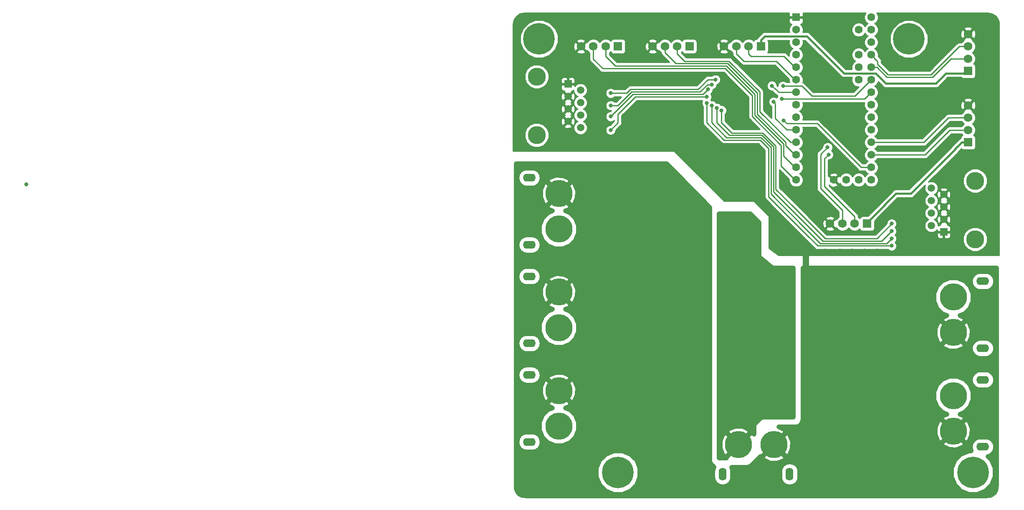
<source format=gbr>
G04 #@! TF.GenerationSoftware,KiCad,Pcbnew,(5.0.0-3-g5ebb6b6)*
G04 #@! TF.CreationDate,2018-10-08T20:22:15-06:00*
G04 #@! TF.ProjectId,LED suit power,4C4544207375697420706F7765722E6B,rev?*
G04 #@! TF.SameCoordinates,Original*
G04 #@! TF.FileFunction,Copper,L2,Bot,Signal*
G04 #@! TF.FilePolarity,Positive*
%FSLAX46Y46*%
G04 Gerber Fmt 4.6, Leading zero omitted, Abs format (unit mm)*
G04 Created by KiCad (PCBNEW (5.0.0-3-g5ebb6b6)) date Monday, October 08, 2018 at 08:22:15 PM*
%MOMM*%
%LPD*%
G01*
G04 APERTURE LIST*
G04 #@! TA.AperFunction,ComponentPad*
%ADD10C,1.000000*%
G04 #@! TD*
G04 #@! TA.AperFunction,ComponentPad*
%ADD11O,1.600000X2.600000*%
G04 #@! TD*
G04 #@! TA.AperFunction,ComponentPad*
%ADD12C,5.500000*%
G04 #@! TD*
G04 #@! TA.AperFunction,ComponentPad*
%ADD13O,2.600000X1.600000*%
G04 #@! TD*
G04 #@! TA.AperFunction,ComponentPad*
%ADD14C,6.400000*%
G04 #@! TD*
G04 #@! TA.AperFunction,ComponentPad*
%ADD15C,0.800000*%
G04 #@! TD*
G04 #@! TA.AperFunction,ComponentPad*
%ADD16C,1.600000*%
G04 #@! TD*
G04 #@! TA.AperFunction,ComponentPad*
%ADD17R,1.600000X1.600000*%
G04 #@! TD*
G04 #@! TA.AperFunction,ComponentPad*
%ADD18C,1.750000*%
G04 #@! TD*
G04 #@! TA.AperFunction,ComponentPad*
%ADD19R,1.750000X1.750000*%
G04 #@! TD*
G04 #@! TA.AperFunction,WasherPad*
%ADD20C,3.650000*%
G04 #@! TD*
G04 #@! TA.AperFunction,ComponentPad*
%ADD21R,1.500000X1.500000*%
G04 #@! TD*
G04 #@! TA.AperFunction,ComponentPad*
%ADD22C,1.500000*%
G04 #@! TD*
G04 #@! TA.AperFunction,ViaPad*
%ADD23C,0.800000*%
G04 #@! TD*
G04 #@! TA.AperFunction,Conductor*
%ADD24C,1.270000*%
G04 #@! TD*
G04 #@! TA.AperFunction,Conductor*
%ADD25C,0.250000*%
G04 #@! TD*
G04 #@! TA.AperFunction,Conductor*
%ADD26C,0.400000*%
G04 #@! TD*
G04 #@! TA.AperFunction,Conductor*
%ADD27C,0.900000*%
G04 #@! TD*
G04 #@! TA.AperFunction,Conductor*
%ADD28C,0.254000*%
G04 #@! TD*
G04 APERTURE END LIST*
D10*
G04 #@! TO.P,J7,2*
G04 #@! TO.N,GND*
X155000000Y-186950000D03*
X152200000Y-186950000D03*
X152200000Y-189750000D03*
X155000000Y-189750000D03*
X155600000Y-188350000D03*
X151600000Y-188350000D03*
X153600000Y-186350000D03*
X153600000Y-190350000D03*
D11*
G04 #@! TO.P,J7,*
G04 #@! TO.N,*
X156800000Y-194350000D03*
X143200000Y-194350000D03*
D10*
G04 #@! TO.P,J7,1*
G04 #@! TO.N,VIN*
X147800000Y-189750000D03*
X147800000Y-186950000D03*
X145000000Y-186950000D03*
X145000000Y-189750000D03*
X146400000Y-190350000D03*
X146400000Y-186350000D03*
X144400000Y-188350000D03*
X148400000Y-188350000D03*
D12*
G04 #@! TO.P,J7,2*
G04 #@! TO.N,GND*
X153600000Y-188350000D03*
G04 #@! TO.P,J7,1*
G04 #@! TO.N,VIN*
X146400000Y-188350000D03*
G04 #@! TD*
D10*
G04 #@! TO.P,J1,2*
G04 #@! TO.N,GND*
X111400000Y-178800000D03*
X111400000Y-176000000D03*
X108600000Y-176000000D03*
X108600000Y-178800000D03*
X110000000Y-179400000D03*
X110000000Y-175400000D03*
X112000000Y-177400000D03*
X108000000Y-177400000D03*
D13*
G04 #@! TO.P,J1,*
G04 #@! TO.N,*
X104000000Y-187800000D03*
X104000000Y-174200000D03*
D10*
G04 #@! TO.P,J1,1*
G04 #@! TO.N,Net-(C8-Pad2)*
X108600000Y-186000000D03*
X111400000Y-186000000D03*
X111400000Y-183200000D03*
X108600000Y-183200000D03*
X108000000Y-184600000D03*
X112000000Y-184600000D03*
X110000000Y-182600000D03*
X110000000Y-186600000D03*
D12*
G04 #@! TO.P,J1,2*
G04 #@! TO.N,GND*
X110000000Y-177400000D03*
G04 #@! TO.P,J1,1*
G04 #@! TO.N,Net-(C8-Pad2)*
X110000000Y-184600000D03*
G04 #@! TD*
G04 #@! TO.P,J2,1*
G04 #@! TO.N,Net-(C9-Pad1)*
X110000000Y-164600000D03*
G04 #@! TO.P,J2,2*
G04 #@! TO.N,GND*
X110000000Y-157400000D03*
D10*
G04 #@! TO.P,J2,1*
G04 #@! TO.N,Net-(C9-Pad1)*
X110000000Y-166600000D03*
X110000000Y-162600000D03*
X112000000Y-164600000D03*
X108000000Y-164600000D03*
X108600000Y-163200000D03*
X111400000Y-163200000D03*
X111400000Y-166000000D03*
X108600000Y-166000000D03*
D13*
G04 #@! TO.P,J2,*
G04 #@! TO.N,*
X104000000Y-154200000D03*
X104000000Y-167800000D03*
D10*
G04 #@! TO.P,J2,2*
G04 #@! TO.N,GND*
X108000000Y-157400000D03*
X112000000Y-157400000D03*
X110000000Y-155400000D03*
X110000000Y-159400000D03*
X108600000Y-158800000D03*
X108600000Y-156000000D03*
X111400000Y-156000000D03*
X111400000Y-158800000D03*
G04 #@! TD*
G04 #@! TO.P,J3,2*
G04 #@! TO.N,GND*
X111400000Y-138800000D03*
X111400000Y-136000000D03*
X108600000Y-136000000D03*
X108600000Y-138800000D03*
X110000000Y-139400000D03*
X110000000Y-135400000D03*
X112000000Y-137400000D03*
X108000000Y-137400000D03*
D13*
G04 #@! TO.P,J3,*
G04 #@! TO.N,*
X104000000Y-147800000D03*
X104000000Y-134200000D03*
D10*
G04 #@! TO.P,J3,1*
G04 #@! TO.N,Net-(C10-Pad1)*
X108600000Y-146000000D03*
X111400000Y-146000000D03*
X111400000Y-143200000D03*
X108600000Y-143200000D03*
X108000000Y-144600000D03*
X112000000Y-144600000D03*
X110000000Y-142600000D03*
X110000000Y-146600000D03*
D12*
G04 #@! TO.P,J3,2*
G04 #@! TO.N,GND*
X110000000Y-137400000D03*
G04 #@! TO.P,J3,1*
G04 #@! TO.N,Net-(C10-Pad1)*
X110000000Y-144600000D03*
G04 #@! TD*
G04 #@! TO.P,J5,1*
G04 #@! TO.N,Net-(C12-Pad1)*
X190000000Y-158400000D03*
G04 #@! TO.P,J5,2*
G04 #@! TO.N,GND*
X190000000Y-165600000D03*
D10*
G04 #@! TO.P,J5,1*
G04 #@! TO.N,Net-(C12-Pad1)*
X190000000Y-156400000D03*
X190000000Y-160400000D03*
X188000000Y-158400000D03*
X192000000Y-158400000D03*
X191400000Y-159800000D03*
X188600000Y-159800000D03*
X188600000Y-157000000D03*
X191400000Y-157000000D03*
D13*
G04 #@! TO.P,J5,*
G04 #@! TO.N,*
X196000000Y-168800000D03*
X196000000Y-155200000D03*
D10*
G04 #@! TO.P,J5,2*
G04 #@! TO.N,GND*
X192000000Y-165600000D03*
X188000000Y-165600000D03*
X190000000Y-167600000D03*
X190000000Y-163600000D03*
X191400000Y-164200000D03*
X191400000Y-167000000D03*
X188600000Y-167000000D03*
X188600000Y-164200000D03*
G04 #@! TD*
G04 #@! TO.P,J6,2*
G04 #@! TO.N,GND*
X188600000Y-184200000D03*
X188600000Y-187000000D03*
X191400000Y-187000000D03*
X191400000Y-184200000D03*
X190000000Y-183600000D03*
X190000000Y-187600000D03*
X188000000Y-185600000D03*
X192000000Y-185600000D03*
D13*
G04 #@! TO.P,J6,*
G04 #@! TO.N,*
X196000000Y-175200000D03*
X196000000Y-188800000D03*
D10*
G04 #@! TO.P,J6,1*
G04 #@! TO.N,Net-(C13-Pad1)*
X191400000Y-177000000D03*
X188600000Y-177000000D03*
X188600000Y-179800000D03*
X191400000Y-179800000D03*
X192000000Y-178400000D03*
X188000000Y-178400000D03*
X190000000Y-180400000D03*
X190000000Y-176400000D03*
D12*
G04 #@! TO.P,J6,2*
G04 #@! TO.N,GND*
X190000000Y-185600000D03*
G04 #@! TO.P,J6,1*
G04 #@! TO.N,Net-(C13-Pad1)*
X190000000Y-178400000D03*
G04 #@! TD*
D14*
G04 #@! TO.P,MH4,1*
G04 #@! TO.N,Net-(MH4-Pad1)*
X194000000Y-194000000D03*
D15*
X196400000Y-194000000D03*
X195697056Y-195697056D03*
X194000000Y-196400000D03*
X192302944Y-195697056D03*
X191600000Y-194000000D03*
X192302944Y-192302944D03*
X194000000Y-191600000D03*
X195697056Y-192302944D03*
G04 #@! TD*
G04 #@! TO.P,MH2,1*
G04 #@! TO.N,Net-(MH2-Pad1)*
X182697056Y-104302944D03*
X181000000Y-103600000D03*
X179302944Y-104302944D03*
X178600000Y-106000000D03*
X179302944Y-107697056D03*
X181000000Y-108400000D03*
X182697056Y-107697056D03*
X183400000Y-106000000D03*
D14*
X181000000Y-106000000D03*
G04 #@! TD*
G04 #@! TO.P,MH1,1*
G04 #@! TO.N,Net-(MH1-Pad1)*
X122000000Y-194000000D03*
D15*
X124400000Y-194000000D03*
X123697056Y-195697056D03*
X122000000Y-196400000D03*
X120302944Y-195697056D03*
X119600000Y-194000000D03*
X120302944Y-192302944D03*
X122000000Y-191600000D03*
X123697056Y-192302944D03*
G04 #@! TD*
G04 #@! TO.P,MH3,1*
G04 #@! TO.N,Net-(MH3-Pad1)*
X107697056Y-104302944D03*
X106000000Y-103600000D03*
X104302944Y-104302944D03*
X103600000Y-106000000D03*
X104302944Y-107697056D03*
X106000000Y-108400000D03*
X107697056Y-107697056D03*
X108400000Y-106000000D03*
D14*
X106000000Y-106000000D03*
G04 #@! TD*
D16*
G04 #@! TO.P,U7,17*
G04 #@! TO.N,GND*
X165735000Y-134620000D03*
G04 #@! TO.P,U7,18*
G04 #@! TO.N,Net-(U7-Pad18)*
X168275000Y-134620000D03*
G04 #@! TO.P,U7,19*
G04 #@! TO.N,BATT_LEVEL*
X170815000Y-134620000D03*
G04 #@! TO.P,U7,20*
G04 #@! TO.N,PIN13*
X173355000Y-134620000D03*
G04 #@! TO.P,U7,14*
G04 #@! TO.N,PIN12*
X158115000Y-134620000D03*
G04 #@! TO.P,U7,21*
G04 #@! TO.N,PIN14*
X173355000Y-132080000D03*
G04 #@! TO.P,U7,22*
G04 #@! TO.N,PIN15*
X173355000Y-129540000D03*
G04 #@! TO.P,U7,23*
G04 #@! TO.N,PIN16*
X173355000Y-127000000D03*
G04 #@! TO.P,U7,24*
G04 #@! TO.N,PIN17*
X173355000Y-124460000D03*
G04 #@! TO.P,U7,25*
G04 #@! TO.N,PIN18*
X173355000Y-121920000D03*
G04 #@! TO.P,U7,26*
G04 #@! TO.N,PIN19*
X173355000Y-119380000D03*
G04 #@! TO.P,U7,27*
G04 #@! TO.N,PIN20*
X173355000Y-116840000D03*
G04 #@! TO.P,U7,28*
G04 #@! TO.N,PIN21*
X173355000Y-114300000D03*
G04 #@! TO.P,U7,29*
G04 #@! TO.N,PIN22*
X173355000Y-111760000D03*
G04 #@! TO.P,U7,30*
G04 #@! TO.N,PIN23*
X173355000Y-109220000D03*
G04 #@! TO.P,U7,31*
G04 #@! TO.N,3.3V_TEENSY*
X173355000Y-106680000D03*
G04 #@! TO.P,U7,32*
G04 #@! TO.N,AGND*
X173355000Y-104140000D03*
G04 #@! TO.P,U7,33*
G04 #@! TO.N,+5V*
X173355000Y-101600000D03*
G04 #@! TO.P,U7,34*
G04 #@! TO.N,Net-(U7-Pad34)*
X170815000Y-104140000D03*
G04 #@! TO.P,U7,35*
G04 #@! TO.N,Net-(U7-Pad35)*
X170815000Y-109220000D03*
G04 #@! TO.P,U7,36*
G04 #@! TO.N,Net-(U7-Pad36)*
X170815000Y-111760000D03*
G04 #@! TO.P,U7,37*
G04 #@! TO.N,Net-(U7-Pad37)*
X170815000Y-114300000D03*
G04 #@! TO.P,U7,13*
G04 #@! TO.N,PIN11*
X158115000Y-132080000D03*
G04 #@! TO.P,U7,12*
G04 #@! TO.N,PIN10*
X158115000Y-129540000D03*
G04 #@! TO.P,U7,11*
G04 #@! TO.N,PIN9*
X158115000Y-127000000D03*
G04 #@! TO.P,U7,10*
G04 #@! TO.N,PIN8*
X158115000Y-124460000D03*
G04 #@! TO.P,U7,9*
G04 #@! TO.N,PIN7*
X158115000Y-121920000D03*
G04 #@! TO.P,U7,8*
G04 #@! TO.N,PIN6*
X158115000Y-119380000D03*
G04 #@! TO.P,U7,7*
G04 #@! TO.N,PIN5*
X158115000Y-116840000D03*
G04 #@! TO.P,U7,6*
G04 #@! TO.N,PIN4*
X158115000Y-114300000D03*
G04 #@! TO.P,U7,5*
G04 #@! TO.N,PIN3*
X158115000Y-111760000D03*
G04 #@! TO.P,U7,4*
G04 #@! TO.N,PIN2*
X158115000Y-109220000D03*
G04 #@! TO.P,U7,3*
G04 #@! TO.N,PIN1*
X158115000Y-106680000D03*
G04 #@! TO.P,U7,2*
G04 #@! TO.N,PIN0*
X158115000Y-104140000D03*
D17*
G04 #@! TO.P,U7,1*
G04 #@! TO.N,GND*
X158115000Y-101600000D03*
G04 #@! TD*
D18*
G04 #@! TO.P,J16,4*
G04 #@! TO.N,GND*
X165000000Y-143500000D03*
G04 #@! TO.P,J16,3*
G04 #@! TO.N,PIN19*
X167500000Y-143500000D03*
G04 #@! TO.P,J16,2*
G04 #@! TO.N,PIN18*
X170000000Y-143500000D03*
D19*
G04 #@! TO.P,J16,1*
G04 #@! TO.N,+3V3*
X172500000Y-143500000D03*
G04 #@! TD*
G04 #@! TO.P,J4,1*
G04 #@! TO.N,+3V3*
X151000000Y-107500000D03*
D18*
G04 #@! TO.P,J4,2*
G04 #@! TO.N,PIN3*
X148500000Y-107500000D03*
G04 #@! TO.P,J4,3*
G04 #@! TO.N,PIN4*
X146000000Y-107500000D03*
G04 #@! TO.P,J4,4*
G04 #@! TO.N,GND*
X143500000Y-107500000D03*
G04 #@! TD*
G04 #@! TO.P,J12,4*
G04 #@! TO.N,GND*
X129000000Y-107500000D03*
G04 #@! TO.P,J12,3*
G04 #@! TO.N,PIN10*
X131500000Y-107500000D03*
G04 #@! TO.P,J12,2*
G04 #@! TO.N,PIN9*
X134000000Y-107500000D03*
D19*
G04 #@! TO.P,J12,1*
G04 #@! TO.N,+3V3*
X136500000Y-107500000D03*
G04 #@! TD*
G04 #@! TO.P,J13,1*
G04 #@! TO.N,+3V3*
X122000000Y-107500000D03*
D18*
G04 #@! TO.P,J13,2*
G04 #@! TO.N,PIN11*
X119500000Y-107500000D03*
G04 #@! TO.P,J13,3*
G04 #@! TO.N,PIN12*
X117000000Y-107500000D03*
G04 #@! TO.P,J13,4*
G04 #@! TO.N,GND*
X114500000Y-107500000D03*
G04 #@! TD*
G04 #@! TO.P,J14,4*
G04 #@! TO.N,GND*
X193000000Y-119500000D03*
G04 #@! TO.P,J14,3*
G04 #@! TO.N,PIN16*
X193000000Y-122000000D03*
G04 #@! TO.P,J14,2*
G04 #@! TO.N,PIN15*
X193000000Y-124500000D03*
D19*
G04 #@! TO.P,J14,1*
G04 #@! TO.N,+3V3*
X193000000Y-127000000D03*
G04 #@! TD*
D18*
G04 #@! TO.P,J15,4*
G04 #@! TO.N,GND*
X193000000Y-105000000D03*
G04 #@! TO.P,J15,3*
G04 #@! TO.N,PIN23*
X193000000Y-107500000D03*
G04 #@! TO.P,J15,2*
G04 #@! TO.N,PIN22*
X193000000Y-110000000D03*
D19*
G04 #@! TO.P,J15,1*
G04 #@! TO.N,+3V3*
X193000000Y-112500000D03*
G04 #@! TD*
D20*
G04 #@! TO.P,J9,Hole*
G04 #@! TO.N,*
X105501222Y-125516787D03*
X105501222Y-113646787D03*
D21*
G04 #@! TO.P,J9,1*
G04 #@! TO.N,GND*
X111851222Y-115136787D03*
D22*
G04 #@! TO.P,J9,2*
G04 #@! TO.N,Net-(J9-Pad2)*
X114391222Y-116406787D03*
G04 #@! TO.P,J9,3*
G04 #@! TO.N,GND*
X111851222Y-117676787D03*
G04 #@! TO.P,J9,4*
G04 #@! TO.N,Net-(J9-Pad4)*
X114391222Y-118946787D03*
G04 #@! TO.P,J9,5*
G04 #@! TO.N,GND*
X111851222Y-120216787D03*
G04 #@! TO.P,J9,6*
G04 #@! TO.N,Net-(J9-Pad6)*
X114391222Y-121486787D03*
G04 #@! TO.P,J9,7*
G04 #@! TO.N,GND*
X111851222Y-122756787D03*
G04 #@! TO.P,J9,8*
G04 #@! TO.N,Net-(J9-Pad8)*
X114391222Y-124026787D03*
G04 #@! TD*
D20*
G04 #@! TO.P,J8,Hole*
G04 #@! TO.N,*
X194435001Y-134798343D03*
X194435001Y-146668343D03*
D21*
G04 #@! TO.P,J8,1*
G04 #@! TO.N,GND*
X188085001Y-145178343D03*
D22*
G04 #@! TO.P,J8,2*
G04 #@! TO.N,Net-(J8-Pad2)*
X185545001Y-143908343D03*
G04 #@! TO.P,J8,3*
G04 #@! TO.N,GND*
X188085001Y-142638343D03*
G04 #@! TO.P,J8,4*
G04 #@! TO.N,Net-(J8-Pad4)*
X185545001Y-141368343D03*
G04 #@! TO.P,J8,5*
G04 #@! TO.N,GND*
X188085001Y-140098343D03*
G04 #@! TO.P,J8,6*
G04 #@! TO.N,Net-(J8-Pad6)*
X185545001Y-138828343D03*
G04 #@! TO.P,J8,7*
G04 #@! TO.N,GND*
X188085001Y-137558343D03*
G04 #@! TO.P,J8,8*
G04 #@! TO.N,Net-(J8-Pad8)*
X185545001Y-136288343D03*
G04 #@! TD*
D23*
G04 #@! TO.N,*
X2000000Y-135500000D03*
G04 #@! TO.N,GND*
X130000000Y-126000000D03*
X131500000Y-126000000D03*
X133000000Y-126000000D03*
X133000000Y-123000000D03*
X131500000Y-123000000D03*
X130000000Y-123000000D03*
X130000000Y-124500000D03*
X133000000Y-124500000D03*
X131500000Y-124500000D03*
X148500000Y-128500000D03*
X147000000Y-128500000D03*
X145500000Y-128500000D03*
X145500000Y-130000000D03*
X147000000Y-130000000D03*
X148500000Y-130000000D03*
X148500000Y-131500000D03*
X147000000Y-131500000D03*
X145500000Y-131500000D03*
X160020000Y-153670000D03*
X160500000Y-178750000D03*
X123000000Y-185000000D03*
X123000000Y-188000000D03*
X126000000Y-190000000D03*
X123000000Y-165000000D03*
X123000000Y-169000000D03*
X123000000Y-145000000D03*
X123000000Y-149000000D03*
X177000000Y-154250000D03*
X177000000Y-158250000D03*
X169000000Y-155250000D03*
X181000000Y-175250000D03*
X181500000Y-155250000D03*
X118500000Y-188000000D03*
X118500000Y-168000000D03*
X118500000Y-148000000D03*
X116000000Y-152500000D03*
X117000000Y-166000000D03*
X116000000Y-132500000D03*
X177000000Y-174250000D03*
X177000000Y-178250000D03*
X169000000Y-175250000D03*
X140000000Y-159000000D03*
X140000000Y-157000000D03*
X140000000Y-155000000D03*
X140000000Y-153000000D03*
X140000000Y-151000000D03*
X140000000Y-149000000D03*
X140000000Y-169500000D03*
X140000000Y-171500000D03*
X140000000Y-173500000D03*
X134000000Y-170000000D03*
X162000000Y-192750000D03*
X162000000Y-181750000D03*
X184000000Y-170750000D03*
X183500000Y-154500000D03*
X171450000Y-198120000D03*
X135890000Y-129540000D03*
X139700000Y-139700000D03*
X113030000Y-132080000D03*
X110490000Y-132080000D03*
X107950000Y-132080000D03*
X105410000Y-132080000D03*
X102870000Y-132080000D03*
X146685000Y-120015000D03*
X146685000Y-122555000D03*
X151765000Y-114300000D03*
X160020000Y-148590000D03*
X153035000Y-144780000D03*
X155575000Y-144780000D03*
X158750000Y-148590000D03*
X161290000Y-148590000D03*
X160020000Y-147320000D03*
X160020000Y-152400000D03*
X147000000Y-134000000D03*
X150500000Y-138500000D03*
X152500000Y-140500000D03*
X125250000Y-120750000D03*
X131500000Y-120000000D03*
X155500000Y-143500000D03*
X157000000Y-146500000D03*
X164000000Y-149000000D03*
X167000000Y-149000000D03*
X169500000Y-149000000D03*
X172000000Y-149000000D03*
X174500000Y-149000000D03*
X184000000Y-149000000D03*
X186500000Y-149000000D03*
X189000000Y-149000000D03*
X191500000Y-149000000D03*
X197000000Y-149000000D03*
X199000000Y-149000000D03*
X163000000Y-111500000D03*
X163000000Y-116000000D03*
X168000000Y-116000000D03*
X168000000Y-109500000D03*
X168000000Y-104000000D03*
X164000000Y-105500000D03*
X160500000Y-101500000D03*
X155500000Y-101500000D03*
X155500000Y-104000000D03*
X155500000Y-107000000D03*
X163000000Y-119500000D03*
X163000000Y-122000000D03*
X170000000Y-119500000D03*
X165500000Y-124500000D03*
X169000000Y-127500000D03*
X171000000Y-125000000D03*
X171000000Y-129500000D03*
X176000000Y-117500000D03*
X176000000Y-125000000D03*
X183000000Y-125000000D03*
X186000000Y-122000000D03*
X186000000Y-117500000D03*
X197500000Y-106500000D03*
X197000000Y-111000000D03*
X197000000Y-121000000D03*
X197000000Y-125500000D03*
X197000000Y-138500000D03*
X197000000Y-143000000D03*
X145000000Y-103000000D03*
X149500000Y-103000000D03*
X135000000Y-103000000D03*
X130500000Y-103000000D03*
X120500000Y-103000000D03*
X116000000Y-103000000D03*
X102500000Y-117000000D03*
X102500000Y-121500000D03*
X198500000Y-195500000D03*
X198000000Y-198000000D03*
X195500000Y-198500000D03*
X176000000Y-128500000D03*
X182500000Y-128500000D03*
X176000000Y-131000000D03*
X182500000Y-131000000D03*
X180500000Y-135500000D03*
X176000000Y-135500000D03*
X188000000Y-128000000D03*
X191500000Y-130000000D03*
X188500000Y-133500000D03*
X192000000Y-115000000D03*
X189000000Y-102000000D03*
X197500000Y-102000000D03*
X198500000Y-104000000D03*
X195000000Y-101500000D03*
X102000000Y-102000000D03*
X104000000Y-101500000D03*
X101500000Y-104000000D03*
X136500000Y-136500000D03*
X138000000Y-138000000D03*
X126500000Y-128000000D03*
X124000000Y-128000000D03*
X121500000Y-128000000D03*
X119000000Y-128000000D03*
X116500000Y-128000000D03*
X114000000Y-128000000D03*
X111500000Y-128000000D03*
X108500000Y-128000000D03*
X142500000Y-133500000D03*
X141000000Y-132000000D03*
X141000000Y-128000000D03*
X142500000Y-130000000D03*
X155500000Y-134500000D03*
X177000000Y-108000000D03*
X185000000Y-109000000D03*
X186000000Y-105000000D03*
X178000000Y-111500000D03*
X184000000Y-111500000D03*
X190000000Y-105000000D03*
X184000000Y-101750000D03*
X176750000Y-101750000D03*
X164000000Y-153000000D03*
X167000000Y-153000000D03*
X170000000Y-153000000D03*
X173000000Y-153000000D03*
X176000000Y-153000000D03*
X179000000Y-153000000D03*
X182000000Y-153000000D03*
X185000000Y-153000000D03*
X188000000Y-153000000D03*
X191000000Y-153000000D03*
X194000000Y-153000000D03*
X197000000Y-153000000D03*
X134000000Y-198000000D03*
X137000000Y-198000000D03*
X140000000Y-198000000D03*
X143000000Y-198000000D03*
X146000000Y-198000000D03*
X149000000Y-198000000D03*
X152000000Y-198000000D03*
X155000000Y-198000000D03*
X158000000Y-198000000D03*
X161000000Y-198000000D03*
X164000000Y-198000000D03*
X167000000Y-198000000D03*
X179000000Y-198000000D03*
X182000000Y-198000000D03*
X185000000Y-198000000D03*
X188000000Y-198000000D03*
X131000000Y-198000000D03*
X128000000Y-198000000D03*
X125000000Y-198000000D03*
X118000000Y-198000000D03*
X115000000Y-198000000D03*
X112000000Y-198000000D03*
X109000000Y-198000000D03*
X106000000Y-198000000D03*
X103000000Y-198000000D03*
X102000000Y-196000000D03*
X191000000Y-198000000D03*
X198000000Y-191000000D03*
X154000000Y-142000000D03*
X160000000Y-140500000D03*
X176200000Y-142400000D03*
X166000000Y-131500000D03*
X169000000Y-132500000D03*
X166000000Y-136500000D03*
X190000000Y-139000000D03*
X190000000Y-141500000D03*
X190000000Y-144000000D03*
X109500000Y-116500000D03*
X109500000Y-119000000D03*
X109500000Y-121500000D03*
X161290000Y-148590000D03*
X161290000Y-148590000D03*
X173200000Y-138400000D03*
X162400000Y-137400000D03*
X165400000Y-141000000D03*
X162400000Y-142800000D03*
X128000000Y-132430000D03*
X156000000Y-185000000D03*
X157250000Y-186500000D03*
X157750000Y-188500000D03*
X157250000Y-190250000D03*
X154250000Y-192500000D03*
X152250000Y-192250000D03*
X151000000Y-191500000D03*
X149750000Y-192500000D03*
X147500000Y-193250000D03*
X145500000Y-193500000D03*
X140000000Y-191500000D03*
X140000000Y-189000000D03*
X140000000Y-186500000D03*
X140000000Y-184250000D03*
X140000000Y-182250000D03*
X137750000Y-184000000D03*
X131000000Y-186250000D03*
X131000000Y-189250000D03*
X134500000Y-190500000D03*
X137750000Y-188250000D03*
X159000000Y-185000000D03*
X163000000Y-186000000D03*
X187000000Y-163000000D03*
X193000000Y-163000000D03*
X193000000Y-168500000D03*
X187000000Y-168500000D03*
X187000000Y-182500000D03*
X193000000Y-182500000D03*
X193000000Y-188500000D03*
X187000000Y-188500000D03*
X107000000Y-174500000D03*
X113000000Y-174500000D03*
X113000000Y-180500000D03*
X107000000Y-180500000D03*
X107000000Y-154500000D03*
X113000000Y-154500000D03*
X113000000Y-160500000D03*
X107000000Y-160500000D03*
X107000000Y-134500000D03*
X113000000Y-134500000D03*
X113000000Y-140500000D03*
X107000000Y-140500000D03*
G04 #@! TO.N,Net-(R8-Pad2)*
X120500000Y-117000000D03*
X141750000Y-114250000D03*
G04 #@! TO.N,Net-(R7-Pad2)*
X141000000Y-115250000D03*
X120500000Y-119500000D03*
G04 #@! TO.N,Net-(R6-Pad2)*
X120500000Y-121750000D03*
X140250000Y-116250000D03*
G04 #@! TO.N,Net-(R5-Pad2)*
X140000000Y-117750000D03*
X120500000Y-124500000D03*
G04 #@! TO.N,Net-(R4-Pad2)*
X140000000Y-119000000D03*
X177500000Y-148000000D03*
G04 #@! TO.N,Net-(R3-Pad2)*
X141000000Y-119500000D03*
X177500000Y-146500000D03*
G04 #@! TO.N,Net-(R2-Pad2)*
X142000000Y-120000000D03*
X177500000Y-145000000D03*
G04 #@! TO.N,Net-(R1-Pad2)*
X143000000Y-120500000D03*
X177500000Y-143500000D03*
G04 #@! TO.N,PIN5*
X153200000Y-115500000D03*
G04 #@! TO.N,PIN21*
X155448000Y-115570000D03*
G04 #@! TO.N,PIN20*
X155200000Y-118200000D03*
G04 #@! TO.N,PIN14*
X155575000Y-122555000D03*
G04 #@! TO.N,PIN8*
X153537347Y-118762653D03*
G04 #@! TO.N,PIN18*
X164700000Y-129500000D03*
G04 #@! TO.N,PIN19*
X164500000Y-128000000D03*
G04 #@! TO.N,VIN*
X148000000Y-178000000D03*
X143500000Y-178000000D03*
X148000000Y-179500000D03*
X148000000Y-176500000D03*
X143500000Y-176500000D03*
X143500000Y-179500000D03*
X148000000Y-175000000D03*
X143500000Y-175000000D03*
X143500000Y-181000000D03*
X148000000Y-181000000D03*
X144500000Y-174000000D03*
X147000000Y-174000000D03*
X143000000Y-164000000D03*
X143000000Y-162500000D03*
X143000000Y-161000000D03*
X144000000Y-160000000D03*
X146500000Y-160000000D03*
X148000000Y-164000000D03*
X148000000Y-162500000D03*
X148000000Y-161000000D03*
X148000000Y-165500000D03*
X148000000Y-167000000D03*
X146500000Y-168000000D03*
X144000000Y-168000000D03*
X143000000Y-167000000D03*
X143000000Y-165500000D03*
X148000000Y-144000000D03*
X148000000Y-142500000D03*
X148000000Y-147000000D03*
X146500000Y-148000000D03*
X144500000Y-148000000D03*
X143000000Y-147000000D03*
X143000000Y-144000000D03*
X143000000Y-142500000D03*
X143000000Y-149000000D03*
X143000000Y-151000000D03*
X143000000Y-153000000D03*
X143000000Y-155000000D03*
X143000000Y-157000000D03*
X143000000Y-159000000D03*
X143000000Y-169500000D03*
X143000000Y-172000000D03*
X150000000Y-156000000D03*
X150000000Y-153500000D03*
X150000000Y-151000000D03*
X152000000Y-162500000D03*
X152000000Y-161000000D03*
X152000000Y-159500000D03*
X152000000Y-158000000D03*
X152000000Y-156500000D03*
X157000000Y-156500000D03*
X157000000Y-158000000D03*
X157000000Y-159500000D03*
X157000000Y-161000000D03*
X157000000Y-162500000D03*
X155500000Y-163500000D03*
X153500000Y-163500000D03*
X153500000Y-155000000D03*
X155500000Y-155000000D03*
X157000000Y-153000000D03*
X153500000Y-170000000D03*
X155000000Y-170000000D03*
X157000000Y-174000000D03*
X157000000Y-172500000D03*
X157000000Y-171000000D03*
X157000000Y-175500000D03*
X157000000Y-177000000D03*
X155000000Y-178500000D03*
X153500000Y-178500000D03*
X152000000Y-174000000D03*
X152000000Y-172500000D03*
X152000000Y-171000000D03*
X152000000Y-175500000D03*
X152000000Y-177000000D03*
X149000000Y-185000000D03*
X147500000Y-184500000D03*
X145500000Y-184500000D03*
X144000000Y-185000000D03*
X142500000Y-187000000D03*
X142500000Y-189000000D03*
X143000000Y-191000000D03*
X149500000Y-183500000D03*
X150500000Y-182500000D03*
X152500000Y-182500000D03*
X154500000Y-182500000D03*
X156500000Y-182500000D03*
X157000000Y-180500000D03*
G04 #@! TD*
D24*
G04 #@! TO.N,GND*
X160020000Y-148590000D02*
X160020000Y-152400000D01*
X160020000Y-152400000D02*
X160020000Y-153670000D01*
D25*
G04 #@! TO.N,Net-(R8-Pad2)*
X120500000Y-117000000D02*
X123750000Y-117000000D01*
X123750000Y-117000000D02*
X124500000Y-116250000D01*
X124500000Y-116250000D02*
X138250000Y-116250000D01*
X138250000Y-116250000D02*
X140250000Y-114250000D01*
X140250000Y-114250000D02*
X141750000Y-114250000D01*
G04 #@! TO.N,Net-(R7-Pad2)*
X140176998Y-115250000D02*
X138676998Y-116750000D01*
X141000000Y-115250000D02*
X140176998Y-115250000D01*
X138676998Y-116750000D02*
X124750000Y-116750000D01*
X122000000Y-119500000D02*
X120500000Y-119500000D01*
X124750000Y-116750000D02*
X122000000Y-119500000D01*
G04 #@! TO.N,Net-(R6-Pad2)*
X120500000Y-121750000D02*
X120899999Y-121350001D01*
X120899999Y-121350001D02*
X125000000Y-117250000D01*
X139250000Y-117250000D02*
X140250000Y-116250000D01*
X125000000Y-117250000D02*
X139250000Y-117250000D01*
G04 #@! TO.N,Net-(R5-Pad2)*
X140000000Y-117750000D02*
X135250000Y-117750000D01*
X135250000Y-117750000D02*
X125500000Y-117750000D01*
X125500000Y-117750000D02*
X122000000Y-121250000D01*
X122000000Y-121250000D02*
X122000000Y-122000000D01*
X122000000Y-123000000D02*
X120500000Y-124500000D01*
X122000000Y-122000000D02*
X122000000Y-123000000D01*
G04 #@! TO.N,Net-(R4-Pad2)*
X150800000Y-126500000D02*
X152549990Y-128249990D01*
X143500000Y-126500000D02*
X150800000Y-126500000D01*
X152549990Y-138049990D02*
X160500000Y-146000000D01*
X140000000Y-123000000D02*
X143500000Y-126500000D01*
X140000000Y-119000000D02*
X140000000Y-123000000D01*
X152549990Y-128249990D02*
X152549990Y-138049990D01*
X160500000Y-146000000D02*
X162500000Y-148000000D01*
X162500000Y-148000000D02*
X177500000Y-148000000D01*
G04 #@! TO.N,Net-(R3-Pad2)*
X153000000Y-137500000D02*
X153000000Y-128000000D01*
X153000000Y-128000000D02*
X151000000Y-126000000D01*
X159500000Y-144000000D02*
X153000000Y-137500000D01*
X151000000Y-126000000D02*
X144000000Y-126000000D01*
X141000000Y-123000000D02*
X141000000Y-119500000D01*
X144000000Y-126000000D02*
X141000000Y-123000000D01*
X159500000Y-144000000D02*
X163000000Y-147500000D01*
X163000000Y-147500000D02*
X176500000Y-147500000D01*
X176500000Y-147500000D02*
X177500000Y-146500000D01*
G04 #@! TO.N,Net-(R2-Pad2)*
X151186401Y-125549991D02*
X144549991Y-125549991D01*
X142000000Y-123000000D02*
X142000000Y-120000000D01*
X144549991Y-125549991D02*
X142000000Y-123000000D01*
X153500000Y-127863590D02*
X151186401Y-125549991D01*
X163500000Y-147000000D02*
X153500000Y-137000000D01*
X153500000Y-137000000D02*
X153500000Y-127863590D01*
X175500000Y-147000000D02*
X163500000Y-147000000D01*
X177500000Y-145000000D02*
X175500000Y-147000000D01*
G04 #@! TO.N,Net-(R1-Pad2)*
X151372802Y-125099982D02*
X154000000Y-127727180D01*
X154000000Y-127727180D02*
X154000000Y-136500000D01*
X154000000Y-136500000D02*
X157500000Y-140000000D01*
X151372802Y-125099982D02*
X145099982Y-125099982D01*
X145099982Y-125099982D02*
X143000000Y-123000000D01*
X143000000Y-123000000D02*
X143000000Y-120500000D01*
X157500000Y-140000000D02*
X164000000Y-146500000D01*
X164000000Y-146500000D02*
X174500000Y-146500000D01*
X174500000Y-146500000D02*
X177500000Y-143500000D01*
G04 #@! TO.N,PIN5*
X154600000Y-116800000D02*
X157900000Y-116840000D01*
X153200000Y-115500000D02*
X154600000Y-116800000D01*
G04 #@! TO.N,PIN21*
X155448000Y-115570000D02*
X159270000Y-115570000D01*
X159270000Y-115570000D02*
X161300000Y-117600000D01*
X170055000Y-117600000D02*
X173355000Y-114300000D01*
X161300000Y-117600000D02*
X170055000Y-117600000D01*
G04 #@! TO.N,PIN20*
X171995000Y-118200000D02*
X173355000Y-116840000D01*
X155200000Y-118200000D02*
X171995000Y-118200000D01*
G04 #@! TO.N,PIN14*
X155575000Y-122555000D02*
X156210000Y-123190000D01*
X156210000Y-123190000D02*
X162390000Y-123190000D01*
X171280000Y-132080000D02*
X173355000Y-132080000D01*
X162390000Y-123190000D02*
X171280000Y-132080000D01*
G04 #@! TO.N,PIN8*
X153880000Y-119080000D02*
X153880000Y-122130000D01*
X153562653Y-118762653D02*
X153880000Y-119080000D01*
X156210000Y-124460000D02*
X157900000Y-124460000D01*
X153880000Y-122130000D02*
X156210000Y-124460000D01*
X153537347Y-118762653D02*
X153562653Y-118762653D01*
G04 #@! TO.N,PIN12*
X117000000Y-110100000D02*
X117000000Y-107500000D01*
X118900000Y-112000000D02*
X117000000Y-110100000D01*
X149250000Y-121750000D02*
X149250000Y-117500000D01*
X149250000Y-117500000D02*
X143750000Y-112000000D01*
X155099980Y-127599980D02*
X149250000Y-121750000D01*
X143750000Y-112000000D02*
X118900000Y-112000000D01*
X155099980Y-131800000D02*
X155099980Y-127599980D01*
X156079980Y-132780000D02*
X155099980Y-131800000D01*
X156079980Y-132799980D02*
X156079980Y-132780000D01*
X157900000Y-134620000D02*
X156079980Y-132799980D01*
G04 #@! TO.N,PIN11*
X121450010Y-111450010D02*
X119500000Y-109500000D01*
X149750000Y-117250000D02*
X143950010Y-111450010D01*
X149750000Y-121500000D02*
X149750000Y-117250000D01*
X119500000Y-109500000D02*
X119500000Y-107500000D01*
X155549990Y-127299990D02*
X149750000Y-121500000D01*
X155549990Y-129729990D02*
X155549990Y-127299990D01*
X143950010Y-111450010D02*
X121450010Y-111450010D01*
X157900000Y-132080000D02*
X155549990Y-129729990D01*
G04 #@! TO.N,PIN10*
X150250000Y-121250000D02*
X156000000Y-127000000D01*
X156000000Y-127640000D02*
X157900000Y-129540000D01*
X131500000Y-107500000D02*
X131500000Y-108737436D01*
X150250000Y-117000000D02*
X150250000Y-121250000D01*
X133762564Y-111000000D02*
X144250000Y-111000000D01*
X131500000Y-108737436D02*
X133762564Y-111000000D01*
X156000000Y-127000000D02*
X156000000Y-127640000D01*
X144250000Y-111000000D02*
X150250000Y-117000000D01*
G04 #@! TO.N,PIN9*
X134000000Y-109000000D02*
X134000000Y-107500000D01*
X135500000Y-110500000D02*
X134000000Y-109000000D01*
X144500000Y-110500000D02*
X135500000Y-110500000D01*
X150750000Y-116750000D02*
X144500000Y-110500000D01*
X150750000Y-120750000D02*
X150750000Y-116750000D01*
X157000000Y-127000000D02*
X150750000Y-120750000D01*
X158115000Y-127000000D02*
X157000000Y-127000000D01*
G04 #@! TO.N,PIN4*
X146000000Y-109000000D02*
X146000000Y-107500000D01*
X147500000Y-110500000D02*
X146000000Y-109000000D01*
X154100000Y-110500000D02*
X147500000Y-110500000D01*
X157900000Y-114300000D02*
X154100000Y-110500000D01*
G04 #@! TO.N,PIN3*
X148500000Y-107500000D02*
X148500000Y-109000000D01*
X148500000Y-109000000D02*
X149000000Y-109500000D01*
X155640000Y-109500000D02*
X157900000Y-111760000D01*
X149000000Y-109500000D02*
X155640000Y-109500000D01*
G04 #@! TO.N,PIN15*
X189300000Y-124500000D02*
X193000000Y-124500000D01*
X184260000Y-129540000D02*
X189300000Y-124500000D01*
X173355000Y-129540000D02*
X184260000Y-129540000D01*
G04 #@! TO.N,PIN16*
X193000000Y-122000000D02*
X189000000Y-122000000D01*
X189000000Y-122000000D02*
X184000000Y-127000000D01*
X173355000Y-127000000D02*
X184000000Y-127000000D01*
G04 #@! TO.N,PIN18*
X170000000Y-142000000D02*
X170000000Y-143500000D01*
X163900000Y-135900000D02*
X170000000Y-142000000D01*
X163900000Y-130300000D02*
X163900000Y-135900000D01*
X164700000Y-129500000D02*
X163900000Y-130300000D01*
G04 #@! TO.N,PIN19*
X163100000Y-136362564D02*
X163100000Y-129400000D01*
X163100000Y-129400000D02*
X164500000Y-128000000D01*
X167500000Y-140762564D02*
X167500000Y-143500000D01*
X163100000Y-136362564D02*
X167500000Y-140762564D01*
G04 #@! TO.N,PIN22*
X174510000Y-111760000D02*
X173355000Y-111760000D01*
X185774999Y-113725001D02*
X176475001Y-113725001D01*
X176475001Y-113725001D02*
X174510000Y-111760000D01*
X189500000Y-110000000D02*
X185774999Y-113725001D01*
X193000000Y-110000000D02*
X189500000Y-110000000D01*
G04 #@! TO.N,PIN23*
X192024000Y-107500000D02*
X192024000Y-107442000D01*
X193000000Y-107500000D02*
X192024000Y-107500000D01*
X174154999Y-110019999D02*
X173355000Y-109220000D01*
X174635000Y-110500000D02*
X174154999Y-110019999D01*
X174635000Y-111135000D02*
X174635000Y-110500000D01*
X176750000Y-113250000D02*
X174635000Y-111135000D01*
X185500000Y-113250000D02*
X176750000Y-113250000D01*
X191250000Y-107500000D02*
X185500000Y-113250000D01*
X193000000Y-107500000D02*
X191250000Y-107500000D01*
D26*
G04 #@! TO.N,+3V3*
X173775000Y-142000000D02*
X178375000Y-137400000D01*
X183700000Y-135100000D02*
X190400000Y-128400000D01*
X190400000Y-128325000D02*
X190400000Y-128400000D01*
X191725000Y-127000000D02*
X193000000Y-127000000D01*
X190400000Y-128325000D02*
X191725000Y-127000000D01*
X183700000Y-135100000D02*
X183656000Y-135100000D01*
X183656000Y-135100000D02*
X181356000Y-137400000D01*
X178375000Y-137400000D02*
X181356000Y-137400000D01*
X151000000Y-106225000D02*
X151000000Y-107500000D01*
X151795001Y-105429999D02*
X151000000Y-106225000D01*
X174244000Y-112960001D02*
X167824001Y-112960001D01*
X163956000Y-109111999D02*
X160274000Y-105429999D01*
X163975999Y-109111999D02*
X163956000Y-109111999D01*
X167824001Y-112960001D02*
X163975999Y-109111999D01*
X186436000Y-115062000D02*
X176345999Y-115062000D01*
X160274000Y-105429999D02*
X151795001Y-105429999D01*
X193000000Y-112500000D02*
X192554000Y-112500000D01*
X188537999Y-112960001D02*
X186436000Y-115062000D01*
X192093999Y-112960001D02*
X188537999Y-112960001D01*
X192554000Y-112500000D02*
X192093999Y-112960001D01*
X176345999Y-115062000D02*
X174244000Y-112960001D01*
X172500000Y-143500000D02*
X172500000Y-143300000D01*
X173775000Y-142025000D02*
X173775000Y-142000000D01*
X172500000Y-143300000D02*
X173775000Y-142025000D01*
G04 #@! TD*
D27*
G04 #@! TO.N,VIN*
G36*
X150550000Y-143186396D02*
X150550000Y-150000000D01*
X150584254Y-150172208D01*
X150718887Y-150351391D01*
X153218887Y-152351391D01*
X153374757Y-152432220D01*
X153500000Y-152450000D01*
X157550000Y-152450000D01*
X157550000Y-182800000D01*
X151250000Y-182800000D01*
X151077792Y-182834254D01*
X150931802Y-182931802D01*
X149681802Y-184181802D01*
X149584254Y-184327792D01*
X149550000Y-184500000D01*
X149550000Y-186261638D01*
X149487727Y-186168439D01*
X148939073Y-185881638D01*
X147801035Y-187019676D01*
X147679111Y-187069377D01*
X147729390Y-186949899D01*
X148868362Y-185810927D01*
X148581561Y-185262273D01*
X147233878Y-184662466D01*
X145759245Y-184624051D01*
X144382160Y-185152879D01*
X144218439Y-185262273D01*
X143931638Y-185810927D01*
X145069676Y-186948965D01*
X145119377Y-187070889D01*
X144999899Y-187020610D01*
X143860927Y-185881638D01*
X143312273Y-186168439D01*
X142712466Y-187516122D01*
X142674051Y-188990755D01*
X143202879Y-190367840D01*
X143312273Y-190531561D01*
X143860927Y-190818362D01*
X144998965Y-189680324D01*
X145120889Y-189630623D01*
X145070610Y-189750101D01*
X143931638Y-190889073D01*
X144015760Y-191050000D01*
X142450000Y-191050000D01*
X142450000Y-141450000D01*
X148813604Y-141450000D01*
X150550000Y-143186396D01*
X150550000Y-143186396D01*
G37*
X150550000Y-143186396D02*
X150550000Y-150000000D01*
X150584254Y-150172208D01*
X150718887Y-150351391D01*
X153218887Y-152351391D01*
X153374757Y-152432220D01*
X153500000Y-152450000D01*
X157550000Y-152450000D01*
X157550000Y-182800000D01*
X151250000Y-182800000D01*
X151077792Y-182834254D01*
X150931802Y-182931802D01*
X149681802Y-184181802D01*
X149584254Y-184327792D01*
X149550000Y-184500000D01*
X149550000Y-186261638D01*
X149487727Y-186168439D01*
X148939073Y-185881638D01*
X147801035Y-187019676D01*
X147679111Y-187069377D01*
X147729390Y-186949899D01*
X148868362Y-185810927D01*
X148581561Y-185262273D01*
X147233878Y-184662466D01*
X145759245Y-184624051D01*
X144382160Y-185152879D01*
X144218439Y-185262273D01*
X143931638Y-185810927D01*
X145069676Y-186948965D01*
X145119377Y-187070889D01*
X144999899Y-187020610D01*
X143860927Y-185881638D01*
X143312273Y-186168439D01*
X142712466Y-187516122D01*
X142674051Y-188990755D01*
X143202879Y-190367840D01*
X143312273Y-190531561D01*
X143860927Y-190818362D01*
X144998965Y-189680324D01*
X145120889Y-189630623D01*
X145070610Y-189750101D01*
X143931638Y-190889073D01*
X144015760Y-191050000D01*
X142450000Y-191050000D01*
X142450000Y-141450000D01*
X148813604Y-141450000D01*
X150550000Y-143186396D01*
G36*
X145399999Y-189420712D02*
X145309312Y-189511399D01*
X145235579Y-189514421D01*
X145238601Y-189440688D01*
X145329288Y-189350001D01*
X145399999Y-189420712D01*
X145399999Y-189420712D01*
G37*
X145399999Y-189420712D02*
X145309312Y-189511399D01*
X145235579Y-189514421D01*
X145238601Y-189440688D01*
X145329288Y-189350001D01*
X145399999Y-189420712D01*
G36*
X145561399Y-189259312D02*
X145470712Y-189349999D01*
X145400001Y-189279288D01*
X145490688Y-189188601D01*
X145564421Y-189185579D01*
X145561399Y-189259312D01*
X145561399Y-189259312D01*
G37*
X145561399Y-189259312D02*
X145470712Y-189349999D01*
X145400001Y-189279288D01*
X145490688Y-189188601D01*
X145564421Y-189185579D01*
X145561399Y-189259312D01*
G36*
X145800101Y-187679390D02*
X146400000Y-188279289D01*
X146998965Y-187680324D01*
X147120889Y-187630623D01*
X147070610Y-187750101D01*
X146470711Y-188350000D01*
X146484853Y-188364142D01*
X146414142Y-188434853D01*
X146400000Y-188420711D01*
X145801035Y-189019676D01*
X145679111Y-189069377D01*
X145729390Y-188949899D01*
X146329289Y-188350000D01*
X145730324Y-187751035D01*
X145680623Y-187629111D01*
X145800101Y-187679390D01*
X145800101Y-187679390D01*
G37*
X145800101Y-187679390D02*
X146400000Y-188279289D01*
X146998965Y-187680324D01*
X147120889Y-187630623D01*
X147070610Y-187750101D01*
X146470711Y-188350000D01*
X146484853Y-188364142D01*
X146414142Y-188434853D01*
X146400000Y-188420711D01*
X145801035Y-189019676D01*
X145679111Y-189069377D01*
X145729390Y-188949899D01*
X146329289Y-188350000D01*
X145730324Y-187751035D01*
X145680623Y-187629111D01*
X145800101Y-187679390D01*
G36*
X145561399Y-187440688D02*
X145564421Y-187514421D01*
X145490688Y-187511399D01*
X145400001Y-187420712D01*
X145470712Y-187350001D01*
X145561399Y-187440688D01*
X145561399Y-187440688D01*
G37*
X145561399Y-187440688D02*
X145564421Y-187514421D01*
X145490688Y-187511399D01*
X145400001Y-187420712D01*
X145470712Y-187350001D01*
X145561399Y-187440688D01*
G36*
X147399999Y-187420712D02*
X147309312Y-187511399D01*
X147235579Y-187514421D01*
X147238601Y-187440688D01*
X147329288Y-187350001D01*
X147399999Y-187420712D01*
X147399999Y-187420712D01*
G37*
X147399999Y-187420712D02*
X147309312Y-187511399D01*
X147235579Y-187514421D01*
X147238601Y-187440688D01*
X147329288Y-187350001D01*
X147399999Y-187420712D01*
G36*
X147561399Y-187259312D02*
X147470712Y-187349999D01*
X147400001Y-187279288D01*
X147490688Y-187188601D01*
X147564421Y-187185579D01*
X147561399Y-187259312D01*
X147561399Y-187259312D01*
G37*
X147561399Y-187259312D02*
X147470712Y-187349999D01*
X147400001Y-187279288D01*
X147490688Y-187188601D01*
X147564421Y-187185579D01*
X147561399Y-187259312D01*
G36*
X145309312Y-187188601D02*
X145399999Y-187279288D01*
X145329288Y-187349999D01*
X145238601Y-187259312D01*
X145235579Y-187185579D01*
X145309312Y-187188601D01*
X145309312Y-187188601D01*
G37*
X145309312Y-187188601D02*
X145399999Y-187279288D01*
X145329288Y-187349999D01*
X145238601Y-187259312D01*
X145235579Y-187185579D01*
X145309312Y-187188601D01*
G04 #@! TO.N,GND*
G36*
X140550000Y-140182478D02*
X140550000Y-191500000D01*
X140660375Y-192054891D01*
X140974695Y-192525305D01*
X141445109Y-192839625D01*
X141466843Y-192843948D01*
X141316041Y-193069639D01*
X141200000Y-193653018D01*
X141200000Y-195046981D01*
X141316041Y-195630360D01*
X141758081Y-196291919D01*
X142419639Y-196733959D01*
X143200000Y-196889182D01*
X143980360Y-196733959D01*
X144641919Y-196291919D01*
X145083959Y-195630361D01*
X145200000Y-195046982D01*
X145200000Y-193653019D01*
X145200000Y-193653018D01*
X154800000Y-193653018D01*
X154800000Y-195046981D01*
X154916041Y-195630360D01*
X155358081Y-196291919D01*
X156019639Y-196733959D01*
X156800000Y-196889182D01*
X157580360Y-196733959D01*
X158241919Y-196291919D01*
X158683959Y-195630361D01*
X158800000Y-195046982D01*
X158800000Y-193653019D01*
X158694929Y-193124786D01*
X189600000Y-193124786D01*
X189600000Y-194875214D01*
X190269860Y-196492400D01*
X191507600Y-197730140D01*
X193124786Y-198400000D01*
X194875214Y-198400000D01*
X196492400Y-197730140D01*
X197730140Y-196492400D01*
X198400000Y-194875214D01*
X198400000Y-193124786D01*
X197730140Y-191507600D01*
X196968527Y-190745987D01*
X197280361Y-190683959D01*
X197941919Y-190241919D01*
X198383959Y-189580361D01*
X198539182Y-188800000D01*
X198383959Y-188019639D01*
X197941919Y-187358081D01*
X197280361Y-186916041D01*
X196696982Y-186800000D01*
X195303018Y-186800000D01*
X194719639Y-186916041D01*
X194058081Y-187358081D01*
X193616041Y-188019639D01*
X193460818Y-188800000D01*
X193616041Y-189580361D01*
X193629163Y-189600000D01*
X193124786Y-189600000D01*
X191507600Y-190269860D01*
X190269860Y-191507600D01*
X189600000Y-193124786D01*
X158694929Y-193124786D01*
X158683959Y-193069639D01*
X158241919Y-192408081D01*
X157580361Y-191966041D01*
X156800000Y-191810818D01*
X156019640Y-191966041D01*
X155358082Y-192408081D01*
X154916041Y-193069639D01*
X154800000Y-193653018D01*
X145200000Y-193653018D01*
X145083959Y-193069639D01*
X145004019Y-192950000D01*
X148000000Y-192950000D01*
X148554891Y-192839625D01*
X149025305Y-192525305D01*
X150845079Y-190705531D01*
X151060927Y-190818362D01*
X152198965Y-189680324D01*
X152320889Y-189630623D01*
X152270610Y-189750101D01*
X151131638Y-190889073D01*
X151418439Y-191437727D01*
X152766122Y-192037534D01*
X154240755Y-192075949D01*
X155617840Y-191547121D01*
X155781561Y-191437727D01*
X156068362Y-190889073D01*
X154930324Y-189751035D01*
X154880623Y-189629111D01*
X155000101Y-189679390D01*
X156139073Y-190818362D01*
X156687727Y-190531561D01*
X157287534Y-189183878D01*
X157325949Y-187709245D01*
X156797121Y-186332160D01*
X156687727Y-186168439D01*
X156139073Y-185881638D01*
X155001035Y-187019676D01*
X154879111Y-187069377D01*
X154929390Y-186949899D01*
X156068362Y-185810927D01*
X155781561Y-185262273D01*
X154518212Y-184700000D01*
X158000000Y-184700000D01*
X158554891Y-184589625D01*
X159025305Y-184275305D01*
X159339625Y-183804891D01*
X159450000Y-183250000D01*
X159450000Y-177614296D01*
X186050000Y-177614296D01*
X186050000Y-179185704D01*
X186651352Y-180637495D01*
X187762505Y-181748648D01*
X188687776Y-182131908D01*
X187982160Y-182402879D01*
X187818439Y-182512273D01*
X187531638Y-183060927D01*
X188669676Y-184198965D01*
X188719377Y-184320889D01*
X188599899Y-184270610D01*
X187460927Y-183131638D01*
X186912273Y-183418439D01*
X186312466Y-184766122D01*
X186274051Y-186240755D01*
X186802879Y-187617840D01*
X186912273Y-187781561D01*
X187460927Y-188068362D01*
X188598965Y-186930324D01*
X188720889Y-186880623D01*
X188670610Y-187000101D01*
X187531638Y-188139073D01*
X187818439Y-188687727D01*
X189166122Y-189287534D01*
X190640755Y-189325949D01*
X192017840Y-188797121D01*
X192181561Y-188687727D01*
X192468362Y-188139073D01*
X191330324Y-187001035D01*
X191280623Y-186879111D01*
X191400101Y-186929390D01*
X192539073Y-188068362D01*
X193087727Y-187781561D01*
X193687534Y-186433878D01*
X193725949Y-184959245D01*
X193197121Y-183582160D01*
X193087727Y-183418439D01*
X192539073Y-183131638D01*
X191401035Y-184269676D01*
X191279111Y-184319377D01*
X191329390Y-184199899D01*
X192468362Y-183060927D01*
X192181561Y-182512273D01*
X191319843Y-182128752D01*
X192237495Y-181748648D01*
X193348648Y-180637495D01*
X193950000Y-179185704D01*
X193950000Y-177614296D01*
X193348648Y-176162505D01*
X192386143Y-175200000D01*
X193460818Y-175200000D01*
X193616041Y-175980361D01*
X194058081Y-176641919D01*
X194719639Y-177083959D01*
X195303018Y-177200000D01*
X196696982Y-177200000D01*
X197280361Y-177083959D01*
X197941919Y-176641919D01*
X198383959Y-175980361D01*
X198539182Y-175200000D01*
X198383959Y-174419639D01*
X197941919Y-173758081D01*
X197280361Y-173316041D01*
X196696982Y-173200000D01*
X195303018Y-173200000D01*
X194719639Y-173316041D01*
X194058081Y-173758081D01*
X193616041Y-174419639D01*
X193460818Y-175200000D01*
X192386143Y-175200000D01*
X192237495Y-175051352D01*
X190785704Y-174450000D01*
X189214296Y-174450000D01*
X187762505Y-175051352D01*
X186651352Y-176162505D01*
X186050000Y-177614296D01*
X159450000Y-177614296D01*
X159450000Y-157614296D01*
X186050000Y-157614296D01*
X186050000Y-159185704D01*
X186651352Y-160637495D01*
X187762505Y-161748648D01*
X188687776Y-162131908D01*
X187982160Y-162402879D01*
X187818439Y-162512273D01*
X187531638Y-163060927D01*
X188669676Y-164198965D01*
X188719377Y-164320889D01*
X188599899Y-164270610D01*
X187460927Y-163131638D01*
X186912273Y-163418439D01*
X186312466Y-164766122D01*
X186274051Y-166240755D01*
X186802879Y-167617840D01*
X186912273Y-167781561D01*
X187460927Y-168068362D01*
X188598965Y-166930324D01*
X188720889Y-166880623D01*
X188670610Y-167000101D01*
X187531638Y-168139073D01*
X187818439Y-168687727D01*
X189166122Y-169287534D01*
X190640755Y-169325949D01*
X192010342Y-168800000D01*
X193460818Y-168800000D01*
X193616041Y-169580361D01*
X194058081Y-170241919D01*
X194719639Y-170683959D01*
X195303018Y-170800000D01*
X196696982Y-170800000D01*
X197280361Y-170683959D01*
X197941919Y-170241919D01*
X198383959Y-169580361D01*
X198539182Y-168800000D01*
X198383959Y-168019639D01*
X197941919Y-167358081D01*
X197280361Y-166916041D01*
X196696982Y-166800000D01*
X195303018Y-166800000D01*
X194719639Y-166916041D01*
X194058081Y-167358081D01*
X193616041Y-168019639D01*
X193460818Y-168800000D01*
X192010342Y-168800000D01*
X192017840Y-168797121D01*
X192181561Y-168687727D01*
X192468362Y-168139073D01*
X191330324Y-167001035D01*
X191280623Y-166879111D01*
X191400101Y-166929390D01*
X192539073Y-168068362D01*
X193087727Y-167781561D01*
X193687534Y-166433878D01*
X193725949Y-164959245D01*
X193197121Y-163582160D01*
X193087727Y-163418439D01*
X192539073Y-163131638D01*
X191401035Y-164269676D01*
X191279111Y-164319377D01*
X191329390Y-164199899D01*
X192468362Y-163060927D01*
X192181561Y-162512273D01*
X191319843Y-162128752D01*
X192237495Y-161748648D01*
X193348648Y-160637495D01*
X193950000Y-159185704D01*
X193950000Y-157614296D01*
X193348648Y-156162505D01*
X192386143Y-155200000D01*
X193460818Y-155200000D01*
X193616041Y-155980361D01*
X194058081Y-156641919D01*
X194719639Y-157083959D01*
X195303018Y-157200000D01*
X196696982Y-157200000D01*
X197280361Y-157083959D01*
X197941919Y-156641919D01*
X198383959Y-155980361D01*
X198539182Y-155200000D01*
X198383959Y-154419639D01*
X197941919Y-153758081D01*
X197280361Y-153316041D01*
X196696982Y-153200000D01*
X195303018Y-153200000D01*
X194719639Y-153316041D01*
X194058081Y-153758081D01*
X193616041Y-154419639D01*
X193460818Y-155200000D01*
X192386143Y-155200000D01*
X192237495Y-155051352D01*
X190785704Y-154450000D01*
X189214296Y-154450000D01*
X187762505Y-155051352D01*
X186651352Y-156162505D01*
X186050000Y-157614296D01*
X159450000Y-157614296D01*
X159450000Y-152450000D01*
X198725001Y-152450000D01*
X198725001Y-196759114D01*
X198708746Y-196849455D01*
X198645835Y-197389060D01*
X198512189Y-197757248D01*
X198297424Y-198084817D01*
X198013067Y-198354191D01*
X197674361Y-198550927D01*
X197282449Y-198669626D01*
X196884438Y-198705147D01*
X196788990Y-198725000D01*
X103240881Y-198725000D01*
X103150545Y-198708746D01*
X102610940Y-198645835D01*
X102242752Y-198512189D01*
X101915183Y-198297424D01*
X101645809Y-198013067D01*
X101449073Y-197674361D01*
X101330374Y-197282449D01*
X101294853Y-196884438D01*
X101275000Y-196788990D01*
X101275000Y-193124786D01*
X117600000Y-193124786D01*
X117600000Y-194875214D01*
X118269860Y-196492400D01*
X119507600Y-197730140D01*
X121124786Y-198400000D01*
X122875214Y-198400000D01*
X124492400Y-197730140D01*
X125730140Y-196492400D01*
X126400000Y-194875214D01*
X126400000Y-193124786D01*
X125730140Y-191507600D01*
X124492400Y-190269860D01*
X122875214Y-189600000D01*
X121124786Y-189600000D01*
X119507600Y-190269860D01*
X118269860Y-191507600D01*
X117600000Y-193124786D01*
X101275000Y-193124786D01*
X101275000Y-187800000D01*
X101460818Y-187800000D01*
X101616041Y-188580361D01*
X102058081Y-189241919D01*
X102719639Y-189683959D01*
X103303018Y-189800000D01*
X104696982Y-189800000D01*
X105280361Y-189683959D01*
X105941919Y-189241919D01*
X106383959Y-188580361D01*
X106539182Y-187800000D01*
X106383959Y-187019639D01*
X105941919Y-186358081D01*
X105280361Y-185916041D01*
X104696982Y-185800000D01*
X103303018Y-185800000D01*
X102719639Y-185916041D01*
X102058081Y-186358081D01*
X101616041Y-187019639D01*
X101460818Y-187800000D01*
X101275000Y-187800000D01*
X101275000Y-183814296D01*
X106050000Y-183814296D01*
X106050000Y-185385704D01*
X106651352Y-186837495D01*
X107762505Y-187948648D01*
X109214296Y-188550000D01*
X110785704Y-188550000D01*
X112237495Y-187948648D01*
X113348648Y-186837495D01*
X113950000Y-185385704D01*
X113950000Y-183814296D01*
X113348648Y-182362505D01*
X112237495Y-181251352D01*
X111312224Y-180868092D01*
X112017840Y-180597121D01*
X112181561Y-180487727D01*
X112468362Y-179939073D01*
X111330324Y-178801035D01*
X111280623Y-178679111D01*
X111400101Y-178729390D01*
X112539073Y-179868362D01*
X113087727Y-179581561D01*
X113687534Y-178233878D01*
X113725949Y-176759245D01*
X113197121Y-175382160D01*
X113087727Y-175218439D01*
X112539073Y-174931638D01*
X111401035Y-176069676D01*
X111279111Y-176119377D01*
X111329390Y-175999899D01*
X112468362Y-174860927D01*
X112181561Y-174312273D01*
X110833878Y-173712466D01*
X109359245Y-173674051D01*
X107982160Y-174202879D01*
X107818439Y-174312273D01*
X107531638Y-174860927D01*
X108669676Y-175998965D01*
X108719377Y-176120889D01*
X108599899Y-176070610D01*
X107460927Y-174931638D01*
X106912273Y-175218439D01*
X106312466Y-176566122D01*
X106274051Y-178040755D01*
X106802879Y-179417840D01*
X106912273Y-179581561D01*
X107460927Y-179868362D01*
X108598965Y-178730324D01*
X108720889Y-178680623D01*
X108670610Y-178800101D01*
X107531638Y-179939073D01*
X107818439Y-180487727D01*
X108680157Y-180871248D01*
X107762505Y-181251352D01*
X106651352Y-182362505D01*
X106050000Y-183814296D01*
X101275000Y-183814296D01*
X101275000Y-174200000D01*
X101460818Y-174200000D01*
X101616041Y-174980361D01*
X102058081Y-175641919D01*
X102719639Y-176083959D01*
X103303018Y-176200000D01*
X104696982Y-176200000D01*
X105280361Y-176083959D01*
X105941919Y-175641919D01*
X106383959Y-174980361D01*
X106539182Y-174200000D01*
X106383959Y-173419639D01*
X105941919Y-172758081D01*
X105280361Y-172316041D01*
X104696982Y-172200000D01*
X103303018Y-172200000D01*
X102719639Y-172316041D01*
X102058081Y-172758081D01*
X101616041Y-173419639D01*
X101460818Y-174200000D01*
X101275000Y-174200000D01*
X101275000Y-167800000D01*
X101460818Y-167800000D01*
X101616041Y-168580361D01*
X102058081Y-169241919D01*
X102719639Y-169683959D01*
X103303018Y-169800000D01*
X104696982Y-169800000D01*
X105280361Y-169683959D01*
X105941919Y-169241919D01*
X106383959Y-168580361D01*
X106539182Y-167800000D01*
X106383959Y-167019639D01*
X105941919Y-166358081D01*
X105280361Y-165916041D01*
X104696982Y-165800000D01*
X103303018Y-165800000D01*
X102719639Y-165916041D01*
X102058081Y-166358081D01*
X101616041Y-167019639D01*
X101460818Y-167800000D01*
X101275000Y-167800000D01*
X101275000Y-163814296D01*
X106050000Y-163814296D01*
X106050000Y-165385704D01*
X106651352Y-166837495D01*
X107762505Y-167948648D01*
X109214296Y-168550000D01*
X110785704Y-168550000D01*
X112237495Y-167948648D01*
X113348648Y-166837495D01*
X113950000Y-165385704D01*
X113950000Y-163814296D01*
X113348648Y-162362505D01*
X112237495Y-161251352D01*
X111312224Y-160868092D01*
X112017840Y-160597121D01*
X112181561Y-160487727D01*
X112468362Y-159939073D01*
X111330324Y-158801035D01*
X111280623Y-158679111D01*
X111400101Y-158729390D01*
X112539073Y-159868362D01*
X113087727Y-159581561D01*
X113687534Y-158233878D01*
X113725949Y-156759245D01*
X113197121Y-155382160D01*
X113087727Y-155218439D01*
X112539073Y-154931638D01*
X111401035Y-156069676D01*
X111279111Y-156119377D01*
X111329390Y-155999899D01*
X112468362Y-154860927D01*
X112181561Y-154312273D01*
X110833878Y-153712466D01*
X109359245Y-153674051D01*
X107982160Y-154202879D01*
X107818439Y-154312273D01*
X107531638Y-154860927D01*
X108669676Y-155998965D01*
X108719377Y-156120889D01*
X108599899Y-156070610D01*
X107460927Y-154931638D01*
X106912273Y-155218439D01*
X106312466Y-156566122D01*
X106274051Y-158040755D01*
X106802879Y-159417840D01*
X106912273Y-159581561D01*
X107460927Y-159868362D01*
X108598965Y-158730324D01*
X108720889Y-158680623D01*
X108670610Y-158800101D01*
X107531638Y-159939073D01*
X107818439Y-160487727D01*
X108680157Y-160871248D01*
X107762505Y-161251352D01*
X106651352Y-162362505D01*
X106050000Y-163814296D01*
X101275000Y-163814296D01*
X101275000Y-154200000D01*
X101460818Y-154200000D01*
X101616041Y-154980361D01*
X102058081Y-155641919D01*
X102719639Y-156083959D01*
X103303018Y-156200000D01*
X104696982Y-156200000D01*
X105280361Y-156083959D01*
X105941919Y-155641919D01*
X106383959Y-154980361D01*
X106539182Y-154200000D01*
X106383959Y-153419639D01*
X105941919Y-152758081D01*
X105280361Y-152316041D01*
X104696982Y-152200000D01*
X103303018Y-152200000D01*
X102719639Y-152316041D01*
X102058081Y-152758081D01*
X101616041Y-153419639D01*
X101460818Y-154200000D01*
X101275000Y-154200000D01*
X101275000Y-147800000D01*
X101460818Y-147800000D01*
X101616041Y-148580361D01*
X102058081Y-149241919D01*
X102719639Y-149683959D01*
X103303018Y-149800000D01*
X104696982Y-149800000D01*
X105280361Y-149683959D01*
X105941919Y-149241919D01*
X106383959Y-148580361D01*
X106539182Y-147800000D01*
X106383959Y-147019639D01*
X105941919Y-146358081D01*
X105280361Y-145916041D01*
X104696982Y-145800000D01*
X103303018Y-145800000D01*
X102719639Y-145916041D01*
X102058081Y-146358081D01*
X101616041Y-147019639D01*
X101460818Y-147800000D01*
X101275000Y-147800000D01*
X101275000Y-143814296D01*
X106050000Y-143814296D01*
X106050000Y-145385704D01*
X106651352Y-146837495D01*
X107762505Y-147948648D01*
X109214296Y-148550000D01*
X110785704Y-148550000D01*
X112237495Y-147948648D01*
X113348648Y-146837495D01*
X113950000Y-145385704D01*
X113950000Y-143814296D01*
X113348648Y-142362505D01*
X112237495Y-141251352D01*
X111312224Y-140868092D01*
X112017840Y-140597121D01*
X112181561Y-140487727D01*
X112468362Y-139939073D01*
X111330324Y-138801035D01*
X111280623Y-138679111D01*
X111400101Y-138729390D01*
X112539073Y-139868362D01*
X113087727Y-139581561D01*
X113687534Y-138233878D01*
X113725949Y-136759245D01*
X113197121Y-135382160D01*
X113087727Y-135218439D01*
X112539073Y-134931638D01*
X111401035Y-136069676D01*
X111279111Y-136119377D01*
X111329390Y-135999899D01*
X112468362Y-134860927D01*
X112181561Y-134312273D01*
X110833878Y-133712466D01*
X109359245Y-133674051D01*
X107982160Y-134202879D01*
X107818439Y-134312273D01*
X107531638Y-134860927D01*
X108669676Y-135998965D01*
X108719377Y-136120889D01*
X108599899Y-136070610D01*
X107460927Y-134931638D01*
X106912273Y-135218439D01*
X106312466Y-136566122D01*
X106274051Y-138040755D01*
X106802879Y-139417840D01*
X106912273Y-139581561D01*
X107460927Y-139868362D01*
X108598965Y-138730324D01*
X108720889Y-138680623D01*
X108670610Y-138800101D01*
X107531638Y-139939073D01*
X107818439Y-140487727D01*
X108680157Y-140871248D01*
X107762505Y-141251352D01*
X106651352Y-142362505D01*
X106050000Y-143814296D01*
X101275000Y-143814296D01*
X101275000Y-134200000D01*
X101460818Y-134200000D01*
X101616041Y-134980361D01*
X102058081Y-135641919D01*
X102719639Y-136083959D01*
X103303018Y-136200000D01*
X104696982Y-136200000D01*
X105280361Y-136083959D01*
X105941919Y-135641919D01*
X106383959Y-134980361D01*
X106539182Y-134200000D01*
X106383959Y-133419639D01*
X105941919Y-132758081D01*
X105280361Y-132316041D01*
X104696982Y-132200000D01*
X103303018Y-132200000D01*
X102719639Y-132316041D01*
X102058081Y-132758081D01*
X101616041Y-133419639D01*
X101460818Y-134200000D01*
X101275000Y-134200000D01*
X101275000Y-131260000D01*
X131889662Y-131260000D01*
X140550000Y-140182478D01*
X140550000Y-140182478D01*
G37*
X140550000Y-140182478D02*
X140550000Y-191500000D01*
X140660375Y-192054891D01*
X140974695Y-192525305D01*
X141445109Y-192839625D01*
X141466843Y-192843948D01*
X141316041Y-193069639D01*
X141200000Y-193653018D01*
X141200000Y-195046981D01*
X141316041Y-195630360D01*
X141758081Y-196291919D01*
X142419639Y-196733959D01*
X143200000Y-196889182D01*
X143980360Y-196733959D01*
X144641919Y-196291919D01*
X145083959Y-195630361D01*
X145200000Y-195046982D01*
X145200000Y-193653019D01*
X145200000Y-193653018D01*
X154800000Y-193653018D01*
X154800000Y-195046981D01*
X154916041Y-195630360D01*
X155358081Y-196291919D01*
X156019639Y-196733959D01*
X156800000Y-196889182D01*
X157580360Y-196733959D01*
X158241919Y-196291919D01*
X158683959Y-195630361D01*
X158800000Y-195046982D01*
X158800000Y-193653019D01*
X158694929Y-193124786D01*
X189600000Y-193124786D01*
X189600000Y-194875214D01*
X190269860Y-196492400D01*
X191507600Y-197730140D01*
X193124786Y-198400000D01*
X194875214Y-198400000D01*
X196492400Y-197730140D01*
X197730140Y-196492400D01*
X198400000Y-194875214D01*
X198400000Y-193124786D01*
X197730140Y-191507600D01*
X196968527Y-190745987D01*
X197280361Y-190683959D01*
X197941919Y-190241919D01*
X198383959Y-189580361D01*
X198539182Y-188800000D01*
X198383959Y-188019639D01*
X197941919Y-187358081D01*
X197280361Y-186916041D01*
X196696982Y-186800000D01*
X195303018Y-186800000D01*
X194719639Y-186916041D01*
X194058081Y-187358081D01*
X193616041Y-188019639D01*
X193460818Y-188800000D01*
X193616041Y-189580361D01*
X193629163Y-189600000D01*
X193124786Y-189600000D01*
X191507600Y-190269860D01*
X190269860Y-191507600D01*
X189600000Y-193124786D01*
X158694929Y-193124786D01*
X158683959Y-193069639D01*
X158241919Y-192408081D01*
X157580361Y-191966041D01*
X156800000Y-191810818D01*
X156019640Y-191966041D01*
X155358082Y-192408081D01*
X154916041Y-193069639D01*
X154800000Y-193653018D01*
X145200000Y-193653018D01*
X145083959Y-193069639D01*
X145004019Y-192950000D01*
X148000000Y-192950000D01*
X148554891Y-192839625D01*
X149025305Y-192525305D01*
X150845079Y-190705531D01*
X151060927Y-190818362D01*
X152198965Y-189680324D01*
X152320889Y-189630623D01*
X152270610Y-189750101D01*
X151131638Y-190889073D01*
X151418439Y-191437727D01*
X152766122Y-192037534D01*
X154240755Y-192075949D01*
X155617840Y-191547121D01*
X155781561Y-191437727D01*
X156068362Y-190889073D01*
X154930324Y-189751035D01*
X154880623Y-189629111D01*
X155000101Y-189679390D01*
X156139073Y-190818362D01*
X156687727Y-190531561D01*
X157287534Y-189183878D01*
X157325949Y-187709245D01*
X156797121Y-186332160D01*
X156687727Y-186168439D01*
X156139073Y-185881638D01*
X155001035Y-187019676D01*
X154879111Y-187069377D01*
X154929390Y-186949899D01*
X156068362Y-185810927D01*
X155781561Y-185262273D01*
X154518212Y-184700000D01*
X158000000Y-184700000D01*
X158554891Y-184589625D01*
X159025305Y-184275305D01*
X159339625Y-183804891D01*
X159450000Y-183250000D01*
X159450000Y-177614296D01*
X186050000Y-177614296D01*
X186050000Y-179185704D01*
X186651352Y-180637495D01*
X187762505Y-181748648D01*
X188687776Y-182131908D01*
X187982160Y-182402879D01*
X187818439Y-182512273D01*
X187531638Y-183060927D01*
X188669676Y-184198965D01*
X188719377Y-184320889D01*
X188599899Y-184270610D01*
X187460927Y-183131638D01*
X186912273Y-183418439D01*
X186312466Y-184766122D01*
X186274051Y-186240755D01*
X186802879Y-187617840D01*
X186912273Y-187781561D01*
X187460927Y-188068362D01*
X188598965Y-186930324D01*
X188720889Y-186880623D01*
X188670610Y-187000101D01*
X187531638Y-188139073D01*
X187818439Y-188687727D01*
X189166122Y-189287534D01*
X190640755Y-189325949D01*
X192017840Y-188797121D01*
X192181561Y-188687727D01*
X192468362Y-188139073D01*
X191330324Y-187001035D01*
X191280623Y-186879111D01*
X191400101Y-186929390D01*
X192539073Y-188068362D01*
X193087727Y-187781561D01*
X193687534Y-186433878D01*
X193725949Y-184959245D01*
X193197121Y-183582160D01*
X193087727Y-183418439D01*
X192539073Y-183131638D01*
X191401035Y-184269676D01*
X191279111Y-184319377D01*
X191329390Y-184199899D01*
X192468362Y-183060927D01*
X192181561Y-182512273D01*
X191319843Y-182128752D01*
X192237495Y-181748648D01*
X193348648Y-180637495D01*
X193950000Y-179185704D01*
X193950000Y-177614296D01*
X193348648Y-176162505D01*
X192386143Y-175200000D01*
X193460818Y-175200000D01*
X193616041Y-175980361D01*
X194058081Y-176641919D01*
X194719639Y-177083959D01*
X195303018Y-177200000D01*
X196696982Y-177200000D01*
X197280361Y-177083959D01*
X197941919Y-176641919D01*
X198383959Y-175980361D01*
X198539182Y-175200000D01*
X198383959Y-174419639D01*
X197941919Y-173758081D01*
X197280361Y-173316041D01*
X196696982Y-173200000D01*
X195303018Y-173200000D01*
X194719639Y-173316041D01*
X194058081Y-173758081D01*
X193616041Y-174419639D01*
X193460818Y-175200000D01*
X192386143Y-175200000D01*
X192237495Y-175051352D01*
X190785704Y-174450000D01*
X189214296Y-174450000D01*
X187762505Y-175051352D01*
X186651352Y-176162505D01*
X186050000Y-177614296D01*
X159450000Y-177614296D01*
X159450000Y-157614296D01*
X186050000Y-157614296D01*
X186050000Y-159185704D01*
X186651352Y-160637495D01*
X187762505Y-161748648D01*
X188687776Y-162131908D01*
X187982160Y-162402879D01*
X187818439Y-162512273D01*
X187531638Y-163060927D01*
X188669676Y-164198965D01*
X188719377Y-164320889D01*
X188599899Y-164270610D01*
X187460927Y-163131638D01*
X186912273Y-163418439D01*
X186312466Y-164766122D01*
X186274051Y-166240755D01*
X186802879Y-167617840D01*
X186912273Y-167781561D01*
X187460927Y-168068362D01*
X188598965Y-166930324D01*
X188720889Y-166880623D01*
X188670610Y-167000101D01*
X187531638Y-168139073D01*
X187818439Y-168687727D01*
X189166122Y-169287534D01*
X190640755Y-169325949D01*
X192010342Y-168800000D01*
X193460818Y-168800000D01*
X193616041Y-169580361D01*
X194058081Y-170241919D01*
X194719639Y-170683959D01*
X195303018Y-170800000D01*
X196696982Y-170800000D01*
X197280361Y-170683959D01*
X197941919Y-170241919D01*
X198383959Y-169580361D01*
X198539182Y-168800000D01*
X198383959Y-168019639D01*
X197941919Y-167358081D01*
X197280361Y-166916041D01*
X196696982Y-166800000D01*
X195303018Y-166800000D01*
X194719639Y-166916041D01*
X194058081Y-167358081D01*
X193616041Y-168019639D01*
X193460818Y-168800000D01*
X192010342Y-168800000D01*
X192017840Y-168797121D01*
X192181561Y-168687727D01*
X192468362Y-168139073D01*
X191330324Y-167001035D01*
X191280623Y-166879111D01*
X191400101Y-166929390D01*
X192539073Y-168068362D01*
X193087727Y-167781561D01*
X193687534Y-166433878D01*
X193725949Y-164959245D01*
X193197121Y-163582160D01*
X193087727Y-163418439D01*
X192539073Y-163131638D01*
X191401035Y-164269676D01*
X191279111Y-164319377D01*
X191329390Y-164199899D01*
X192468362Y-163060927D01*
X192181561Y-162512273D01*
X191319843Y-162128752D01*
X192237495Y-161748648D01*
X193348648Y-160637495D01*
X193950000Y-159185704D01*
X193950000Y-157614296D01*
X193348648Y-156162505D01*
X192386143Y-155200000D01*
X193460818Y-155200000D01*
X193616041Y-155980361D01*
X194058081Y-156641919D01*
X194719639Y-157083959D01*
X195303018Y-157200000D01*
X196696982Y-157200000D01*
X197280361Y-157083959D01*
X197941919Y-156641919D01*
X198383959Y-155980361D01*
X198539182Y-155200000D01*
X198383959Y-154419639D01*
X197941919Y-153758081D01*
X197280361Y-153316041D01*
X196696982Y-153200000D01*
X195303018Y-153200000D01*
X194719639Y-153316041D01*
X194058081Y-153758081D01*
X193616041Y-154419639D01*
X193460818Y-155200000D01*
X192386143Y-155200000D01*
X192237495Y-155051352D01*
X190785704Y-154450000D01*
X189214296Y-154450000D01*
X187762505Y-155051352D01*
X186651352Y-156162505D01*
X186050000Y-157614296D01*
X159450000Y-157614296D01*
X159450000Y-152450000D01*
X198725001Y-152450000D01*
X198725001Y-196759114D01*
X198708746Y-196849455D01*
X198645835Y-197389060D01*
X198512189Y-197757248D01*
X198297424Y-198084817D01*
X198013067Y-198354191D01*
X197674361Y-198550927D01*
X197282449Y-198669626D01*
X196884438Y-198705147D01*
X196788990Y-198725000D01*
X103240881Y-198725000D01*
X103150545Y-198708746D01*
X102610940Y-198645835D01*
X102242752Y-198512189D01*
X101915183Y-198297424D01*
X101645809Y-198013067D01*
X101449073Y-197674361D01*
X101330374Y-197282449D01*
X101294853Y-196884438D01*
X101275000Y-196788990D01*
X101275000Y-193124786D01*
X117600000Y-193124786D01*
X117600000Y-194875214D01*
X118269860Y-196492400D01*
X119507600Y-197730140D01*
X121124786Y-198400000D01*
X122875214Y-198400000D01*
X124492400Y-197730140D01*
X125730140Y-196492400D01*
X126400000Y-194875214D01*
X126400000Y-193124786D01*
X125730140Y-191507600D01*
X124492400Y-190269860D01*
X122875214Y-189600000D01*
X121124786Y-189600000D01*
X119507600Y-190269860D01*
X118269860Y-191507600D01*
X117600000Y-193124786D01*
X101275000Y-193124786D01*
X101275000Y-187800000D01*
X101460818Y-187800000D01*
X101616041Y-188580361D01*
X102058081Y-189241919D01*
X102719639Y-189683959D01*
X103303018Y-189800000D01*
X104696982Y-189800000D01*
X105280361Y-189683959D01*
X105941919Y-189241919D01*
X106383959Y-188580361D01*
X106539182Y-187800000D01*
X106383959Y-187019639D01*
X105941919Y-186358081D01*
X105280361Y-185916041D01*
X104696982Y-185800000D01*
X103303018Y-185800000D01*
X102719639Y-185916041D01*
X102058081Y-186358081D01*
X101616041Y-187019639D01*
X101460818Y-187800000D01*
X101275000Y-187800000D01*
X101275000Y-183814296D01*
X106050000Y-183814296D01*
X106050000Y-185385704D01*
X106651352Y-186837495D01*
X107762505Y-187948648D01*
X109214296Y-188550000D01*
X110785704Y-188550000D01*
X112237495Y-187948648D01*
X113348648Y-186837495D01*
X113950000Y-185385704D01*
X113950000Y-183814296D01*
X113348648Y-182362505D01*
X112237495Y-181251352D01*
X111312224Y-180868092D01*
X112017840Y-180597121D01*
X112181561Y-180487727D01*
X112468362Y-179939073D01*
X111330324Y-178801035D01*
X111280623Y-178679111D01*
X111400101Y-178729390D01*
X112539073Y-179868362D01*
X113087727Y-179581561D01*
X113687534Y-178233878D01*
X113725949Y-176759245D01*
X113197121Y-175382160D01*
X113087727Y-175218439D01*
X112539073Y-174931638D01*
X111401035Y-176069676D01*
X111279111Y-176119377D01*
X111329390Y-175999899D01*
X112468362Y-174860927D01*
X112181561Y-174312273D01*
X110833878Y-173712466D01*
X109359245Y-173674051D01*
X107982160Y-174202879D01*
X107818439Y-174312273D01*
X107531638Y-174860927D01*
X108669676Y-175998965D01*
X108719377Y-176120889D01*
X108599899Y-176070610D01*
X107460927Y-174931638D01*
X106912273Y-175218439D01*
X106312466Y-176566122D01*
X106274051Y-178040755D01*
X106802879Y-179417840D01*
X106912273Y-179581561D01*
X107460927Y-179868362D01*
X108598965Y-178730324D01*
X108720889Y-178680623D01*
X108670610Y-178800101D01*
X107531638Y-179939073D01*
X107818439Y-180487727D01*
X108680157Y-180871248D01*
X107762505Y-181251352D01*
X106651352Y-182362505D01*
X106050000Y-183814296D01*
X101275000Y-183814296D01*
X101275000Y-174200000D01*
X101460818Y-174200000D01*
X101616041Y-174980361D01*
X102058081Y-175641919D01*
X102719639Y-176083959D01*
X103303018Y-176200000D01*
X104696982Y-176200000D01*
X105280361Y-176083959D01*
X105941919Y-175641919D01*
X106383959Y-174980361D01*
X106539182Y-174200000D01*
X106383959Y-173419639D01*
X105941919Y-172758081D01*
X105280361Y-172316041D01*
X104696982Y-172200000D01*
X103303018Y-172200000D01*
X102719639Y-172316041D01*
X102058081Y-172758081D01*
X101616041Y-173419639D01*
X101460818Y-174200000D01*
X101275000Y-174200000D01*
X101275000Y-167800000D01*
X101460818Y-167800000D01*
X101616041Y-168580361D01*
X102058081Y-169241919D01*
X102719639Y-169683959D01*
X103303018Y-169800000D01*
X104696982Y-169800000D01*
X105280361Y-169683959D01*
X105941919Y-169241919D01*
X106383959Y-168580361D01*
X106539182Y-167800000D01*
X106383959Y-167019639D01*
X105941919Y-166358081D01*
X105280361Y-165916041D01*
X104696982Y-165800000D01*
X103303018Y-165800000D01*
X102719639Y-165916041D01*
X102058081Y-166358081D01*
X101616041Y-167019639D01*
X101460818Y-167800000D01*
X101275000Y-167800000D01*
X101275000Y-163814296D01*
X106050000Y-163814296D01*
X106050000Y-165385704D01*
X106651352Y-166837495D01*
X107762505Y-167948648D01*
X109214296Y-168550000D01*
X110785704Y-168550000D01*
X112237495Y-167948648D01*
X113348648Y-166837495D01*
X113950000Y-165385704D01*
X113950000Y-163814296D01*
X113348648Y-162362505D01*
X112237495Y-161251352D01*
X111312224Y-160868092D01*
X112017840Y-160597121D01*
X112181561Y-160487727D01*
X112468362Y-159939073D01*
X111330324Y-158801035D01*
X111280623Y-158679111D01*
X111400101Y-158729390D01*
X112539073Y-159868362D01*
X113087727Y-159581561D01*
X113687534Y-158233878D01*
X113725949Y-156759245D01*
X113197121Y-155382160D01*
X113087727Y-155218439D01*
X112539073Y-154931638D01*
X111401035Y-156069676D01*
X111279111Y-156119377D01*
X111329390Y-155999899D01*
X112468362Y-154860927D01*
X112181561Y-154312273D01*
X110833878Y-153712466D01*
X109359245Y-153674051D01*
X107982160Y-154202879D01*
X107818439Y-154312273D01*
X107531638Y-154860927D01*
X108669676Y-155998965D01*
X108719377Y-156120889D01*
X108599899Y-156070610D01*
X107460927Y-154931638D01*
X106912273Y-155218439D01*
X106312466Y-156566122D01*
X106274051Y-158040755D01*
X106802879Y-159417840D01*
X106912273Y-159581561D01*
X107460927Y-159868362D01*
X108598965Y-158730324D01*
X108720889Y-158680623D01*
X108670610Y-158800101D01*
X107531638Y-159939073D01*
X107818439Y-160487727D01*
X108680157Y-160871248D01*
X107762505Y-161251352D01*
X106651352Y-162362505D01*
X106050000Y-163814296D01*
X101275000Y-163814296D01*
X101275000Y-154200000D01*
X101460818Y-154200000D01*
X101616041Y-154980361D01*
X102058081Y-155641919D01*
X102719639Y-156083959D01*
X103303018Y-156200000D01*
X104696982Y-156200000D01*
X105280361Y-156083959D01*
X105941919Y-155641919D01*
X106383959Y-154980361D01*
X106539182Y-154200000D01*
X106383959Y-153419639D01*
X105941919Y-152758081D01*
X105280361Y-152316041D01*
X104696982Y-152200000D01*
X103303018Y-152200000D01*
X102719639Y-152316041D01*
X102058081Y-152758081D01*
X101616041Y-153419639D01*
X101460818Y-154200000D01*
X101275000Y-154200000D01*
X101275000Y-147800000D01*
X101460818Y-147800000D01*
X101616041Y-148580361D01*
X102058081Y-149241919D01*
X102719639Y-149683959D01*
X103303018Y-149800000D01*
X104696982Y-149800000D01*
X105280361Y-149683959D01*
X105941919Y-149241919D01*
X106383959Y-148580361D01*
X106539182Y-147800000D01*
X106383959Y-147019639D01*
X105941919Y-146358081D01*
X105280361Y-145916041D01*
X104696982Y-145800000D01*
X103303018Y-145800000D01*
X102719639Y-145916041D01*
X102058081Y-146358081D01*
X101616041Y-147019639D01*
X101460818Y-147800000D01*
X101275000Y-147800000D01*
X101275000Y-143814296D01*
X106050000Y-143814296D01*
X106050000Y-145385704D01*
X106651352Y-146837495D01*
X107762505Y-147948648D01*
X109214296Y-148550000D01*
X110785704Y-148550000D01*
X112237495Y-147948648D01*
X113348648Y-146837495D01*
X113950000Y-145385704D01*
X113950000Y-143814296D01*
X113348648Y-142362505D01*
X112237495Y-141251352D01*
X111312224Y-140868092D01*
X112017840Y-140597121D01*
X112181561Y-140487727D01*
X112468362Y-139939073D01*
X111330324Y-138801035D01*
X111280623Y-138679111D01*
X111400101Y-138729390D01*
X112539073Y-139868362D01*
X113087727Y-139581561D01*
X113687534Y-138233878D01*
X113725949Y-136759245D01*
X113197121Y-135382160D01*
X113087727Y-135218439D01*
X112539073Y-134931638D01*
X111401035Y-136069676D01*
X111279111Y-136119377D01*
X111329390Y-135999899D01*
X112468362Y-134860927D01*
X112181561Y-134312273D01*
X110833878Y-133712466D01*
X109359245Y-133674051D01*
X107982160Y-134202879D01*
X107818439Y-134312273D01*
X107531638Y-134860927D01*
X108669676Y-135998965D01*
X108719377Y-136120889D01*
X108599899Y-136070610D01*
X107460927Y-134931638D01*
X106912273Y-135218439D01*
X106312466Y-136566122D01*
X106274051Y-138040755D01*
X106802879Y-139417840D01*
X106912273Y-139581561D01*
X107460927Y-139868362D01*
X108598965Y-138730324D01*
X108720889Y-138680623D01*
X108670610Y-138800101D01*
X107531638Y-139939073D01*
X107818439Y-140487727D01*
X108680157Y-140871248D01*
X107762505Y-141251352D01*
X106651352Y-142362505D01*
X106050000Y-143814296D01*
X101275000Y-143814296D01*
X101275000Y-134200000D01*
X101460818Y-134200000D01*
X101616041Y-134980361D01*
X102058081Y-135641919D01*
X102719639Y-136083959D01*
X103303018Y-136200000D01*
X104696982Y-136200000D01*
X105280361Y-136083959D01*
X105941919Y-135641919D01*
X106383959Y-134980361D01*
X106539182Y-134200000D01*
X106383959Y-133419639D01*
X105941919Y-132758081D01*
X105280361Y-132316041D01*
X104696982Y-132200000D01*
X103303018Y-132200000D01*
X102719639Y-132316041D01*
X102058081Y-132758081D01*
X101616041Y-133419639D01*
X101460818Y-134200000D01*
X101275000Y-134200000D01*
X101275000Y-131260000D01*
X131889662Y-131260000D01*
X140550000Y-140182478D01*
G36*
X191161399Y-186690688D02*
X191164421Y-186764421D01*
X191090688Y-186761399D01*
X191000001Y-186670712D01*
X191070712Y-186600001D01*
X191161399Y-186690688D01*
X191161399Y-186690688D01*
G37*
X191161399Y-186690688D02*
X191164421Y-186764421D01*
X191090688Y-186761399D01*
X191000001Y-186670712D01*
X191070712Y-186600001D01*
X191161399Y-186690688D01*
G36*
X188999999Y-186670712D02*
X188909312Y-186761399D01*
X188835579Y-186764421D01*
X188838601Y-186690688D01*
X188929288Y-186600001D01*
X188999999Y-186670712D01*
X188999999Y-186670712D01*
G37*
X188999999Y-186670712D02*
X188909312Y-186761399D01*
X188835579Y-186764421D01*
X188838601Y-186690688D01*
X188929288Y-186600001D01*
X188999999Y-186670712D01*
G36*
X190909312Y-186438601D02*
X190999999Y-186529288D01*
X190929288Y-186599999D01*
X190838601Y-186509312D01*
X190835579Y-186435579D01*
X190909312Y-186438601D01*
X190909312Y-186438601D01*
G37*
X190909312Y-186438601D02*
X190999999Y-186529288D01*
X190929288Y-186599999D01*
X190838601Y-186509312D01*
X190835579Y-186435579D01*
X190909312Y-186438601D01*
G36*
X189161399Y-186509312D02*
X189070712Y-186599999D01*
X189000001Y-186529288D01*
X189090688Y-186438601D01*
X189164421Y-186435579D01*
X189161399Y-186509312D01*
X189161399Y-186509312D01*
G37*
X189161399Y-186509312D02*
X189070712Y-186599999D01*
X189000001Y-186529288D01*
X189090688Y-186438601D01*
X189164421Y-186435579D01*
X189161399Y-186509312D01*
G36*
X189400101Y-184929390D02*
X190000000Y-185529289D01*
X190598965Y-184930324D01*
X190720889Y-184880623D01*
X190670610Y-185000101D01*
X190070711Y-185600000D01*
X190669676Y-186198965D01*
X190719377Y-186320889D01*
X190599899Y-186270610D01*
X190000000Y-185670711D01*
X189401035Y-186269676D01*
X189279111Y-186319377D01*
X189329390Y-186199899D01*
X189929289Y-185600000D01*
X189330324Y-185001035D01*
X189280623Y-184879111D01*
X189400101Y-184929390D01*
X189400101Y-184929390D01*
G37*
X189400101Y-184929390D02*
X190000000Y-185529289D01*
X190598965Y-184930324D01*
X190720889Y-184880623D01*
X190670610Y-185000101D01*
X190070711Y-185600000D01*
X190669676Y-186198965D01*
X190719377Y-186320889D01*
X190599899Y-186270610D01*
X190000000Y-185670711D01*
X189401035Y-186269676D01*
X189279111Y-186319377D01*
X189329390Y-186199899D01*
X189929289Y-185600000D01*
X189330324Y-185001035D01*
X189280623Y-184879111D01*
X189400101Y-184929390D01*
G36*
X189161399Y-184690688D02*
X189164421Y-184764421D01*
X189090688Y-184761399D01*
X189000001Y-184670712D01*
X189070712Y-184600001D01*
X189161399Y-184690688D01*
X189161399Y-184690688D01*
G37*
X189161399Y-184690688D02*
X189164421Y-184764421D01*
X189090688Y-184761399D01*
X189000001Y-184670712D01*
X189070712Y-184600001D01*
X189161399Y-184690688D01*
G36*
X190999999Y-184670712D02*
X190909312Y-184761399D01*
X190835579Y-184764421D01*
X190838601Y-184690688D01*
X190929288Y-184600001D01*
X190999999Y-184670712D01*
X190999999Y-184670712D01*
G37*
X190999999Y-184670712D02*
X190909312Y-184761399D01*
X190835579Y-184764421D01*
X190838601Y-184690688D01*
X190929288Y-184600001D01*
X190999999Y-184670712D01*
G36*
X191161399Y-184509312D02*
X191070712Y-184599999D01*
X191000001Y-184529288D01*
X191090688Y-184438601D01*
X191164421Y-184435579D01*
X191161399Y-184509312D01*
X191161399Y-184509312D01*
G37*
X191161399Y-184509312D02*
X191070712Y-184599999D01*
X191000001Y-184529288D01*
X191090688Y-184438601D01*
X191164421Y-184435579D01*
X191161399Y-184509312D01*
G36*
X188909312Y-184438601D02*
X188999999Y-184529288D01*
X188929288Y-184599999D01*
X188838601Y-184509312D01*
X188835579Y-184435579D01*
X188909312Y-184438601D01*
X188909312Y-184438601D01*
G37*
X188909312Y-184438601D02*
X188999999Y-184529288D01*
X188929288Y-184599999D01*
X188838601Y-184509312D01*
X188835579Y-184435579D01*
X188909312Y-184438601D01*
G36*
X108999999Y-178470712D02*
X108909312Y-178561399D01*
X108835579Y-178564421D01*
X108838601Y-178490688D01*
X108929288Y-178400001D01*
X108999999Y-178470712D01*
X108999999Y-178470712D01*
G37*
X108999999Y-178470712D02*
X108909312Y-178561399D01*
X108835579Y-178564421D01*
X108838601Y-178490688D01*
X108929288Y-178400001D01*
X108999999Y-178470712D01*
G36*
X111161399Y-178490688D02*
X111164421Y-178564421D01*
X111090688Y-178561399D01*
X111000001Y-178470712D01*
X111070712Y-178400001D01*
X111161399Y-178490688D01*
X111161399Y-178490688D01*
G37*
X111161399Y-178490688D02*
X111164421Y-178564421D01*
X111090688Y-178561399D01*
X111000001Y-178470712D01*
X111070712Y-178400001D01*
X111161399Y-178490688D01*
G36*
X110909312Y-178238601D02*
X110999999Y-178329288D01*
X110929288Y-178399999D01*
X110838601Y-178309312D01*
X110835579Y-178235579D01*
X110909312Y-178238601D01*
X110909312Y-178238601D01*
G37*
X110909312Y-178238601D02*
X110999999Y-178329288D01*
X110929288Y-178399999D01*
X110838601Y-178309312D01*
X110835579Y-178235579D01*
X110909312Y-178238601D01*
G36*
X109161399Y-178309312D02*
X109070712Y-178399999D01*
X109000001Y-178329288D01*
X109090688Y-178238601D01*
X109164421Y-178235579D01*
X109161399Y-178309312D01*
X109161399Y-178309312D01*
G37*
X109161399Y-178309312D02*
X109070712Y-178399999D01*
X109000001Y-178329288D01*
X109090688Y-178238601D01*
X109164421Y-178235579D01*
X109161399Y-178309312D01*
G36*
X109400101Y-176729390D02*
X110000000Y-177329289D01*
X110598965Y-176730324D01*
X110720889Y-176680623D01*
X110670610Y-176800101D01*
X110070711Y-177400000D01*
X110669676Y-177998965D01*
X110719377Y-178120889D01*
X110599899Y-178070610D01*
X110000000Y-177470711D01*
X109401035Y-178069676D01*
X109279111Y-178119377D01*
X109329390Y-177999899D01*
X109929289Y-177400000D01*
X109330324Y-176801035D01*
X109280623Y-176679111D01*
X109400101Y-176729390D01*
X109400101Y-176729390D01*
G37*
X109400101Y-176729390D02*
X110000000Y-177329289D01*
X110598965Y-176730324D01*
X110720889Y-176680623D01*
X110670610Y-176800101D01*
X110070711Y-177400000D01*
X110669676Y-177998965D01*
X110719377Y-178120889D01*
X110599899Y-178070610D01*
X110000000Y-177470711D01*
X109401035Y-178069676D01*
X109279111Y-178119377D01*
X109329390Y-177999899D01*
X109929289Y-177400000D01*
X109330324Y-176801035D01*
X109280623Y-176679111D01*
X109400101Y-176729390D01*
G36*
X109161399Y-176490688D02*
X109164421Y-176564421D01*
X109090688Y-176561399D01*
X109000001Y-176470712D01*
X109070712Y-176400001D01*
X109161399Y-176490688D01*
X109161399Y-176490688D01*
G37*
X109161399Y-176490688D02*
X109164421Y-176564421D01*
X109090688Y-176561399D01*
X109000001Y-176470712D01*
X109070712Y-176400001D01*
X109161399Y-176490688D01*
G36*
X110999999Y-176470712D02*
X110909312Y-176561399D01*
X110835579Y-176564421D01*
X110838601Y-176490688D01*
X110929288Y-176400001D01*
X110999999Y-176470712D01*
X110999999Y-176470712D01*
G37*
X110999999Y-176470712D02*
X110909312Y-176561399D01*
X110835579Y-176564421D01*
X110838601Y-176490688D01*
X110929288Y-176400001D01*
X110999999Y-176470712D01*
G36*
X108909312Y-176238601D02*
X108999999Y-176329288D01*
X108929288Y-176399999D01*
X108838601Y-176309312D01*
X108835579Y-176235579D01*
X108909312Y-176238601D01*
X108909312Y-176238601D01*
G37*
X108909312Y-176238601D02*
X108999999Y-176329288D01*
X108929288Y-176399999D01*
X108838601Y-176309312D01*
X108835579Y-176235579D01*
X108909312Y-176238601D01*
G36*
X111161399Y-176309312D02*
X111070712Y-176399999D01*
X111000001Y-176329288D01*
X111090688Y-176238601D01*
X111164421Y-176235579D01*
X111161399Y-176309312D01*
X111161399Y-176309312D01*
G37*
X111161399Y-176309312D02*
X111070712Y-176399999D01*
X111000001Y-176329288D01*
X111090688Y-176238601D01*
X111164421Y-176235579D01*
X111161399Y-176309312D01*
G36*
X191161399Y-166690688D02*
X191164421Y-166764421D01*
X191090688Y-166761399D01*
X191000001Y-166670712D01*
X191070712Y-166600001D01*
X191161399Y-166690688D01*
X191161399Y-166690688D01*
G37*
X191161399Y-166690688D02*
X191164421Y-166764421D01*
X191090688Y-166761399D01*
X191000001Y-166670712D01*
X191070712Y-166600001D01*
X191161399Y-166690688D01*
G36*
X188999999Y-166670712D02*
X188909312Y-166761399D01*
X188835579Y-166764421D01*
X188838601Y-166690688D01*
X188929288Y-166600001D01*
X188999999Y-166670712D01*
X188999999Y-166670712D01*
G37*
X188999999Y-166670712D02*
X188909312Y-166761399D01*
X188835579Y-166764421D01*
X188838601Y-166690688D01*
X188929288Y-166600001D01*
X188999999Y-166670712D01*
G36*
X189161399Y-166509312D02*
X189070712Y-166599999D01*
X189000001Y-166529288D01*
X189090688Y-166438601D01*
X189164421Y-166435579D01*
X189161399Y-166509312D01*
X189161399Y-166509312D01*
G37*
X189161399Y-166509312D02*
X189070712Y-166599999D01*
X189000001Y-166529288D01*
X189090688Y-166438601D01*
X189164421Y-166435579D01*
X189161399Y-166509312D01*
G36*
X190909312Y-166438601D02*
X190999999Y-166529288D01*
X190929288Y-166599999D01*
X190838601Y-166509312D01*
X190835579Y-166435579D01*
X190909312Y-166438601D01*
X190909312Y-166438601D01*
G37*
X190909312Y-166438601D02*
X190999999Y-166529288D01*
X190929288Y-166599999D01*
X190838601Y-166509312D01*
X190835579Y-166435579D01*
X190909312Y-166438601D01*
G36*
X189400101Y-164929390D02*
X190000000Y-165529289D01*
X190598965Y-164930324D01*
X190720889Y-164880623D01*
X190670610Y-165000101D01*
X190070711Y-165600000D01*
X190669676Y-166198965D01*
X190719377Y-166320889D01*
X190599899Y-166270610D01*
X190000000Y-165670711D01*
X189401035Y-166269676D01*
X189279111Y-166319377D01*
X189329390Y-166199899D01*
X189929289Y-165600000D01*
X189330324Y-165001035D01*
X189280623Y-164879111D01*
X189400101Y-164929390D01*
X189400101Y-164929390D01*
G37*
X189400101Y-164929390D02*
X190000000Y-165529289D01*
X190598965Y-164930324D01*
X190720889Y-164880623D01*
X190670610Y-165000101D01*
X190070711Y-165600000D01*
X190669676Y-166198965D01*
X190719377Y-166320889D01*
X190599899Y-166270610D01*
X190000000Y-165670711D01*
X189401035Y-166269676D01*
X189279111Y-166319377D01*
X189329390Y-166199899D01*
X189929289Y-165600000D01*
X189330324Y-165001035D01*
X189280623Y-164879111D01*
X189400101Y-164929390D01*
G36*
X190999999Y-164670712D02*
X190909312Y-164761399D01*
X190835579Y-164764421D01*
X190838601Y-164690688D01*
X190929288Y-164600001D01*
X190999999Y-164670712D01*
X190999999Y-164670712D01*
G37*
X190999999Y-164670712D02*
X190909312Y-164761399D01*
X190835579Y-164764421D01*
X190838601Y-164690688D01*
X190929288Y-164600001D01*
X190999999Y-164670712D01*
G36*
X189161399Y-164690688D02*
X189164421Y-164764421D01*
X189090688Y-164761399D01*
X189000001Y-164670712D01*
X189070712Y-164600001D01*
X189161399Y-164690688D01*
X189161399Y-164690688D01*
G37*
X189161399Y-164690688D02*
X189164421Y-164764421D01*
X189090688Y-164761399D01*
X189000001Y-164670712D01*
X189070712Y-164600001D01*
X189161399Y-164690688D01*
G36*
X188909312Y-164438601D02*
X188999999Y-164529288D01*
X188929288Y-164599999D01*
X188838601Y-164509312D01*
X188835579Y-164435579D01*
X188909312Y-164438601D01*
X188909312Y-164438601D01*
G37*
X188909312Y-164438601D02*
X188999999Y-164529288D01*
X188929288Y-164599999D01*
X188838601Y-164509312D01*
X188835579Y-164435579D01*
X188909312Y-164438601D01*
G36*
X191161399Y-164509312D02*
X191070712Y-164599999D01*
X191000001Y-164529288D01*
X191090688Y-164438601D01*
X191164421Y-164435579D01*
X191161399Y-164509312D01*
X191161399Y-164509312D01*
G37*
X191161399Y-164509312D02*
X191070712Y-164599999D01*
X191000001Y-164529288D01*
X191090688Y-164438601D01*
X191164421Y-164435579D01*
X191161399Y-164509312D01*
G36*
X111161399Y-158490688D02*
X111164421Y-158564421D01*
X111090688Y-158561399D01*
X111000001Y-158470712D01*
X111070712Y-158400001D01*
X111161399Y-158490688D01*
X111161399Y-158490688D01*
G37*
X111161399Y-158490688D02*
X111164421Y-158564421D01*
X111090688Y-158561399D01*
X111000001Y-158470712D01*
X111070712Y-158400001D01*
X111161399Y-158490688D01*
G36*
X108999999Y-158470712D02*
X108909312Y-158561399D01*
X108835579Y-158564421D01*
X108838601Y-158490688D01*
X108929288Y-158400001D01*
X108999999Y-158470712D01*
X108999999Y-158470712D01*
G37*
X108999999Y-158470712D02*
X108909312Y-158561399D01*
X108835579Y-158564421D01*
X108838601Y-158490688D01*
X108929288Y-158400001D01*
X108999999Y-158470712D01*
G36*
X109161399Y-158309312D02*
X109070712Y-158399999D01*
X109000001Y-158329288D01*
X109090688Y-158238601D01*
X109164421Y-158235579D01*
X109161399Y-158309312D01*
X109161399Y-158309312D01*
G37*
X109161399Y-158309312D02*
X109070712Y-158399999D01*
X109000001Y-158329288D01*
X109090688Y-158238601D01*
X109164421Y-158235579D01*
X109161399Y-158309312D01*
G36*
X110909312Y-158238601D02*
X110999999Y-158329288D01*
X110929288Y-158399999D01*
X110838601Y-158309312D01*
X110835579Y-158235579D01*
X110909312Y-158238601D01*
X110909312Y-158238601D01*
G37*
X110909312Y-158238601D02*
X110999999Y-158329288D01*
X110929288Y-158399999D01*
X110838601Y-158309312D01*
X110835579Y-158235579D01*
X110909312Y-158238601D01*
G36*
X109400101Y-156729390D02*
X110000000Y-157329289D01*
X110598965Y-156730324D01*
X110720889Y-156680623D01*
X110670610Y-156800101D01*
X110070711Y-157400000D01*
X110669676Y-157998965D01*
X110719377Y-158120889D01*
X110599899Y-158070610D01*
X110000000Y-157470711D01*
X109401035Y-158069676D01*
X109279111Y-158119377D01*
X109329390Y-157999899D01*
X109929289Y-157400000D01*
X109330324Y-156801035D01*
X109280623Y-156679111D01*
X109400101Y-156729390D01*
X109400101Y-156729390D01*
G37*
X109400101Y-156729390D02*
X110000000Y-157329289D01*
X110598965Y-156730324D01*
X110720889Y-156680623D01*
X110670610Y-156800101D01*
X110070711Y-157400000D01*
X110669676Y-157998965D01*
X110719377Y-158120889D01*
X110599899Y-158070610D01*
X110000000Y-157470711D01*
X109401035Y-158069676D01*
X109279111Y-158119377D01*
X109329390Y-157999899D01*
X109929289Y-157400000D01*
X109330324Y-156801035D01*
X109280623Y-156679111D01*
X109400101Y-156729390D01*
G36*
X110999999Y-156470712D02*
X110909312Y-156561399D01*
X110835579Y-156564421D01*
X110838601Y-156490688D01*
X110929288Y-156400001D01*
X110999999Y-156470712D01*
X110999999Y-156470712D01*
G37*
X110999999Y-156470712D02*
X110909312Y-156561399D01*
X110835579Y-156564421D01*
X110838601Y-156490688D01*
X110929288Y-156400001D01*
X110999999Y-156470712D01*
G36*
X109161399Y-156490688D02*
X109164421Y-156564421D01*
X109090688Y-156561399D01*
X109000001Y-156470712D01*
X109070712Y-156400001D01*
X109161399Y-156490688D01*
X109161399Y-156490688D01*
G37*
X109161399Y-156490688D02*
X109164421Y-156564421D01*
X109090688Y-156561399D01*
X109000001Y-156470712D01*
X109070712Y-156400001D01*
X109161399Y-156490688D01*
G36*
X111161399Y-156309312D02*
X111070712Y-156399999D01*
X111000001Y-156329288D01*
X111090688Y-156238601D01*
X111164421Y-156235579D01*
X111161399Y-156309312D01*
X111161399Y-156309312D01*
G37*
X111161399Y-156309312D02*
X111070712Y-156399999D01*
X111000001Y-156329288D01*
X111090688Y-156238601D01*
X111164421Y-156235579D01*
X111161399Y-156309312D01*
G36*
X108909312Y-156238601D02*
X108999999Y-156329288D01*
X108929288Y-156399999D01*
X108838601Y-156309312D01*
X108835579Y-156235579D01*
X108909312Y-156238601D01*
X108909312Y-156238601D01*
G37*
X108909312Y-156238601D02*
X108999999Y-156329288D01*
X108929288Y-156399999D01*
X108838601Y-156309312D01*
X108835579Y-156235579D01*
X108909312Y-156238601D01*
G36*
X108999999Y-138470712D02*
X108909312Y-138561399D01*
X108835579Y-138564421D01*
X108838601Y-138490688D01*
X108929288Y-138400001D01*
X108999999Y-138470712D01*
X108999999Y-138470712D01*
G37*
X108999999Y-138470712D02*
X108909312Y-138561399D01*
X108835579Y-138564421D01*
X108838601Y-138490688D01*
X108929288Y-138400001D01*
X108999999Y-138470712D01*
G36*
X111161399Y-138490688D02*
X111164421Y-138564421D01*
X111090688Y-138561399D01*
X111000001Y-138470712D01*
X111070712Y-138400001D01*
X111161399Y-138490688D01*
X111161399Y-138490688D01*
G37*
X111161399Y-138490688D02*
X111164421Y-138564421D01*
X111090688Y-138561399D01*
X111000001Y-138470712D01*
X111070712Y-138400001D01*
X111161399Y-138490688D01*
G36*
X110909312Y-138238601D02*
X110999999Y-138329288D01*
X110929288Y-138399999D01*
X110838601Y-138309312D01*
X110835579Y-138235579D01*
X110909312Y-138238601D01*
X110909312Y-138238601D01*
G37*
X110909312Y-138238601D02*
X110999999Y-138329288D01*
X110929288Y-138399999D01*
X110838601Y-138309312D01*
X110835579Y-138235579D01*
X110909312Y-138238601D01*
G36*
X109161399Y-138309312D02*
X109070712Y-138399999D01*
X109000001Y-138329288D01*
X109090688Y-138238601D01*
X109164421Y-138235579D01*
X109161399Y-138309312D01*
X109161399Y-138309312D01*
G37*
X109161399Y-138309312D02*
X109070712Y-138399999D01*
X109000001Y-138329288D01*
X109090688Y-138238601D01*
X109164421Y-138235579D01*
X109161399Y-138309312D01*
G36*
X109400101Y-136729390D02*
X110000000Y-137329289D01*
X110598965Y-136730324D01*
X110720889Y-136680623D01*
X110670610Y-136800101D01*
X110070711Y-137400000D01*
X110669676Y-137998965D01*
X110719377Y-138120889D01*
X110599899Y-138070610D01*
X110000000Y-137470711D01*
X109401035Y-138069676D01*
X109279111Y-138119377D01*
X109329390Y-137999899D01*
X109929289Y-137400000D01*
X109330324Y-136801035D01*
X109280623Y-136679111D01*
X109400101Y-136729390D01*
X109400101Y-136729390D01*
G37*
X109400101Y-136729390D02*
X110000000Y-137329289D01*
X110598965Y-136730324D01*
X110720889Y-136680623D01*
X110670610Y-136800101D01*
X110070711Y-137400000D01*
X110669676Y-137998965D01*
X110719377Y-138120889D01*
X110599899Y-138070610D01*
X110000000Y-137470711D01*
X109401035Y-138069676D01*
X109279111Y-138119377D01*
X109329390Y-137999899D01*
X109929289Y-137400000D01*
X109330324Y-136801035D01*
X109280623Y-136679111D01*
X109400101Y-136729390D01*
G36*
X110999999Y-136470712D02*
X110909312Y-136561399D01*
X110835579Y-136564421D01*
X110838601Y-136490688D01*
X110929288Y-136400001D01*
X110999999Y-136470712D01*
X110999999Y-136470712D01*
G37*
X110999999Y-136470712D02*
X110909312Y-136561399D01*
X110835579Y-136564421D01*
X110838601Y-136490688D01*
X110929288Y-136400001D01*
X110999999Y-136470712D01*
G36*
X109161399Y-136490688D02*
X109164421Y-136564421D01*
X109090688Y-136561399D01*
X109000001Y-136470712D01*
X109070712Y-136400001D01*
X109161399Y-136490688D01*
X109161399Y-136490688D01*
G37*
X109161399Y-136490688D02*
X109164421Y-136564421D01*
X109090688Y-136561399D01*
X109000001Y-136470712D01*
X109070712Y-136400001D01*
X109161399Y-136490688D01*
G36*
X108909312Y-136238601D02*
X108999999Y-136329288D01*
X108929288Y-136399999D01*
X108838601Y-136309312D01*
X108835579Y-136235579D01*
X108909312Y-136238601D01*
X108909312Y-136238601D01*
G37*
X108909312Y-136238601D02*
X108999999Y-136329288D01*
X108929288Y-136399999D01*
X108838601Y-136309312D01*
X108835579Y-136235579D01*
X108909312Y-136238601D01*
G36*
X111161399Y-136309312D02*
X111070712Y-136399999D01*
X111000001Y-136329288D01*
X111090688Y-136238601D01*
X111164421Y-136235579D01*
X111161399Y-136309312D01*
X111161399Y-136309312D01*
G37*
X111161399Y-136309312D02*
X111070712Y-136399999D01*
X111000001Y-136329288D01*
X111090688Y-136238601D01*
X111164421Y-136235579D01*
X111161399Y-136309312D01*
G36*
X152599999Y-189420712D02*
X152509312Y-189511399D01*
X152435579Y-189514421D01*
X152438601Y-189440688D01*
X152529288Y-189350001D01*
X152599999Y-189420712D01*
X152599999Y-189420712D01*
G37*
X152599999Y-189420712D02*
X152509312Y-189511399D01*
X152435579Y-189514421D01*
X152438601Y-189440688D01*
X152529288Y-189350001D01*
X152599999Y-189420712D01*
G36*
X154761399Y-189440688D02*
X154764421Y-189514421D01*
X154690688Y-189511399D01*
X154600001Y-189420712D01*
X154670712Y-189350001D01*
X154761399Y-189440688D01*
X154761399Y-189440688D01*
G37*
X154761399Y-189440688D02*
X154764421Y-189514421D01*
X154690688Y-189511399D01*
X154600001Y-189420712D01*
X154670712Y-189350001D01*
X154761399Y-189440688D01*
G36*
X154509312Y-189188601D02*
X154599999Y-189279288D01*
X154529288Y-189349999D01*
X154438601Y-189259312D01*
X154435579Y-189185579D01*
X154509312Y-189188601D01*
X154509312Y-189188601D01*
G37*
X154509312Y-189188601D02*
X154599999Y-189279288D01*
X154529288Y-189349999D01*
X154438601Y-189259312D01*
X154435579Y-189185579D01*
X154509312Y-189188601D01*
G36*
X152761399Y-189259312D02*
X152670712Y-189349999D01*
X152600001Y-189279288D01*
X152690688Y-189188601D01*
X152764421Y-189185579D01*
X152761399Y-189259312D01*
X152761399Y-189259312D01*
G37*
X152761399Y-189259312D02*
X152670712Y-189349999D01*
X152600001Y-189279288D01*
X152690688Y-189188601D01*
X152764421Y-189185579D01*
X152761399Y-189259312D01*
G36*
X154270610Y-187750101D02*
X153670711Y-188350000D01*
X154269676Y-188948965D01*
X154319377Y-189070889D01*
X154199899Y-189020610D01*
X153600000Y-188420711D01*
X153001035Y-189019676D01*
X152879111Y-189069377D01*
X152929390Y-188949899D01*
X153529289Y-188350000D01*
X153515147Y-188335858D01*
X153585858Y-188265147D01*
X153600000Y-188279289D01*
X154198965Y-187680324D01*
X154320889Y-187630623D01*
X154270610Y-187750101D01*
X154270610Y-187750101D01*
G37*
X154270610Y-187750101D02*
X153670711Y-188350000D01*
X154269676Y-188948965D01*
X154319377Y-189070889D01*
X154199899Y-189020610D01*
X153600000Y-188420711D01*
X153001035Y-189019676D01*
X152879111Y-189069377D01*
X152929390Y-188949899D01*
X153529289Y-188350000D01*
X153515147Y-188335858D01*
X153585858Y-188265147D01*
X153600000Y-188279289D01*
X154198965Y-187680324D01*
X154320889Y-187630623D01*
X154270610Y-187750101D01*
G36*
X154599999Y-187420712D02*
X154509312Y-187511399D01*
X154435579Y-187514421D01*
X154438601Y-187440688D01*
X154529288Y-187350001D01*
X154599999Y-187420712D01*
X154599999Y-187420712D01*
G37*
X154599999Y-187420712D02*
X154509312Y-187511399D01*
X154435579Y-187514421D01*
X154438601Y-187440688D01*
X154529288Y-187350001D01*
X154599999Y-187420712D01*
G36*
X154761399Y-187259312D02*
X154670712Y-187349999D01*
X154600001Y-187279288D01*
X154690688Y-187188601D01*
X154764421Y-187185579D01*
X154761399Y-187259312D01*
X154761399Y-187259312D01*
G37*
X154761399Y-187259312D02*
X154670712Y-187349999D01*
X154600001Y-187279288D01*
X154690688Y-187188601D01*
X154764421Y-187185579D01*
X154761399Y-187259312D01*
D28*
G36*
X156680000Y-101314250D02*
X156838750Y-101473000D01*
X157988000Y-101473000D01*
X157988000Y-101453000D01*
X158242000Y-101453000D01*
X158242000Y-101473000D01*
X159391250Y-101473000D01*
X159550000Y-101314250D01*
X159550000Y-100710000D01*
X172215604Y-100710000D01*
X172138466Y-100787138D01*
X171920000Y-101314561D01*
X171920000Y-101885439D01*
X172138466Y-102412862D01*
X172542138Y-102816534D01*
X172671216Y-102870000D01*
X172542138Y-102923466D01*
X172138466Y-103327138D01*
X172085000Y-103456216D01*
X172031534Y-103327138D01*
X171627862Y-102923466D01*
X171100439Y-102705000D01*
X170529561Y-102705000D01*
X170002138Y-102923466D01*
X169598466Y-103327138D01*
X169380000Y-103854561D01*
X169380000Y-104425439D01*
X169598466Y-104952862D01*
X170002138Y-105356534D01*
X170529561Y-105575000D01*
X171100439Y-105575000D01*
X171627862Y-105356534D01*
X172031534Y-104952862D01*
X172085000Y-104823784D01*
X172138466Y-104952862D01*
X172542138Y-105356534D01*
X172671216Y-105410000D01*
X172542138Y-105463466D01*
X172138466Y-105867138D01*
X171920000Y-106394561D01*
X171920000Y-106965439D01*
X172138466Y-107492862D01*
X172542138Y-107896534D01*
X172671216Y-107950000D01*
X172542138Y-108003466D01*
X172138466Y-108407138D01*
X172085000Y-108536216D01*
X172031534Y-108407138D01*
X171627862Y-108003466D01*
X171100439Y-107785000D01*
X170529561Y-107785000D01*
X170002138Y-108003466D01*
X169598466Y-108407138D01*
X169380000Y-108934561D01*
X169380000Y-109505439D01*
X169598466Y-110032862D01*
X170002138Y-110436534D01*
X170131216Y-110490000D01*
X170002138Y-110543466D01*
X169598466Y-110947138D01*
X169380000Y-111474561D01*
X169380000Y-112045439D01*
X169412956Y-112125001D01*
X168169869Y-112125001D01*
X164624586Y-108579719D01*
X164578000Y-108509998D01*
X164448014Y-108423144D01*
X160922587Y-104897719D01*
X160876001Y-104827998D01*
X160599801Y-104643447D01*
X160356237Y-104594999D01*
X160356233Y-104594999D01*
X160274000Y-104578642D01*
X160191767Y-104594999D01*
X159479766Y-104594999D01*
X159550000Y-104425439D01*
X159550000Y-103854561D01*
X159331534Y-103327138D01*
X159039396Y-103035000D01*
X159041310Y-103035000D01*
X159274699Y-102938327D01*
X159453327Y-102759698D01*
X159550000Y-102526309D01*
X159550000Y-101885750D01*
X159391250Y-101727000D01*
X158242000Y-101727000D01*
X158242000Y-101747000D01*
X157988000Y-101747000D01*
X157988000Y-101727000D01*
X156838750Y-101727000D01*
X156680000Y-101885750D01*
X156680000Y-102526309D01*
X156776673Y-102759698D01*
X156955301Y-102938327D01*
X157188690Y-103035000D01*
X157190604Y-103035000D01*
X156898466Y-103327138D01*
X156680000Y-103854561D01*
X156680000Y-104425439D01*
X156750234Y-104594999D01*
X151877233Y-104594999D01*
X151795000Y-104578642D01*
X151712767Y-104594999D01*
X151712764Y-104594999D01*
X151469200Y-104643447D01*
X151193000Y-104827998D01*
X151146415Y-104897717D01*
X150467720Y-105576413D01*
X150397999Y-105622999D01*
X150213448Y-105899200D01*
X150197861Y-105977560D01*
X150125000Y-105977560D01*
X149877235Y-106026843D01*
X149667191Y-106167191D01*
X149526843Y-106377235D01*
X149524496Y-106389034D01*
X149355346Y-106219884D01*
X148800358Y-105990000D01*
X148199642Y-105990000D01*
X147644654Y-106219884D01*
X147250000Y-106614538D01*
X146855346Y-106219884D01*
X146300358Y-105990000D01*
X145699642Y-105990000D01*
X145144654Y-106219884D01*
X144719884Y-106644654D01*
X144710879Y-106666394D01*
X144562060Y-106617545D01*
X143679605Y-107500000D01*
X144562060Y-108382455D01*
X144710879Y-108333606D01*
X144719884Y-108355346D01*
X145144654Y-108780116D01*
X145240000Y-108819610D01*
X145240000Y-108925153D01*
X145225112Y-109000000D01*
X145240000Y-109074847D01*
X145240000Y-109074851D01*
X145284096Y-109296536D01*
X145452071Y-109547929D01*
X145515530Y-109590331D01*
X146909673Y-110984476D01*
X146952071Y-111047929D01*
X147015524Y-111090327D01*
X147015526Y-111090329D01*
X147140902Y-111174102D01*
X147203463Y-111215904D01*
X147425148Y-111260000D01*
X147425152Y-111260000D01*
X147499999Y-111274888D01*
X147574846Y-111260000D01*
X153785199Y-111260000D01*
X156680000Y-114154802D01*
X156680000Y-114585439D01*
X156773016Y-114810000D01*
X156151711Y-114810000D01*
X156034280Y-114692569D01*
X155653874Y-114535000D01*
X155242126Y-114535000D01*
X154861720Y-114692569D01*
X154570569Y-114983720D01*
X154413000Y-115364126D01*
X154413000Y-115589230D01*
X154235000Y-115423945D01*
X154235000Y-115294126D01*
X154077431Y-114913720D01*
X153786280Y-114622569D01*
X153405874Y-114465000D01*
X152994126Y-114465000D01*
X152613720Y-114622569D01*
X152322569Y-114913720D01*
X152165000Y-115294126D01*
X152165000Y-115705874D01*
X152322569Y-116086280D01*
X152613720Y-116377431D01*
X152994126Y-116535000D01*
X153197710Y-116535000D01*
X154014157Y-117293130D01*
X154045471Y-117341247D01*
X154123917Y-117395050D01*
X154137707Y-117407855D01*
X154185551Y-117437322D01*
X154294808Y-117512257D01*
X154313711Y-117516256D01*
X154330162Y-117526388D01*
X154398862Y-117537427D01*
X154322569Y-117613720D01*
X154184779Y-117946374D01*
X154123627Y-117885222D01*
X153743221Y-117727653D01*
X153331473Y-117727653D01*
X152951067Y-117885222D01*
X152659916Y-118176373D01*
X152502347Y-118556779D01*
X152502347Y-118968527D01*
X152659916Y-119348933D01*
X152951067Y-119640084D01*
X153120000Y-119710058D01*
X153120001Y-122045200D01*
X151510000Y-120435199D01*
X151510000Y-116824848D01*
X151524888Y-116750000D01*
X151510000Y-116675152D01*
X151510000Y-116675148D01*
X151465904Y-116453463D01*
X151465904Y-116453462D01*
X151340329Y-116265527D01*
X151297929Y-116202071D01*
X151234473Y-116159671D01*
X145090331Y-110015530D01*
X145047929Y-109952071D01*
X144796537Y-109784096D01*
X144574852Y-109740000D01*
X144574847Y-109740000D01*
X144500000Y-109725112D01*
X144425153Y-109740000D01*
X135814803Y-109740000D01*
X134855043Y-108780242D01*
X134855346Y-108780116D01*
X135024496Y-108610966D01*
X135026843Y-108622765D01*
X135167191Y-108832809D01*
X135377235Y-108973157D01*
X135625000Y-109022440D01*
X137375000Y-109022440D01*
X137622765Y-108973157D01*
X137832809Y-108832809D01*
X137973157Y-108622765D01*
X137985231Y-108562060D01*
X142617545Y-108562060D01*
X142700884Y-108815953D01*
X143265306Y-109021590D01*
X143865458Y-108995579D01*
X144299116Y-108815953D01*
X144382455Y-108562060D01*
X143500000Y-107679605D01*
X142617545Y-108562060D01*
X137985231Y-108562060D01*
X138022440Y-108375000D01*
X138022440Y-107265306D01*
X141978410Y-107265306D01*
X142004421Y-107865458D01*
X142184047Y-108299116D01*
X142437940Y-108382455D01*
X143320395Y-107500000D01*
X142437940Y-106617545D01*
X142184047Y-106700884D01*
X141978410Y-107265306D01*
X138022440Y-107265306D01*
X138022440Y-106625000D01*
X137985232Y-106437940D01*
X142617545Y-106437940D01*
X143500000Y-107320395D01*
X144382455Y-106437940D01*
X144299116Y-106184047D01*
X143734694Y-105978410D01*
X143134542Y-106004421D01*
X142700884Y-106184047D01*
X142617545Y-106437940D01*
X137985232Y-106437940D01*
X137973157Y-106377235D01*
X137832809Y-106167191D01*
X137622765Y-106026843D01*
X137375000Y-105977560D01*
X135625000Y-105977560D01*
X135377235Y-106026843D01*
X135167191Y-106167191D01*
X135026843Y-106377235D01*
X135024496Y-106389034D01*
X134855346Y-106219884D01*
X134300358Y-105990000D01*
X133699642Y-105990000D01*
X133144654Y-106219884D01*
X132750000Y-106614538D01*
X132355346Y-106219884D01*
X131800358Y-105990000D01*
X131199642Y-105990000D01*
X130644654Y-106219884D01*
X130219884Y-106644654D01*
X130210879Y-106666394D01*
X130062060Y-106617545D01*
X129179605Y-107500000D01*
X130062060Y-108382455D01*
X130210879Y-108333606D01*
X130219884Y-108355346D01*
X130644654Y-108780116D01*
X130741588Y-108820268D01*
X130784097Y-109033973D01*
X130897347Y-109203463D01*
X130952072Y-109285365D01*
X131015528Y-109327765D01*
X132377772Y-110690010D01*
X121764812Y-110690010D01*
X120260000Y-109185199D01*
X120260000Y-108819610D01*
X120355346Y-108780116D01*
X120524496Y-108610966D01*
X120526843Y-108622765D01*
X120667191Y-108832809D01*
X120877235Y-108973157D01*
X121125000Y-109022440D01*
X122875000Y-109022440D01*
X123122765Y-108973157D01*
X123332809Y-108832809D01*
X123473157Y-108622765D01*
X123485231Y-108562060D01*
X128117545Y-108562060D01*
X128200884Y-108815953D01*
X128765306Y-109021590D01*
X129365458Y-108995579D01*
X129799116Y-108815953D01*
X129882455Y-108562060D01*
X129000000Y-107679605D01*
X128117545Y-108562060D01*
X123485231Y-108562060D01*
X123522440Y-108375000D01*
X123522440Y-107265306D01*
X127478410Y-107265306D01*
X127504421Y-107865458D01*
X127684047Y-108299116D01*
X127937940Y-108382455D01*
X128820395Y-107500000D01*
X127937940Y-106617545D01*
X127684047Y-106700884D01*
X127478410Y-107265306D01*
X123522440Y-107265306D01*
X123522440Y-106625000D01*
X123485232Y-106437940D01*
X128117545Y-106437940D01*
X129000000Y-107320395D01*
X129882455Y-106437940D01*
X129799116Y-106184047D01*
X129234694Y-105978410D01*
X128634542Y-106004421D01*
X128200884Y-106184047D01*
X128117545Y-106437940D01*
X123485232Y-106437940D01*
X123473157Y-106377235D01*
X123332809Y-106167191D01*
X123122765Y-106026843D01*
X122875000Y-105977560D01*
X121125000Y-105977560D01*
X120877235Y-106026843D01*
X120667191Y-106167191D01*
X120526843Y-106377235D01*
X120524496Y-106389034D01*
X120355346Y-106219884D01*
X119800358Y-105990000D01*
X119199642Y-105990000D01*
X118644654Y-106219884D01*
X118250000Y-106614538D01*
X117855346Y-106219884D01*
X117300358Y-105990000D01*
X116699642Y-105990000D01*
X116144654Y-106219884D01*
X115719884Y-106644654D01*
X115710879Y-106666394D01*
X115562060Y-106617545D01*
X114679605Y-107500000D01*
X115562060Y-108382455D01*
X115710879Y-108333606D01*
X115719884Y-108355346D01*
X116144654Y-108780116D01*
X116240000Y-108819610D01*
X116240000Y-110025153D01*
X116225112Y-110100000D01*
X116240000Y-110174847D01*
X116240000Y-110174851D01*
X116284096Y-110396536D01*
X116452071Y-110647929D01*
X116515530Y-110690331D01*
X118309670Y-112484472D01*
X118352071Y-112547929D01*
X118415527Y-112590329D01*
X118603462Y-112715904D01*
X118651605Y-112725480D01*
X118825148Y-112760000D01*
X118825152Y-112760000D01*
X118900000Y-112774888D01*
X118974848Y-112760000D01*
X143435199Y-112760000D01*
X148490001Y-117814803D01*
X148490000Y-121675153D01*
X148475112Y-121750000D01*
X148490000Y-121824847D01*
X148490000Y-121824851D01*
X148534096Y-122046536D01*
X148702071Y-122297929D01*
X148765530Y-122340331D01*
X150765181Y-124339982D01*
X145414784Y-124339982D01*
X143760000Y-122685199D01*
X143760000Y-121203711D01*
X143877431Y-121086280D01*
X144035000Y-120705874D01*
X144035000Y-120294126D01*
X143877431Y-119913720D01*
X143586280Y-119622569D01*
X143205874Y-119465000D01*
X142898672Y-119465000D01*
X142877431Y-119413720D01*
X142586280Y-119122569D01*
X142205874Y-118965000D01*
X141898672Y-118965000D01*
X141877431Y-118913720D01*
X141586280Y-118622569D01*
X141205874Y-118465000D01*
X140898672Y-118465000D01*
X140877431Y-118413720D01*
X140838711Y-118375000D01*
X140877431Y-118336280D01*
X141035000Y-117955874D01*
X141035000Y-117544126D01*
X140877431Y-117163720D01*
X140838711Y-117125000D01*
X141127431Y-116836280D01*
X141285000Y-116455874D01*
X141285000Y-116252225D01*
X141586280Y-116127431D01*
X141877431Y-115836280D01*
X142035000Y-115455874D01*
X142035000Y-115252225D01*
X142336280Y-115127431D01*
X142627431Y-114836280D01*
X142785000Y-114455874D01*
X142785000Y-114044126D01*
X142627431Y-113663720D01*
X142336280Y-113372569D01*
X141955874Y-113215000D01*
X141544126Y-113215000D01*
X141163720Y-113372569D01*
X141046289Y-113490000D01*
X140324846Y-113490000D01*
X140249999Y-113475112D01*
X140175152Y-113490000D01*
X140175148Y-113490000D01*
X139953463Y-113534096D01*
X139702071Y-113702071D01*
X139659671Y-113765527D01*
X137935199Y-115490000D01*
X124574846Y-115490000D01*
X124499999Y-115475112D01*
X124425152Y-115490000D01*
X124425148Y-115490000D01*
X124203463Y-115534096D01*
X123952071Y-115702071D01*
X123909671Y-115765527D01*
X123435199Y-116240000D01*
X121203711Y-116240000D01*
X121086280Y-116122569D01*
X120705874Y-115965000D01*
X120294126Y-115965000D01*
X119913720Y-116122569D01*
X119622569Y-116413720D01*
X119465000Y-116794126D01*
X119465000Y-117205874D01*
X119622569Y-117586280D01*
X119913720Y-117877431D01*
X120294126Y-118035000D01*
X120705874Y-118035000D01*
X121086280Y-117877431D01*
X121203711Y-117760000D01*
X122665198Y-117760000D01*
X121685199Y-118740000D01*
X121203711Y-118740000D01*
X121086280Y-118622569D01*
X120705874Y-118465000D01*
X120294126Y-118465000D01*
X119913720Y-118622569D01*
X119622569Y-118913720D01*
X119465000Y-119294126D01*
X119465000Y-119705874D01*
X119622569Y-120086280D01*
X119913720Y-120377431D01*
X120294126Y-120535000D01*
X120640199Y-120535000D01*
X120460199Y-120715000D01*
X120294126Y-120715000D01*
X119913720Y-120872569D01*
X119622569Y-121163720D01*
X119465000Y-121544126D01*
X119465000Y-121955874D01*
X119622569Y-122336280D01*
X119913720Y-122627431D01*
X120294126Y-122785000D01*
X120705874Y-122785000D01*
X121086280Y-122627431D01*
X121240000Y-122473711D01*
X121240001Y-122685197D01*
X120460198Y-123465000D01*
X120294126Y-123465000D01*
X119913720Y-123622569D01*
X119622569Y-123913720D01*
X119465000Y-124294126D01*
X119465000Y-124705874D01*
X119622569Y-125086280D01*
X119913720Y-125377431D01*
X120294126Y-125535000D01*
X120705874Y-125535000D01*
X121086280Y-125377431D01*
X121377431Y-125086280D01*
X121535000Y-124705874D01*
X121535000Y-124539802D01*
X122484476Y-123590327D01*
X122547929Y-123547929D01*
X122590327Y-123484476D01*
X122590329Y-123484474D01*
X122715903Y-123296538D01*
X122715904Y-123296537D01*
X122760000Y-123074852D01*
X122760000Y-123074848D01*
X122774888Y-123000001D01*
X122760000Y-122925154D01*
X122760000Y-121564801D01*
X125814803Y-118510000D01*
X139082689Y-118510000D01*
X138965000Y-118794126D01*
X138965000Y-119205874D01*
X139122569Y-119586280D01*
X139240000Y-119703711D01*
X139240001Y-122925148D01*
X139225112Y-123000000D01*
X139284097Y-123296537D01*
X139407158Y-123480710D01*
X139452072Y-123547929D01*
X139515528Y-123590329D01*
X142909673Y-126984476D01*
X142952071Y-127047929D01*
X143015524Y-127090327D01*
X143015526Y-127090329D01*
X143140902Y-127174102D01*
X143203463Y-127215904D01*
X143425148Y-127260000D01*
X143425152Y-127260000D01*
X143499999Y-127274888D01*
X143574846Y-127260000D01*
X150485199Y-127260000D01*
X151789990Y-128564792D01*
X151789991Y-137975138D01*
X151775102Y-138049990D01*
X151789991Y-138124842D01*
X151834087Y-138346527D01*
X152002062Y-138597919D01*
X152065518Y-138640319D01*
X160015527Y-146590329D01*
X160015530Y-146590331D01*
X161909671Y-148484473D01*
X161952071Y-148547929D01*
X162203463Y-148715904D01*
X162425148Y-148760000D01*
X162425152Y-148760000D01*
X162499999Y-148774888D01*
X162574846Y-148760000D01*
X176796289Y-148760000D01*
X176913720Y-148877431D01*
X177294126Y-149035000D01*
X177705874Y-149035000D01*
X178086280Y-148877431D01*
X178377431Y-148586280D01*
X178535000Y-148205874D01*
X178535000Y-147794126D01*
X178377431Y-147413720D01*
X178213711Y-147250000D01*
X178377431Y-147086280D01*
X178535000Y-146705874D01*
X178535000Y-146294126D01*
X178377431Y-145913720D01*
X178213711Y-145750000D01*
X178377431Y-145586280D01*
X178428042Y-145464093D01*
X186700001Y-145464093D01*
X186700001Y-146054652D01*
X186796674Y-146288041D01*
X186975302Y-146466670D01*
X187208691Y-146563343D01*
X187799251Y-146563343D01*
X187958001Y-146404593D01*
X187958001Y-145305343D01*
X188212001Y-145305343D01*
X188212001Y-146404593D01*
X188370751Y-146563343D01*
X188961311Y-146563343D01*
X189194700Y-146466670D01*
X189373328Y-146288041D01*
X189418486Y-146179019D01*
X191975001Y-146179019D01*
X191975001Y-147157667D01*
X192349514Y-148061821D01*
X193041523Y-148753830D01*
X193945677Y-149128343D01*
X194924325Y-149128343D01*
X195828479Y-148753830D01*
X196520488Y-148061821D01*
X196895001Y-147157667D01*
X196895001Y-146179019D01*
X196520488Y-145274865D01*
X195828479Y-144582856D01*
X194924325Y-144208343D01*
X193945677Y-144208343D01*
X193041523Y-144582856D01*
X192349514Y-145274865D01*
X191975001Y-146179019D01*
X189418486Y-146179019D01*
X189470001Y-146054652D01*
X189470001Y-145464093D01*
X189311251Y-145305343D01*
X188212001Y-145305343D01*
X187958001Y-145305343D01*
X186858751Y-145305343D01*
X186700001Y-145464093D01*
X178428042Y-145464093D01*
X178535000Y-145205874D01*
X178535000Y-144794126D01*
X178377431Y-144413720D01*
X178213711Y-144250000D01*
X178377431Y-144086280D01*
X178535000Y-143705874D01*
X178535000Y-143294126D01*
X178377431Y-142913720D01*
X178086280Y-142622569D01*
X177705874Y-142465000D01*
X177294126Y-142465000D01*
X176913720Y-142622569D01*
X176622569Y-142913720D01*
X176465000Y-143294126D01*
X176465000Y-143460198D01*
X174185199Y-145740000D01*
X164314802Y-145740000D01*
X163136862Y-144562060D01*
X164117545Y-144562060D01*
X164200884Y-144815953D01*
X164765306Y-145021590D01*
X165365458Y-144995579D01*
X165799116Y-144815953D01*
X165882455Y-144562060D01*
X165000000Y-143679605D01*
X164117545Y-144562060D01*
X163136862Y-144562060D01*
X161840108Y-143265306D01*
X163478410Y-143265306D01*
X163504421Y-143865458D01*
X163684047Y-144299116D01*
X163937940Y-144382455D01*
X164820395Y-143500000D01*
X163937940Y-142617545D01*
X163684047Y-142700884D01*
X163478410Y-143265306D01*
X161840108Y-143265306D01*
X161012742Y-142437940D01*
X164117545Y-142437940D01*
X165000000Y-143320395D01*
X165882455Y-142437940D01*
X165799116Y-142184047D01*
X165234694Y-141978410D01*
X164634542Y-142004421D01*
X164200884Y-142184047D01*
X164117545Y-142437940D01*
X161012742Y-142437940D01*
X158090333Y-139515532D01*
X158090329Y-139515526D01*
X154760000Y-136185199D01*
X154760000Y-132534821D01*
X155449420Y-133224243D01*
X155532051Y-133347909D01*
X155595510Y-133390311D01*
X156680000Y-134474802D01*
X156680000Y-134905439D01*
X156898466Y-135432862D01*
X157302138Y-135836534D01*
X157829561Y-136055000D01*
X158400439Y-136055000D01*
X158927862Y-135836534D01*
X159331534Y-135432862D01*
X159550000Y-134905439D01*
X159550000Y-134334561D01*
X159331534Y-133807138D01*
X158927862Y-133403466D01*
X158798784Y-133350000D01*
X158927862Y-133296534D01*
X159331534Y-132892862D01*
X159550000Y-132365439D01*
X159550000Y-131794561D01*
X159331534Y-131267138D01*
X158927862Y-130863466D01*
X158798784Y-130810000D01*
X158927862Y-130756534D01*
X159331534Y-130352862D01*
X159550000Y-129825439D01*
X159550000Y-129254561D01*
X159331534Y-128727138D01*
X158927862Y-128323466D01*
X158798784Y-128270000D01*
X158927862Y-128216534D01*
X159331534Y-127812862D01*
X159550000Y-127285439D01*
X159550000Y-126714561D01*
X159331534Y-126187138D01*
X158927862Y-125783466D01*
X158798784Y-125730000D01*
X158927862Y-125676534D01*
X159331534Y-125272862D01*
X159550000Y-124745439D01*
X159550000Y-124174561D01*
X159456984Y-123950000D01*
X162075199Y-123950000D01*
X170689671Y-132564473D01*
X170732071Y-132627929D01*
X170983463Y-132795904D01*
X171205148Y-132840000D01*
X171205152Y-132840000D01*
X171280000Y-132854888D01*
X171354848Y-132840000D01*
X172116570Y-132840000D01*
X172138466Y-132892862D01*
X172542138Y-133296534D01*
X172671216Y-133350000D01*
X172542138Y-133403466D01*
X172138466Y-133807138D01*
X172085000Y-133936216D01*
X172031534Y-133807138D01*
X171627862Y-133403466D01*
X171100439Y-133185000D01*
X170529561Y-133185000D01*
X170002138Y-133403466D01*
X169598466Y-133807138D01*
X169545000Y-133936216D01*
X169491534Y-133807138D01*
X169087862Y-133403466D01*
X168560439Y-133185000D01*
X167989561Y-133185000D01*
X167462138Y-133403466D01*
X167058466Y-133807138D01*
X167011475Y-133920583D01*
X166988864Y-133865995D01*
X166742745Y-133791861D01*
X165914605Y-134620000D01*
X166742745Y-135448139D01*
X166988864Y-135374005D01*
X167009874Y-135315552D01*
X167058466Y-135432862D01*
X167462138Y-135836534D01*
X167989561Y-136055000D01*
X168560439Y-136055000D01*
X169087862Y-135836534D01*
X169491534Y-135432862D01*
X169545000Y-135303784D01*
X169598466Y-135432862D01*
X170002138Y-135836534D01*
X170529561Y-136055000D01*
X171100439Y-136055000D01*
X171627862Y-135836534D01*
X172031534Y-135432862D01*
X172085000Y-135303784D01*
X172138466Y-135432862D01*
X172542138Y-135836534D01*
X173069561Y-136055000D01*
X173640439Y-136055000D01*
X174167862Y-135836534D01*
X174571534Y-135432862D01*
X174790000Y-134905439D01*
X174790000Y-134334561D01*
X174571534Y-133807138D01*
X174167862Y-133403466D01*
X174038784Y-133350000D01*
X174167862Y-133296534D01*
X174571534Y-132892862D01*
X174790000Y-132365439D01*
X174790000Y-131794561D01*
X174571534Y-131267138D01*
X174167862Y-130863466D01*
X174038784Y-130810000D01*
X174167862Y-130756534D01*
X174571534Y-130352862D01*
X174593430Y-130300000D01*
X184185153Y-130300000D01*
X184260000Y-130314888D01*
X184334847Y-130300000D01*
X184334852Y-130300000D01*
X184556537Y-130255904D01*
X184807929Y-130087929D01*
X184850331Y-130024470D01*
X189614803Y-125260000D01*
X191680390Y-125260000D01*
X191719884Y-125355346D01*
X191889034Y-125524496D01*
X191877235Y-125526843D01*
X191667191Y-125667191D01*
X191526843Y-125877235D01*
X191477560Y-126125000D01*
X191477560Y-126197861D01*
X191399199Y-126213448D01*
X191122999Y-126397999D01*
X191076415Y-126467718D01*
X189867720Y-127676413D01*
X189797999Y-127722999D01*
X189613448Y-127999200D01*
X189611838Y-128007294D01*
X183256322Y-134362811D01*
X183053999Y-134497999D01*
X183007415Y-134567717D01*
X181010133Y-136565000D01*
X178457232Y-136565000D01*
X178374999Y-136548643D01*
X178292766Y-136565000D01*
X178292763Y-136565000D01*
X178067056Y-136609896D01*
X178049199Y-136613448D01*
X177867248Y-136735024D01*
X177772999Y-136797999D01*
X177726417Y-136867714D01*
X173242720Y-141351413D01*
X173172999Y-141397999D01*
X173076074Y-141543057D01*
X172641572Y-141977560D01*
X171625000Y-141977560D01*
X171377235Y-142026843D01*
X171167191Y-142167191D01*
X171026843Y-142377235D01*
X171024496Y-142389034D01*
X170855346Y-142219884D01*
X170760000Y-142180390D01*
X170760000Y-142074848D01*
X170774888Y-142000000D01*
X170760000Y-141925152D01*
X170760000Y-141925148D01*
X170715904Y-141703463D01*
X170715904Y-141703462D01*
X170590329Y-141515527D01*
X170547929Y-141452071D01*
X170484473Y-141409671D01*
X164804705Y-135729903D01*
X164906861Y-135627747D01*
X164980995Y-135873864D01*
X165518223Y-136066965D01*
X166088454Y-136039778D01*
X166489005Y-135873864D01*
X166563139Y-135627745D01*
X165735000Y-134799605D01*
X165720858Y-134813748D01*
X165541252Y-134634142D01*
X165555395Y-134620000D01*
X164727255Y-133791861D01*
X164660000Y-133812119D01*
X164660000Y-133612255D01*
X164906861Y-133612255D01*
X165735000Y-134440395D01*
X166563139Y-133612255D01*
X166489005Y-133366136D01*
X165951777Y-133173035D01*
X165381546Y-133200222D01*
X164980995Y-133366136D01*
X164906861Y-133612255D01*
X164660000Y-133612255D01*
X164660000Y-130614801D01*
X164739801Y-130535000D01*
X164905874Y-130535000D01*
X165286280Y-130377431D01*
X165577431Y-130086280D01*
X165735000Y-129705874D01*
X165735000Y-129294126D01*
X165577431Y-128913720D01*
X165313711Y-128650000D01*
X165377431Y-128586280D01*
X165535000Y-128205874D01*
X165535000Y-127794126D01*
X165377431Y-127413720D01*
X165086280Y-127122569D01*
X164705874Y-126965000D01*
X164294126Y-126965000D01*
X163913720Y-127122569D01*
X163622569Y-127413720D01*
X163465000Y-127794126D01*
X163465000Y-127960198D01*
X162615528Y-128809671D01*
X162552072Y-128852071D01*
X162509672Y-128915527D01*
X162509671Y-128915528D01*
X162384097Y-129103463D01*
X162325112Y-129400000D01*
X162340001Y-129474852D01*
X162340000Y-136287717D01*
X162325112Y-136362564D01*
X162340000Y-136437411D01*
X162340000Y-136437415D01*
X162384096Y-136659100D01*
X162552071Y-136910493D01*
X162615530Y-136952895D01*
X166740000Y-141077366D01*
X166740001Y-142180390D01*
X166644654Y-142219884D01*
X166219884Y-142644654D01*
X166210879Y-142666394D01*
X166062060Y-142617545D01*
X165179605Y-143500000D01*
X166062060Y-144382455D01*
X166210879Y-144333606D01*
X166219884Y-144355346D01*
X166644654Y-144780116D01*
X167199642Y-145010000D01*
X167800358Y-145010000D01*
X168355346Y-144780116D01*
X168750000Y-144385462D01*
X169144654Y-144780116D01*
X169699642Y-145010000D01*
X170300358Y-145010000D01*
X170855346Y-144780116D01*
X171024496Y-144610966D01*
X171026843Y-144622765D01*
X171167191Y-144832809D01*
X171377235Y-144973157D01*
X171625000Y-145022440D01*
X173375000Y-145022440D01*
X173622765Y-144973157D01*
X173832809Y-144832809D01*
X173973157Y-144622765D01*
X174022440Y-144375000D01*
X174022440Y-142958428D01*
X174307286Y-142673583D01*
X174377001Y-142627001D01*
X174433470Y-142542490D01*
X174473929Y-142481938D01*
X178720869Y-138235000D01*
X181273767Y-138235000D01*
X181356000Y-138251357D01*
X181438233Y-138235000D01*
X181438237Y-138235000D01*
X181681801Y-138186552D01*
X181958001Y-138002001D01*
X182004587Y-137932280D01*
X184099681Y-135837187D01*
X184283690Y-135714236D01*
X184160001Y-136012849D01*
X184160001Y-136563837D01*
X184370854Y-137072883D01*
X184760461Y-137462490D01*
X184991871Y-137558343D01*
X184760461Y-137654196D01*
X184370854Y-138043803D01*
X184160001Y-138552849D01*
X184160001Y-139103837D01*
X184370854Y-139612883D01*
X184760461Y-140002490D01*
X184991871Y-140098343D01*
X184760461Y-140194196D01*
X184370854Y-140583803D01*
X184160001Y-141092849D01*
X184160001Y-141643837D01*
X184370854Y-142152883D01*
X184760461Y-142542490D01*
X184991871Y-142638343D01*
X184760461Y-142734196D01*
X184370854Y-143123803D01*
X184160001Y-143632849D01*
X184160001Y-144183837D01*
X184370854Y-144692883D01*
X184760461Y-145082490D01*
X185269507Y-145293343D01*
X185820495Y-145293343D01*
X186329541Y-145082490D01*
X186700001Y-144712030D01*
X186700001Y-144892593D01*
X186858751Y-145051343D01*
X187958001Y-145051343D01*
X187958001Y-145031343D01*
X188212001Y-145031343D01*
X188212001Y-145051343D01*
X189311251Y-145051343D01*
X189470001Y-144892593D01*
X189470001Y-144302034D01*
X189373328Y-144068645D01*
X189194700Y-143890016D01*
X188961311Y-143793343D01*
X188825138Y-143793343D01*
X188876913Y-143609860D01*
X188085001Y-142817948D01*
X187293089Y-143609860D01*
X187344864Y-143793343D01*
X187208691Y-143793343D01*
X186975302Y-143890016D01*
X186930001Y-143935317D01*
X186930001Y-143632849D01*
X186719148Y-143123803D01*
X186329541Y-142734196D01*
X186098131Y-142638343D01*
X186329541Y-142542490D01*
X186438517Y-142433514D01*
X186687800Y-142433514D01*
X186715771Y-142983791D01*
X186872541Y-143362266D01*
X187113484Y-143430255D01*
X187905396Y-142638343D01*
X188264606Y-142638343D01*
X189056518Y-143430255D01*
X189297461Y-143362266D01*
X189482202Y-142843172D01*
X189454231Y-142292895D01*
X189297461Y-141914420D01*
X189056518Y-141846431D01*
X188264606Y-142638343D01*
X187905396Y-142638343D01*
X187113484Y-141846431D01*
X186872541Y-141914420D01*
X186687800Y-142433514D01*
X186438517Y-142433514D01*
X186719148Y-142152883D01*
X186930001Y-141643837D01*
X186930001Y-141092849D01*
X186920479Y-141069860D01*
X187293089Y-141069860D01*
X187361078Y-141310803D01*
X187510512Y-141363985D01*
X187361078Y-141425883D01*
X187293089Y-141666826D01*
X188085001Y-142458738D01*
X188876913Y-141666826D01*
X188808924Y-141425883D01*
X188659490Y-141372701D01*
X188808924Y-141310803D01*
X188876913Y-141069860D01*
X188085001Y-140277948D01*
X187293089Y-141069860D01*
X186920479Y-141069860D01*
X186719148Y-140583803D01*
X186329541Y-140194196D01*
X186098131Y-140098343D01*
X186329541Y-140002490D01*
X186438517Y-139893514D01*
X186687800Y-139893514D01*
X186715771Y-140443791D01*
X186872541Y-140822266D01*
X187113484Y-140890255D01*
X187905396Y-140098343D01*
X188264606Y-140098343D01*
X189056518Y-140890255D01*
X189297461Y-140822266D01*
X189482202Y-140303172D01*
X189454231Y-139752895D01*
X189297461Y-139374420D01*
X189056518Y-139306431D01*
X188264606Y-140098343D01*
X187905396Y-140098343D01*
X187113484Y-139306431D01*
X186872541Y-139374420D01*
X186687800Y-139893514D01*
X186438517Y-139893514D01*
X186719148Y-139612883D01*
X186930001Y-139103837D01*
X186930001Y-138552849D01*
X186920479Y-138529860D01*
X187293089Y-138529860D01*
X187361078Y-138770803D01*
X187510512Y-138823985D01*
X187361078Y-138885883D01*
X187293089Y-139126826D01*
X188085001Y-139918738D01*
X188876913Y-139126826D01*
X188808924Y-138885883D01*
X188659490Y-138832701D01*
X188808924Y-138770803D01*
X188876913Y-138529860D01*
X188085001Y-137737948D01*
X187293089Y-138529860D01*
X186920479Y-138529860D01*
X186719148Y-138043803D01*
X186329541Y-137654196D01*
X186098131Y-137558343D01*
X186329541Y-137462490D01*
X186438517Y-137353514D01*
X186687800Y-137353514D01*
X186715771Y-137903791D01*
X186872541Y-138282266D01*
X187113484Y-138350255D01*
X187905396Y-137558343D01*
X188264606Y-137558343D01*
X189056518Y-138350255D01*
X189297461Y-138282266D01*
X189482202Y-137763172D01*
X189454231Y-137212895D01*
X189297461Y-136834420D01*
X189056518Y-136766431D01*
X188264606Y-137558343D01*
X187905396Y-137558343D01*
X187113484Y-136766431D01*
X186872541Y-136834420D01*
X186687800Y-137353514D01*
X186438517Y-137353514D01*
X186719148Y-137072883D01*
X186920478Y-136586826D01*
X187293089Y-136586826D01*
X188085001Y-137378738D01*
X188876913Y-136586826D01*
X188808924Y-136345883D01*
X188289830Y-136161142D01*
X187739553Y-136189113D01*
X187361078Y-136345883D01*
X187293089Y-136586826D01*
X186920478Y-136586826D01*
X186930001Y-136563837D01*
X186930001Y-136012849D01*
X186719148Y-135503803D01*
X186329541Y-135114196D01*
X185820495Y-134903343D01*
X185269507Y-134903343D01*
X184941773Y-135039095D01*
X185671849Y-134309019D01*
X191975001Y-134309019D01*
X191975001Y-135287667D01*
X192349514Y-136191821D01*
X193041523Y-136883830D01*
X193945677Y-137258343D01*
X194924325Y-137258343D01*
X195828479Y-136883830D01*
X196520488Y-136191821D01*
X196895001Y-135287667D01*
X196895001Y-134309019D01*
X196520488Y-133404865D01*
X195828479Y-132712856D01*
X194924325Y-132338343D01*
X193945677Y-132338343D01*
X193041523Y-132712856D01*
X192349514Y-133404865D01*
X191975001Y-134309019D01*
X185671849Y-134309019D01*
X190932283Y-129048585D01*
X191002001Y-129002001D01*
X191153753Y-128774888D01*
X191186552Y-128725801D01*
X191188162Y-128717705D01*
X191629487Y-128276381D01*
X191667191Y-128332809D01*
X191877235Y-128473157D01*
X192125000Y-128522440D01*
X193875000Y-128522440D01*
X194122765Y-128473157D01*
X194332809Y-128332809D01*
X194473157Y-128122765D01*
X194522440Y-127875000D01*
X194522440Y-126125000D01*
X194473157Y-125877235D01*
X194332809Y-125667191D01*
X194122765Y-125526843D01*
X194110966Y-125524496D01*
X194280116Y-125355346D01*
X194510000Y-124800358D01*
X194510000Y-124199642D01*
X194280116Y-123644654D01*
X193885462Y-123250000D01*
X194280116Y-122855346D01*
X194510000Y-122300358D01*
X194510000Y-121699642D01*
X194280116Y-121144654D01*
X193855346Y-120719884D01*
X193833606Y-120710879D01*
X193882455Y-120562060D01*
X193000000Y-119679605D01*
X192117545Y-120562060D01*
X192166394Y-120710879D01*
X192144654Y-120719884D01*
X191719884Y-121144654D01*
X191680390Y-121240000D01*
X189074848Y-121240000D01*
X189000000Y-121225112D01*
X188925152Y-121240000D01*
X188925148Y-121240000D01*
X188751605Y-121274520D01*
X188703462Y-121284096D01*
X188597180Y-121355112D01*
X188452071Y-121452071D01*
X188409671Y-121515527D01*
X183685199Y-126240000D01*
X174593430Y-126240000D01*
X174571534Y-126187138D01*
X174167862Y-125783466D01*
X174038784Y-125730000D01*
X174167862Y-125676534D01*
X174571534Y-125272862D01*
X174790000Y-124745439D01*
X174790000Y-124174561D01*
X174571534Y-123647138D01*
X174167862Y-123243466D01*
X174038784Y-123190000D01*
X174167862Y-123136534D01*
X174571534Y-122732862D01*
X174790000Y-122205439D01*
X174790000Y-121634561D01*
X174571534Y-121107138D01*
X174167862Y-120703466D01*
X174038784Y-120650000D01*
X174167862Y-120596534D01*
X174571534Y-120192862D01*
X174790000Y-119665439D01*
X174790000Y-119265306D01*
X191478410Y-119265306D01*
X191504421Y-119865458D01*
X191684047Y-120299116D01*
X191937940Y-120382455D01*
X192820395Y-119500000D01*
X193179605Y-119500000D01*
X194062060Y-120382455D01*
X194315953Y-120299116D01*
X194521590Y-119734694D01*
X194495579Y-119134542D01*
X194315953Y-118700884D01*
X194062060Y-118617545D01*
X193179605Y-119500000D01*
X192820395Y-119500000D01*
X191937940Y-118617545D01*
X191684047Y-118700884D01*
X191478410Y-119265306D01*
X174790000Y-119265306D01*
X174790000Y-119094561D01*
X174571534Y-118567138D01*
X174442336Y-118437940D01*
X192117545Y-118437940D01*
X193000000Y-119320395D01*
X193882455Y-118437940D01*
X193799116Y-118184047D01*
X193234694Y-117978410D01*
X192634542Y-118004421D01*
X192200884Y-118184047D01*
X192117545Y-118437940D01*
X174442336Y-118437940D01*
X174167862Y-118163466D01*
X174038784Y-118110000D01*
X174167862Y-118056534D01*
X174571534Y-117652862D01*
X174790000Y-117125439D01*
X174790000Y-116554561D01*
X174571534Y-116027138D01*
X174167862Y-115623466D01*
X174038784Y-115570000D01*
X174167862Y-115516534D01*
X174571534Y-115112862D01*
X174760292Y-114657161D01*
X175697416Y-115594285D01*
X175743998Y-115664001D01*
X175813713Y-115710583D01*
X175813714Y-115710584D01*
X175849468Y-115734474D01*
X176020198Y-115848552D01*
X176263762Y-115897000D01*
X176263765Y-115897000D01*
X176345998Y-115913357D01*
X176428231Y-115897000D01*
X186353767Y-115897000D01*
X186436000Y-115913357D01*
X186518233Y-115897000D01*
X186518237Y-115897000D01*
X186761801Y-115848552D01*
X187038001Y-115664001D01*
X187084587Y-115594280D01*
X188883868Y-113795001D01*
X191641928Y-113795001D01*
X191667191Y-113832809D01*
X191877235Y-113973157D01*
X192125000Y-114022440D01*
X193875000Y-114022440D01*
X194122765Y-113973157D01*
X194332809Y-113832809D01*
X194473157Y-113622765D01*
X194522440Y-113375000D01*
X194522440Y-111625000D01*
X194473157Y-111377235D01*
X194332809Y-111167191D01*
X194122765Y-111026843D01*
X194110966Y-111024496D01*
X194280116Y-110855346D01*
X194510000Y-110300358D01*
X194510000Y-109699642D01*
X194280116Y-109144654D01*
X193885462Y-108750000D01*
X194280116Y-108355346D01*
X194510000Y-107800358D01*
X194510000Y-107199642D01*
X194280116Y-106644654D01*
X193855346Y-106219884D01*
X193833606Y-106210879D01*
X193882455Y-106062060D01*
X193000000Y-105179605D01*
X192117545Y-106062060D01*
X192166394Y-106210879D01*
X192144654Y-106219884D01*
X191719884Y-106644654D01*
X191680390Y-106740000D01*
X191324847Y-106740000D01*
X191250000Y-106725112D01*
X191175153Y-106740000D01*
X191175148Y-106740000D01*
X190953463Y-106784096D01*
X190702071Y-106952071D01*
X190659671Y-107015527D01*
X185185199Y-112490000D01*
X177064802Y-112490000D01*
X175395000Y-110820199D01*
X175395000Y-110574847D01*
X175409888Y-110500000D01*
X175395000Y-110425153D01*
X175395000Y-110425148D01*
X175350904Y-110203463D01*
X175182929Y-109952071D01*
X175119470Y-109909669D01*
X174768103Y-109558302D01*
X174790000Y-109505439D01*
X174790000Y-108934561D01*
X174571534Y-108407138D01*
X174167862Y-108003466D01*
X174038784Y-107950000D01*
X174167862Y-107896534D01*
X174571534Y-107492862D01*
X174790000Y-106965439D01*
X174790000Y-106394561D01*
X174571534Y-105867138D01*
X174167862Y-105463466D01*
X174038784Y-105410000D01*
X174167862Y-105356534D01*
X174287225Y-105237171D01*
X177165000Y-105237171D01*
X177165000Y-106762829D01*
X177748844Y-108172353D01*
X178827647Y-109251156D01*
X180237171Y-109835000D01*
X181762829Y-109835000D01*
X183172353Y-109251156D01*
X184251156Y-108172353D01*
X184835000Y-106762829D01*
X184835000Y-105237171D01*
X184639548Y-104765306D01*
X191478410Y-104765306D01*
X191504421Y-105365458D01*
X191684047Y-105799116D01*
X191937940Y-105882455D01*
X192820395Y-105000000D01*
X193179605Y-105000000D01*
X194062060Y-105882455D01*
X194315953Y-105799116D01*
X194521590Y-105234694D01*
X194495579Y-104634542D01*
X194315953Y-104200884D01*
X194062060Y-104117545D01*
X193179605Y-105000000D01*
X192820395Y-105000000D01*
X191937940Y-104117545D01*
X191684047Y-104200884D01*
X191478410Y-104765306D01*
X184639548Y-104765306D01*
X184296841Y-103937940D01*
X192117545Y-103937940D01*
X193000000Y-104820395D01*
X193882455Y-103937940D01*
X193799116Y-103684047D01*
X193234694Y-103478410D01*
X192634542Y-103504421D01*
X192200884Y-103684047D01*
X192117545Y-103937940D01*
X184296841Y-103937940D01*
X184251156Y-103827647D01*
X183172353Y-102748844D01*
X181762829Y-102165000D01*
X180237171Y-102165000D01*
X178827647Y-102748844D01*
X177748844Y-103827647D01*
X177165000Y-105237171D01*
X174287225Y-105237171D01*
X174571534Y-104952862D01*
X174790000Y-104425439D01*
X174790000Y-103854561D01*
X174571534Y-103327138D01*
X174167862Y-102923466D01*
X174038784Y-102870000D01*
X174167862Y-102816534D01*
X174571534Y-102412862D01*
X174790000Y-101885439D01*
X174790000Y-101314561D01*
X174571534Y-100787138D01*
X174494396Y-100710000D01*
X196814715Y-100710000D01*
X196825301Y-100713937D01*
X196914884Y-100730055D01*
X197519918Y-100800594D01*
X198011944Y-100979191D01*
X198449692Y-101266192D01*
X198809668Y-101646190D01*
X199072576Y-102098821D01*
X199227220Y-102609416D01*
X199267910Y-103065338D01*
X199290000Y-103171538D01*
X199290000Y-149873000D01*
X154542333Y-149873000D01*
X152627000Y-148436500D01*
X152627000Y-142000000D01*
X152617333Y-141951399D01*
X152589803Y-141910197D01*
X149589803Y-138910197D01*
X149548601Y-138882667D01*
X149500000Y-138873000D01*
X143552403Y-138873000D01*
X133439558Y-128814954D01*
X133398282Y-128787536D01*
X133350000Y-128778000D01*
X100710000Y-128778000D01*
X100710000Y-125027463D01*
X103041222Y-125027463D01*
X103041222Y-126006111D01*
X103415735Y-126910265D01*
X104107744Y-127602274D01*
X105011898Y-127976787D01*
X105990546Y-127976787D01*
X106894700Y-127602274D01*
X107586709Y-126910265D01*
X107961222Y-126006111D01*
X107961222Y-125027463D01*
X107586709Y-124123309D01*
X107191704Y-123728304D01*
X111059310Y-123728304D01*
X111127299Y-123969247D01*
X111646393Y-124153988D01*
X112196670Y-124126017D01*
X112575145Y-123969247D01*
X112643134Y-123728304D01*
X111851222Y-122936392D01*
X111059310Y-123728304D01*
X107191704Y-123728304D01*
X106894700Y-123431300D01*
X105990546Y-123056787D01*
X105011898Y-123056787D01*
X104107744Y-123431300D01*
X103415735Y-124123309D01*
X103041222Y-125027463D01*
X100710000Y-125027463D01*
X100710000Y-122551958D01*
X110454021Y-122551958D01*
X110481992Y-123102235D01*
X110638762Y-123480710D01*
X110879705Y-123548699D01*
X111671617Y-122756787D01*
X112030827Y-122756787D01*
X112822739Y-123548699D01*
X113063682Y-123480710D01*
X113248423Y-122961616D01*
X113220452Y-122411339D01*
X113063682Y-122032864D01*
X112822739Y-121964875D01*
X112030827Y-122756787D01*
X111671617Y-122756787D01*
X110879705Y-121964875D01*
X110638762Y-122032864D01*
X110454021Y-122551958D01*
X100710000Y-122551958D01*
X100710000Y-121188304D01*
X111059310Y-121188304D01*
X111127299Y-121429247D01*
X111276733Y-121482429D01*
X111127299Y-121544327D01*
X111059310Y-121785270D01*
X111851222Y-122577182D01*
X112643134Y-121785270D01*
X112575145Y-121544327D01*
X112425711Y-121491145D01*
X112575145Y-121429247D01*
X112643134Y-121188304D01*
X111851222Y-120396392D01*
X111059310Y-121188304D01*
X100710000Y-121188304D01*
X100710000Y-120011958D01*
X110454021Y-120011958D01*
X110481992Y-120562235D01*
X110638762Y-120940710D01*
X110879705Y-121008699D01*
X111671617Y-120216787D01*
X112030827Y-120216787D01*
X112822739Y-121008699D01*
X113063682Y-120940710D01*
X113248423Y-120421616D01*
X113220452Y-119871339D01*
X113063682Y-119492864D01*
X112822739Y-119424875D01*
X112030827Y-120216787D01*
X111671617Y-120216787D01*
X110879705Y-119424875D01*
X110638762Y-119492864D01*
X110454021Y-120011958D01*
X100710000Y-120011958D01*
X100710000Y-118648304D01*
X111059310Y-118648304D01*
X111127299Y-118889247D01*
X111276733Y-118942429D01*
X111127299Y-119004327D01*
X111059310Y-119245270D01*
X111851222Y-120037182D01*
X112643134Y-119245270D01*
X112575145Y-119004327D01*
X112425711Y-118951145D01*
X112575145Y-118889247D01*
X112643134Y-118648304D01*
X111851222Y-117856392D01*
X111059310Y-118648304D01*
X100710000Y-118648304D01*
X100710000Y-117471958D01*
X110454021Y-117471958D01*
X110481992Y-118022235D01*
X110638762Y-118400710D01*
X110879705Y-118468699D01*
X111671617Y-117676787D01*
X112030827Y-117676787D01*
X112822739Y-118468699D01*
X113063682Y-118400710D01*
X113248423Y-117881616D01*
X113220452Y-117331339D01*
X113063682Y-116952864D01*
X112822739Y-116884875D01*
X112030827Y-117676787D01*
X111671617Y-117676787D01*
X110879705Y-116884875D01*
X110638762Y-116952864D01*
X110454021Y-117471958D01*
X100710000Y-117471958D01*
X100710000Y-113157463D01*
X103041222Y-113157463D01*
X103041222Y-114136111D01*
X103415735Y-115040265D01*
X104107744Y-115732274D01*
X105011898Y-116106787D01*
X105990546Y-116106787D01*
X106894700Y-115732274D01*
X107204437Y-115422537D01*
X110466222Y-115422537D01*
X110466222Y-116013096D01*
X110562895Y-116246485D01*
X110741523Y-116425114D01*
X110974912Y-116521787D01*
X111111085Y-116521787D01*
X111059310Y-116705270D01*
X111851222Y-117497182D01*
X112643134Y-116705270D01*
X112591359Y-116521787D01*
X112727532Y-116521787D01*
X112960921Y-116425114D01*
X113006222Y-116379813D01*
X113006222Y-116682281D01*
X113217075Y-117191327D01*
X113606682Y-117580934D01*
X113838092Y-117676787D01*
X113606682Y-117772640D01*
X113217075Y-118162247D01*
X113006222Y-118671293D01*
X113006222Y-119222281D01*
X113217075Y-119731327D01*
X113606682Y-120120934D01*
X113838092Y-120216787D01*
X113606682Y-120312640D01*
X113217075Y-120702247D01*
X113006222Y-121211293D01*
X113006222Y-121762281D01*
X113217075Y-122271327D01*
X113606682Y-122660934D01*
X113838092Y-122756787D01*
X113606682Y-122852640D01*
X113217075Y-123242247D01*
X113006222Y-123751293D01*
X113006222Y-124302281D01*
X113217075Y-124811327D01*
X113606682Y-125200934D01*
X114115728Y-125411787D01*
X114666716Y-125411787D01*
X115175762Y-125200934D01*
X115565369Y-124811327D01*
X115776222Y-124302281D01*
X115776222Y-123751293D01*
X115565369Y-123242247D01*
X115175762Y-122852640D01*
X114944352Y-122756787D01*
X115175762Y-122660934D01*
X115565369Y-122271327D01*
X115776222Y-121762281D01*
X115776222Y-121211293D01*
X115565369Y-120702247D01*
X115175762Y-120312640D01*
X114944352Y-120216787D01*
X115175762Y-120120934D01*
X115565369Y-119731327D01*
X115776222Y-119222281D01*
X115776222Y-118671293D01*
X115565369Y-118162247D01*
X115175762Y-117772640D01*
X114944352Y-117676787D01*
X115175762Y-117580934D01*
X115565369Y-117191327D01*
X115776222Y-116682281D01*
X115776222Y-116131293D01*
X115565369Y-115622247D01*
X115175762Y-115232640D01*
X114666716Y-115021787D01*
X114115728Y-115021787D01*
X113606682Y-115232640D01*
X113236222Y-115603100D01*
X113236222Y-115422537D01*
X113077472Y-115263787D01*
X111978222Y-115263787D01*
X111978222Y-115283787D01*
X111724222Y-115283787D01*
X111724222Y-115263787D01*
X110624972Y-115263787D01*
X110466222Y-115422537D01*
X107204437Y-115422537D01*
X107586709Y-115040265D01*
X107909707Y-114260478D01*
X110466222Y-114260478D01*
X110466222Y-114851037D01*
X110624972Y-115009787D01*
X111724222Y-115009787D01*
X111724222Y-113910537D01*
X111978222Y-113910537D01*
X111978222Y-115009787D01*
X113077472Y-115009787D01*
X113236222Y-114851037D01*
X113236222Y-114260478D01*
X113139549Y-114027089D01*
X112960921Y-113848460D01*
X112727532Y-113751787D01*
X112136972Y-113751787D01*
X111978222Y-113910537D01*
X111724222Y-113910537D01*
X111565472Y-113751787D01*
X110974912Y-113751787D01*
X110741523Y-113848460D01*
X110562895Y-114027089D01*
X110466222Y-114260478D01*
X107909707Y-114260478D01*
X107961222Y-114136111D01*
X107961222Y-113157463D01*
X107586709Y-112253309D01*
X106894700Y-111561300D01*
X105990546Y-111186787D01*
X105011898Y-111186787D01*
X104107744Y-111561300D01*
X103415735Y-112253309D01*
X103041222Y-113157463D01*
X100710000Y-113157463D01*
X100710000Y-105237171D01*
X102165000Y-105237171D01*
X102165000Y-106762829D01*
X102748844Y-108172353D01*
X103827647Y-109251156D01*
X105237171Y-109835000D01*
X106762829Y-109835000D01*
X108172353Y-109251156D01*
X108861449Y-108562060D01*
X113617545Y-108562060D01*
X113700884Y-108815953D01*
X114265306Y-109021590D01*
X114865458Y-108995579D01*
X115299116Y-108815953D01*
X115382455Y-108562060D01*
X114500000Y-107679605D01*
X113617545Y-108562060D01*
X108861449Y-108562060D01*
X109251156Y-108172353D01*
X109626867Y-107265306D01*
X112978410Y-107265306D01*
X113004421Y-107865458D01*
X113184047Y-108299116D01*
X113437940Y-108382455D01*
X114320395Y-107500000D01*
X113437940Y-106617545D01*
X113184047Y-106700884D01*
X112978410Y-107265306D01*
X109626867Y-107265306D01*
X109835000Y-106762829D01*
X109835000Y-106437940D01*
X113617545Y-106437940D01*
X114500000Y-107320395D01*
X115382455Y-106437940D01*
X115299116Y-106184047D01*
X114734694Y-105978410D01*
X114134542Y-106004421D01*
X113700884Y-106184047D01*
X113617545Y-106437940D01*
X109835000Y-106437940D01*
X109835000Y-105237171D01*
X109251156Y-103827647D01*
X108172353Y-102748844D01*
X106762829Y-102165000D01*
X105237171Y-102165000D01*
X103827647Y-102748844D01*
X102748844Y-103827647D01*
X102165000Y-105237171D01*
X100710000Y-105237171D01*
X100710000Y-103185285D01*
X100713937Y-103174699D01*
X100730055Y-103085116D01*
X100800594Y-102480082D01*
X100979191Y-101988056D01*
X101266192Y-101550308D01*
X101646190Y-101190332D01*
X102098821Y-100927424D01*
X102609416Y-100772780D01*
X103065338Y-100732090D01*
X103171538Y-100710000D01*
X156680000Y-100710000D01*
X156680000Y-101314250D01*
X156680000Y-101314250D01*
G37*
X156680000Y-101314250D02*
X156838750Y-101473000D01*
X157988000Y-101473000D01*
X157988000Y-101453000D01*
X158242000Y-101453000D01*
X158242000Y-101473000D01*
X159391250Y-101473000D01*
X159550000Y-101314250D01*
X159550000Y-100710000D01*
X172215604Y-100710000D01*
X172138466Y-100787138D01*
X171920000Y-101314561D01*
X171920000Y-101885439D01*
X172138466Y-102412862D01*
X172542138Y-102816534D01*
X172671216Y-102870000D01*
X172542138Y-102923466D01*
X172138466Y-103327138D01*
X172085000Y-103456216D01*
X172031534Y-103327138D01*
X171627862Y-102923466D01*
X171100439Y-102705000D01*
X170529561Y-102705000D01*
X170002138Y-102923466D01*
X169598466Y-103327138D01*
X169380000Y-103854561D01*
X169380000Y-104425439D01*
X169598466Y-104952862D01*
X170002138Y-105356534D01*
X170529561Y-105575000D01*
X171100439Y-105575000D01*
X171627862Y-105356534D01*
X172031534Y-104952862D01*
X172085000Y-104823784D01*
X172138466Y-104952862D01*
X172542138Y-105356534D01*
X172671216Y-105410000D01*
X172542138Y-105463466D01*
X172138466Y-105867138D01*
X171920000Y-106394561D01*
X171920000Y-106965439D01*
X172138466Y-107492862D01*
X172542138Y-107896534D01*
X172671216Y-107950000D01*
X172542138Y-108003466D01*
X172138466Y-108407138D01*
X172085000Y-108536216D01*
X172031534Y-108407138D01*
X171627862Y-108003466D01*
X171100439Y-107785000D01*
X170529561Y-107785000D01*
X170002138Y-108003466D01*
X169598466Y-108407138D01*
X169380000Y-108934561D01*
X169380000Y-109505439D01*
X169598466Y-110032862D01*
X170002138Y-110436534D01*
X170131216Y-110490000D01*
X170002138Y-110543466D01*
X169598466Y-110947138D01*
X169380000Y-111474561D01*
X169380000Y-112045439D01*
X169412956Y-112125001D01*
X168169869Y-112125001D01*
X164624586Y-108579719D01*
X164578000Y-108509998D01*
X164448014Y-108423144D01*
X160922587Y-104897719D01*
X160876001Y-104827998D01*
X160599801Y-104643447D01*
X160356237Y-104594999D01*
X160356233Y-104594999D01*
X160274000Y-104578642D01*
X160191767Y-104594999D01*
X159479766Y-104594999D01*
X159550000Y-104425439D01*
X159550000Y-103854561D01*
X159331534Y-103327138D01*
X159039396Y-103035000D01*
X159041310Y-103035000D01*
X159274699Y-102938327D01*
X159453327Y-102759698D01*
X159550000Y-102526309D01*
X159550000Y-101885750D01*
X159391250Y-101727000D01*
X158242000Y-101727000D01*
X158242000Y-101747000D01*
X157988000Y-101747000D01*
X157988000Y-101727000D01*
X156838750Y-101727000D01*
X156680000Y-101885750D01*
X156680000Y-102526309D01*
X156776673Y-102759698D01*
X156955301Y-102938327D01*
X157188690Y-103035000D01*
X157190604Y-103035000D01*
X156898466Y-103327138D01*
X156680000Y-103854561D01*
X156680000Y-104425439D01*
X156750234Y-104594999D01*
X151877233Y-104594999D01*
X151795000Y-104578642D01*
X151712767Y-104594999D01*
X151712764Y-104594999D01*
X151469200Y-104643447D01*
X151193000Y-104827998D01*
X151146415Y-104897717D01*
X150467720Y-105576413D01*
X150397999Y-105622999D01*
X150213448Y-105899200D01*
X150197861Y-105977560D01*
X150125000Y-105977560D01*
X149877235Y-106026843D01*
X149667191Y-106167191D01*
X149526843Y-106377235D01*
X149524496Y-106389034D01*
X149355346Y-106219884D01*
X148800358Y-105990000D01*
X148199642Y-105990000D01*
X147644654Y-106219884D01*
X147250000Y-106614538D01*
X146855346Y-106219884D01*
X146300358Y-105990000D01*
X145699642Y-105990000D01*
X145144654Y-106219884D01*
X144719884Y-106644654D01*
X144710879Y-106666394D01*
X144562060Y-106617545D01*
X143679605Y-107500000D01*
X144562060Y-108382455D01*
X144710879Y-108333606D01*
X144719884Y-108355346D01*
X145144654Y-108780116D01*
X145240000Y-108819610D01*
X145240000Y-108925153D01*
X145225112Y-109000000D01*
X145240000Y-109074847D01*
X145240000Y-109074851D01*
X145284096Y-109296536D01*
X145452071Y-109547929D01*
X145515530Y-109590331D01*
X146909673Y-110984476D01*
X146952071Y-111047929D01*
X147015524Y-111090327D01*
X147015526Y-111090329D01*
X147140902Y-111174102D01*
X147203463Y-111215904D01*
X147425148Y-111260000D01*
X147425152Y-111260000D01*
X147499999Y-111274888D01*
X147574846Y-111260000D01*
X153785199Y-111260000D01*
X156680000Y-114154802D01*
X156680000Y-114585439D01*
X156773016Y-114810000D01*
X156151711Y-114810000D01*
X156034280Y-114692569D01*
X155653874Y-114535000D01*
X155242126Y-114535000D01*
X154861720Y-114692569D01*
X154570569Y-114983720D01*
X154413000Y-115364126D01*
X154413000Y-115589230D01*
X154235000Y-115423945D01*
X154235000Y-115294126D01*
X154077431Y-114913720D01*
X153786280Y-114622569D01*
X153405874Y-114465000D01*
X152994126Y-114465000D01*
X152613720Y-114622569D01*
X152322569Y-114913720D01*
X152165000Y-115294126D01*
X152165000Y-115705874D01*
X152322569Y-116086280D01*
X152613720Y-116377431D01*
X152994126Y-116535000D01*
X153197710Y-116535000D01*
X154014157Y-117293130D01*
X154045471Y-117341247D01*
X154123917Y-117395050D01*
X154137707Y-117407855D01*
X154185551Y-117437322D01*
X154294808Y-117512257D01*
X154313711Y-117516256D01*
X154330162Y-117526388D01*
X154398862Y-117537427D01*
X154322569Y-117613720D01*
X154184779Y-117946374D01*
X154123627Y-117885222D01*
X153743221Y-117727653D01*
X153331473Y-117727653D01*
X152951067Y-117885222D01*
X152659916Y-118176373D01*
X152502347Y-118556779D01*
X152502347Y-118968527D01*
X152659916Y-119348933D01*
X152951067Y-119640084D01*
X153120000Y-119710058D01*
X153120001Y-122045200D01*
X151510000Y-120435199D01*
X151510000Y-116824848D01*
X151524888Y-116750000D01*
X151510000Y-116675152D01*
X151510000Y-116675148D01*
X151465904Y-116453463D01*
X151465904Y-116453462D01*
X151340329Y-116265527D01*
X151297929Y-116202071D01*
X151234473Y-116159671D01*
X145090331Y-110015530D01*
X145047929Y-109952071D01*
X144796537Y-109784096D01*
X144574852Y-109740000D01*
X144574847Y-109740000D01*
X144500000Y-109725112D01*
X144425153Y-109740000D01*
X135814803Y-109740000D01*
X134855043Y-108780242D01*
X134855346Y-108780116D01*
X135024496Y-108610966D01*
X135026843Y-108622765D01*
X135167191Y-108832809D01*
X135377235Y-108973157D01*
X135625000Y-109022440D01*
X137375000Y-109022440D01*
X137622765Y-108973157D01*
X137832809Y-108832809D01*
X137973157Y-108622765D01*
X137985231Y-108562060D01*
X142617545Y-108562060D01*
X142700884Y-108815953D01*
X143265306Y-109021590D01*
X143865458Y-108995579D01*
X144299116Y-108815953D01*
X144382455Y-108562060D01*
X143500000Y-107679605D01*
X142617545Y-108562060D01*
X137985231Y-108562060D01*
X138022440Y-108375000D01*
X138022440Y-107265306D01*
X141978410Y-107265306D01*
X142004421Y-107865458D01*
X142184047Y-108299116D01*
X142437940Y-108382455D01*
X143320395Y-107500000D01*
X142437940Y-106617545D01*
X142184047Y-106700884D01*
X141978410Y-107265306D01*
X138022440Y-107265306D01*
X138022440Y-106625000D01*
X137985232Y-106437940D01*
X142617545Y-106437940D01*
X143500000Y-107320395D01*
X144382455Y-106437940D01*
X144299116Y-106184047D01*
X143734694Y-105978410D01*
X143134542Y-106004421D01*
X142700884Y-106184047D01*
X142617545Y-106437940D01*
X137985232Y-106437940D01*
X137973157Y-106377235D01*
X137832809Y-106167191D01*
X137622765Y-106026843D01*
X137375000Y-105977560D01*
X135625000Y-105977560D01*
X135377235Y-106026843D01*
X135167191Y-106167191D01*
X135026843Y-106377235D01*
X135024496Y-106389034D01*
X134855346Y-106219884D01*
X134300358Y-105990000D01*
X133699642Y-105990000D01*
X133144654Y-106219884D01*
X132750000Y-106614538D01*
X132355346Y-106219884D01*
X131800358Y-105990000D01*
X131199642Y-105990000D01*
X130644654Y-106219884D01*
X130219884Y-106644654D01*
X130210879Y-106666394D01*
X130062060Y-106617545D01*
X129179605Y-107500000D01*
X130062060Y-108382455D01*
X130210879Y-108333606D01*
X130219884Y-108355346D01*
X130644654Y-108780116D01*
X130741588Y-108820268D01*
X130784097Y-109033973D01*
X130897347Y-109203463D01*
X130952072Y-109285365D01*
X131015528Y-109327765D01*
X132377772Y-110690010D01*
X121764812Y-110690010D01*
X120260000Y-109185199D01*
X120260000Y-108819610D01*
X120355346Y-108780116D01*
X120524496Y-108610966D01*
X120526843Y-108622765D01*
X120667191Y-108832809D01*
X120877235Y-108973157D01*
X121125000Y-109022440D01*
X122875000Y-109022440D01*
X123122765Y-108973157D01*
X123332809Y-108832809D01*
X123473157Y-108622765D01*
X123485231Y-108562060D01*
X128117545Y-108562060D01*
X128200884Y-108815953D01*
X128765306Y-109021590D01*
X129365458Y-108995579D01*
X129799116Y-108815953D01*
X129882455Y-108562060D01*
X129000000Y-107679605D01*
X128117545Y-108562060D01*
X123485231Y-108562060D01*
X123522440Y-108375000D01*
X123522440Y-107265306D01*
X127478410Y-107265306D01*
X127504421Y-107865458D01*
X127684047Y-108299116D01*
X127937940Y-108382455D01*
X128820395Y-107500000D01*
X127937940Y-106617545D01*
X127684047Y-106700884D01*
X127478410Y-107265306D01*
X123522440Y-107265306D01*
X123522440Y-106625000D01*
X123485232Y-106437940D01*
X128117545Y-106437940D01*
X129000000Y-107320395D01*
X129882455Y-106437940D01*
X129799116Y-106184047D01*
X129234694Y-105978410D01*
X128634542Y-106004421D01*
X128200884Y-106184047D01*
X128117545Y-106437940D01*
X123485232Y-106437940D01*
X123473157Y-106377235D01*
X123332809Y-106167191D01*
X123122765Y-106026843D01*
X122875000Y-105977560D01*
X121125000Y-105977560D01*
X120877235Y-106026843D01*
X120667191Y-106167191D01*
X120526843Y-106377235D01*
X120524496Y-106389034D01*
X120355346Y-106219884D01*
X119800358Y-105990000D01*
X119199642Y-105990000D01*
X118644654Y-106219884D01*
X118250000Y-106614538D01*
X117855346Y-106219884D01*
X117300358Y-105990000D01*
X116699642Y-105990000D01*
X116144654Y-106219884D01*
X115719884Y-106644654D01*
X115710879Y-106666394D01*
X115562060Y-106617545D01*
X114679605Y-107500000D01*
X115562060Y-108382455D01*
X115710879Y-108333606D01*
X115719884Y-108355346D01*
X116144654Y-108780116D01*
X116240000Y-108819610D01*
X116240000Y-110025153D01*
X116225112Y-110100000D01*
X116240000Y-110174847D01*
X116240000Y-110174851D01*
X116284096Y-110396536D01*
X116452071Y-110647929D01*
X116515530Y-110690331D01*
X118309670Y-112484472D01*
X118352071Y-112547929D01*
X118415527Y-112590329D01*
X118603462Y-112715904D01*
X118651605Y-112725480D01*
X118825148Y-112760000D01*
X118825152Y-112760000D01*
X118900000Y-112774888D01*
X118974848Y-112760000D01*
X143435199Y-112760000D01*
X148490001Y-117814803D01*
X148490000Y-121675153D01*
X148475112Y-121750000D01*
X148490000Y-121824847D01*
X148490000Y-121824851D01*
X148534096Y-122046536D01*
X148702071Y-122297929D01*
X148765530Y-122340331D01*
X150765181Y-124339982D01*
X145414784Y-124339982D01*
X143760000Y-122685199D01*
X143760000Y-121203711D01*
X143877431Y-121086280D01*
X144035000Y-120705874D01*
X144035000Y-120294126D01*
X143877431Y-119913720D01*
X143586280Y-119622569D01*
X143205874Y-119465000D01*
X142898672Y-119465000D01*
X142877431Y-119413720D01*
X142586280Y-119122569D01*
X142205874Y-118965000D01*
X141898672Y-118965000D01*
X141877431Y-118913720D01*
X141586280Y-118622569D01*
X141205874Y-118465000D01*
X140898672Y-118465000D01*
X140877431Y-118413720D01*
X140838711Y-118375000D01*
X140877431Y-118336280D01*
X141035000Y-117955874D01*
X141035000Y-117544126D01*
X140877431Y-117163720D01*
X140838711Y-117125000D01*
X141127431Y-116836280D01*
X141285000Y-116455874D01*
X141285000Y-116252225D01*
X141586280Y-116127431D01*
X141877431Y-115836280D01*
X142035000Y-115455874D01*
X142035000Y-115252225D01*
X142336280Y-115127431D01*
X142627431Y-114836280D01*
X142785000Y-114455874D01*
X142785000Y-114044126D01*
X142627431Y-113663720D01*
X142336280Y-113372569D01*
X141955874Y-113215000D01*
X141544126Y-113215000D01*
X141163720Y-113372569D01*
X141046289Y-113490000D01*
X140324846Y-113490000D01*
X140249999Y-113475112D01*
X140175152Y-113490000D01*
X140175148Y-113490000D01*
X139953463Y-113534096D01*
X139702071Y-113702071D01*
X139659671Y-113765527D01*
X137935199Y-115490000D01*
X124574846Y-115490000D01*
X124499999Y-115475112D01*
X124425152Y-115490000D01*
X124425148Y-115490000D01*
X124203463Y-115534096D01*
X123952071Y-115702071D01*
X123909671Y-115765527D01*
X123435199Y-116240000D01*
X121203711Y-116240000D01*
X121086280Y-116122569D01*
X120705874Y-115965000D01*
X120294126Y-115965000D01*
X119913720Y-116122569D01*
X119622569Y-116413720D01*
X119465000Y-116794126D01*
X119465000Y-117205874D01*
X119622569Y-117586280D01*
X119913720Y-117877431D01*
X120294126Y-118035000D01*
X120705874Y-118035000D01*
X121086280Y-117877431D01*
X121203711Y-117760000D01*
X122665198Y-117760000D01*
X121685199Y-118740000D01*
X121203711Y-118740000D01*
X121086280Y-118622569D01*
X120705874Y-118465000D01*
X120294126Y-118465000D01*
X119913720Y-118622569D01*
X119622569Y-118913720D01*
X119465000Y-119294126D01*
X119465000Y-119705874D01*
X119622569Y-120086280D01*
X119913720Y-120377431D01*
X120294126Y-120535000D01*
X120640199Y-120535000D01*
X120460199Y-120715000D01*
X120294126Y-120715000D01*
X119913720Y-120872569D01*
X119622569Y-121163720D01*
X119465000Y-121544126D01*
X119465000Y-121955874D01*
X119622569Y-122336280D01*
X119913720Y-122627431D01*
X120294126Y-122785000D01*
X120705874Y-122785000D01*
X121086280Y-122627431D01*
X121240000Y-122473711D01*
X121240001Y-122685197D01*
X120460198Y-123465000D01*
X120294126Y-123465000D01*
X119913720Y-123622569D01*
X119622569Y-123913720D01*
X119465000Y-124294126D01*
X119465000Y-124705874D01*
X119622569Y-125086280D01*
X119913720Y-125377431D01*
X120294126Y-125535000D01*
X120705874Y-125535000D01*
X121086280Y-125377431D01*
X121377431Y-125086280D01*
X121535000Y-124705874D01*
X121535000Y-124539802D01*
X122484476Y-123590327D01*
X122547929Y-123547929D01*
X122590327Y-123484476D01*
X122590329Y-123484474D01*
X122715903Y-123296538D01*
X122715904Y-123296537D01*
X122760000Y-123074852D01*
X122760000Y-123074848D01*
X122774888Y-123000001D01*
X122760000Y-122925154D01*
X122760000Y-121564801D01*
X125814803Y-118510000D01*
X139082689Y-118510000D01*
X138965000Y-118794126D01*
X138965000Y-119205874D01*
X139122569Y-119586280D01*
X139240000Y-119703711D01*
X139240001Y-122925148D01*
X139225112Y-123000000D01*
X139284097Y-123296537D01*
X139407158Y-123480710D01*
X139452072Y-123547929D01*
X139515528Y-123590329D01*
X142909673Y-126984476D01*
X142952071Y-127047929D01*
X143015524Y-127090327D01*
X143015526Y-127090329D01*
X143140902Y-127174102D01*
X143203463Y-127215904D01*
X143425148Y-127260000D01*
X143425152Y-127260000D01*
X143499999Y-127274888D01*
X143574846Y-127260000D01*
X150485199Y-127260000D01*
X151789990Y-128564792D01*
X151789991Y-137975138D01*
X151775102Y-138049990D01*
X151789991Y-138124842D01*
X151834087Y-138346527D01*
X152002062Y-138597919D01*
X152065518Y-138640319D01*
X160015527Y-146590329D01*
X160015530Y-146590331D01*
X161909671Y-148484473D01*
X161952071Y-148547929D01*
X162203463Y-148715904D01*
X162425148Y-148760000D01*
X162425152Y-148760000D01*
X162499999Y-148774888D01*
X162574846Y-148760000D01*
X176796289Y-148760000D01*
X176913720Y-148877431D01*
X177294126Y-149035000D01*
X177705874Y-149035000D01*
X178086280Y-148877431D01*
X178377431Y-148586280D01*
X178535000Y-148205874D01*
X178535000Y-147794126D01*
X178377431Y-147413720D01*
X178213711Y-147250000D01*
X178377431Y-147086280D01*
X178535000Y-146705874D01*
X178535000Y-146294126D01*
X178377431Y-145913720D01*
X178213711Y-145750000D01*
X178377431Y-145586280D01*
X178428042Y-145464093D01*
X186700001Y-145464093D01*
X186700001Y-146054652D01*
X186796674Y-146288041D01*
X186975302Y-146466670D01*
X187208691Y-146563343D01*
X187799251Y-146563343D01*
X187958001Y-146404593D01*
X187958001Y-145305343D01*
X188212001Y-145305343D01*
X188212001Y-146404593D01*
X188370751Y-146563343D01*
X188961311Y-146563343D01*
X189194700Y-146466670D01*
X189373328Y-146288041D01*
X189418486Y-146179019D01*
X191975001Y-146179019D01*
X191975001Y-147157667D01*
X192349514Y-148061821D01*
X193041523Y-148753830D01*
X193945677Y-149128343D01*
X194924325Y-149128343D01*
X195828479Y-148753830D01*
X196520488Y-148061821D01*
X196895001Y-147157667D01*
X196895001Y-146179019D01*
X196520488Y-145274865D01*
X195828479Y-144582856D01*
X194924325Y-144208343D01*
X193945677Y-144208343D01*
X193041523Y-144582856D01*
X192349514Y-145274865D01*
X191975001Y-146179019D01*
X189418486Y-146179019D01*
X189470001Y-146054652D01*
X189470001Y-145464093D01*
X189311251Y-145305343D01*
X188212001Y-145305343D01*
X187958001Y-145305343D01*
X186858751Y-145305343D01*
X186700001Y-145464093D01*
X178428042Y-145464093D01*
X178535000Y-145205874D01*
X178535000Y-144794126D01*
X178377431Y-144413720D01*
X178213711Y-144250000D01*
X178377431Y-144086280D01*
X178535000Y-143705874D01*
X178535000Y-143294126D01*
X178377431Y-142913720D01*
X178086280Y-142622569D01*
X177705874Y-142465000D01*
X177294126Y-142465000D01*
X176913720Y-142622569D01*
X176622569Y-142913720D01*
X176465000Y-143294126D01*
X176465000Y-143460198D01*
X174185199Y-145740000D01*
X164314802Y-145740000D01*
X163136862Y-144562060D01*
X164117545Y-144562060D01*
X164200884Y-144815953D01*
X164765306Y-145021590D01*
X165365458Y-144995579D01*
X165799116Y-144815953D01*
X165882455Y-144562060D01*
X165000000Y-143679605D01*
X164117545Y-144562060D01*
X163136862Y-144562060D01*
X161840108Y-143265306D01*
X163478410Y-143265306D01*
X163504421Y-143865458D01*
X163684047Y-144299116D01*
X163937940Y-144382455D01*
X164820395Y-143500000D01*
X163937940Y-142617545D01*
X163684047Y-142700884D01*
X163478410Y-143265306D01*
X161840108Y-143265306D01*
X161012742Y-142437940D01*
X164117545Y-142437940D01*
X165000000Y-143320395D01*
X165882455Y-142437940D01*
X165799116Y-142184047D01*
X165234694Y-141978410D01*
X164634542Y-142004421D01*
X164200884Y-142184047D01*
X164117545Y-142437940D01*
X161012742Y-142437940D01*
X158090333Y-139515532D01*
X158090329Y-139515526D01*
X154760000Y-136185199D01*
X154760000Y-132534821D01*
X155449420Y-133224243D01*
X155532051Y-133347909D01*
X155595510Y-133390311D01*
X156680000Y-134474802D01*
X156680000Y-134905439D01*
X156898466Y-135432862D01*
X157302138Y-135836534D01*
X157829561Y-136055000D01*
X158400439Y-136055000D01*
X158927862Y-135836534D01*
X159331534Y-135432862D01*
X159550000Y-134905439D01*
X159550000Y-134334561D01*
X159331534Y-133807138D01*
X158927862Y-133403466D01*
X158798784Y-133350000D01*
X158927862Y-133296534D01*
X159331534Y-132892862D01*
X159550000Y-132365439D01*
X159550000Y-131794561D01*
X159331534Y-131267138D01*
X158927862Y-130863466D01*
X158798784Y-130810000D01*
X158927862Y-130756534D01*
X159331534Y-130352862D01*
X159550000Y-129825439D01*
X159550000Y-129254561D01*
X159331534Y-128727138D01*
X158927862Y-128323466D01*
X158798784Y-128270000D01*
X158927862Y-128216534D01*
X159331534Y-127812862D01*
X159550000Y-127285439D01*
X159550000Y-126714561D01*
X159331534Y-126187138D01*
X158927862Y-125783466D01*
X158798784Y-125730000D01*
X158927862Y-125676534D01*
X159331534Y-125272862D01*
X159550000Y-124745439D01*
X159550000Y-124174561D01*
X159456984Y-123950000D01*
X162075199Y-123950000D01*
X170689671Y-132564473D01*
X170732071Y-132627929D01*
X170983463Y-132795904D01*
X171205148Y-132840000D01*
X171205152Y-132840000D01*
X171280000Y-132854888D01*
X171354848Y-132840000D01*
X172116570Y-132840000D01*
X172138466Y-132892862D01*
X172542138Y-133296534D01*
X172671216Y-133350000D01*
X172542138Y-133403466D01*
X172138466Y-133807138D01*
X172085000Y-133936216D01*
X172031534Y-133807138D01*
X171627862Y-133403466D01*
X171100439Y-133185000D01*
X170529561Y-133185000D01*
X170002138Y-133403466D01*
X169598466Y-133807138D01*
X169545000Y-133936216D01*
X169491534Y-133807138D01*
X169087862Y-133403466D01*
X168560439Y-133185000D01*
X167989561Y-133185000D01*
X167462138Y-133403466D01*
X167058466Y-133807138D01*
X167011475Y-133920583D01*
X166988864Y-133865995D01*
X166742745Y-133791861D01*
X165914605Y-134620000D01*
X166742745Y-135448139D01*
X166988864Y-135374005D01*
X167009874Y-135315552D01*
X167058466Y-135432862D01*
X167462138Y-135836534D01*
X167989561Y-136055000D01*
X168560439Y-136055000D01*
X169087862Y-135836534D01*
X169491534Y-135432862D01*
X169545000Y-135303784D01*
X169598466Y-135432862D01*
X170002138Y-135836534D01*
X170529561Y-136055000D01*
X171100439Y-136055000D01*
X171627862Y-135836534D01*
X172031534Y-135432862D01*
X172085000Y-135303784D01*
X172138466Y-135432862D01*
X172542138Y-135836534D01*
X173069561Y-136055000D01*
X173640439Y-136055000D01*
X174167862Y-135836534D01*
X174571534Y-135432862D01*
X174790000Y-134905439D01*
X174790000Y-134334561D01*
X174571534Y-133807138D01*
X174167862Y-133403466D01*
X174038784Y-133350000D01*
X174167862Y-133296534D01*
X174571534Y-132892862D01*
X174790000Y-132365439D01*
X174790000Y-131794561D01*
X174571534Y-131267138D01*
X174167862Y-130863466D01*
X174038784Y-130810000D01*
X174167862Y-130756534D01*
X174571534Y-130352862D01*
X174593430Y-130300000D01*
X184185153Y-130300000D01*
X184260000Y-130314888D01*
X184334847Y-130300000D01*
X184334852Y-130300000D01*
X184556537Y-130255904D01*
X184807929Y-130087929D01*
X184850331Y-130024470D01*
X189614803Y-125260000D01*
X191680390Y-125260000D01*
X191719884Y-125355346D01*
X191889034Y-125524496D01*
X191877235Y-125526843D01*
X191667191Y-125667191D01*
X191526843Y-125877235D01*
X191477560Y-126125000D01*
X191477560Y-126197861D01*
X191399199Y-126213448D01*
X191122999Y-126397999D01*
X191076415Y-126467718D01*
X189867720Y-127676413D01*
X189797999Y-127722999D01*
X189613448Y-127999200D01*
X189611838Y-128007294D01*
X183256322Y-134362811D01*
X183053999Y-134497999D01*
X183007415Y-134567717D01*
X181010133Y-136565000D01*
X178457232Y-136565000D01*
X178374999Y-136548643D01*
X178292766Y-136565000D01*
X178292763Y-136565000D01*
X178067056Y-136609896D01*
X178049199Y-136613448D01*
X177867248Y-136735024D01*
X177772999Y-136797999D01*
X177726417Y-136867714D01*
X173242720Y-141351413D01*
X173172999Y-141397999D01*
X173076074Y-141543057D01*
X172641572Y-141977560D01*
X171625000Y-141977560D01*
X171377235Y-142026843D01*
X171167191Y-142167191D01*
X171026843Y-142377235D01*
X171024496Y-142389034D01*
X170855346Y-142219884D01*
X170760000Y-142180390D01*
X170760000Y-142074848D01*
X170774888Y-142000000D01*
X170760000Y-141925152D01*
X170760000Y-141925148D01*
X170715904Y-141703463D01*
X170715904Y-141703462D01*
X170590329Y-141515527D01*
X170547929Y-141452071D01*
X170484473Y-141409671D01*
X164804705Y-135729903D01*
X164906861Y-135627747D01*
X164980995Y-135873864D01*
X165518223Y-136066965D01*
X166088454Y-136039778D01*
X166489005Y-135873864D01*
X166563139Y-135627745D01*
X165735000Y-134799605D01*
X165720858Y-134813748D01*
X165541252Y-134634142D01*
X165555395Y-134620000D01*
X164727255Y-133791861D01*
X164660000Y-133812119D01*
X164660000Y-133612255D01*
X164906861Y-133612255D01*
X165735000Y-134440395D01*
X166563139Y-133612255D01*
X166489005Y-133366136D01*
X165951777Y-133173035D01*
X165381546Y-133200222D01*
X164980995Y-133366136D01*
X164906861Y-133612255D01*
X164660000Y-133612255D01*
X164660000Y-130614801D01*
X164739801Y-130535000D01*
X164905874Y-130535000D01*
X165286280Y-130377431D01*
X165577431Y-130086280D01*
X165735000Y-129705874D01*
X165735000Y-129294126D01*
X165577431Y-128913720D01*
X165313711Y-128650000D01*
X165377431Y-128586280D01*
X165535000Y-128205874D01*
X165535000Y-127794126D01*
X165377431Y-127413720D01*
X165086280Y-127122569D01*
X164705874Y-126965000D01*
X164294126Y-126965000D01*
X163913720Y-127122569D01*
X163622569Y-127413720D01*
X163465000Y-127794126D01*
X163465000Y-127960198D01*
X162615528Y-128809671D01*
X162552072Y-128852071D01*
X162509672Y-128915527D01*
X162509671Y-128915528D01*
X162384097Y-129103463D01*
X162325112Y-129400000D01*
X162340001Y-129474852D01*
X162340000Y-136287717D01*
X162325112Y-136362564D01*
X162340000Y-136437411D01*
X162340000Y-136437415D01*
X162384096Y-136659100D01*
X162552071Y-136910493D01*
X162615530Y-136952895D01*
X166740000Y-141077366D01*
X166740001Y-142180390D01*
X166644654Y-142219884D01*
X166219884Y-142644654D01*
X166210879Y-142666394D01*
X166062060Y-142617545D01*
X165179605Y-143500000D01*
X166062060Y-144382455D01*
X166210879Y-144333606D01*
X166219884Y-144355346D01*
X166644654Y-144780116D01*
X167199642Y-145010000D01*
X167800358Y-145010000D01*
X168355346Y-144780116D01*
X168750000Y-144385462D01*
X169144654Y-144780116D01*
X169699642Y-145010000D01*
X170300358Y-145010000D01*
X170855346Y-144780116D01*
X171024496Y-144610966D01*
X171026843Y-144622765D01*
X171167191Y-144832809D01*
X171377235Y-144973157D01*
X171625000Y-145022440D01*
X173375000Y-145022440D01*
X173622765Y-144973157D01*
X173832809Y-144832809D01*
X173973157Y-144622765D01*
X174022440Y-144375000D01*
X174022440Y-142958428D01*
X174307286Y-142673583D01*
X174377001Y-142627001D01*
X174433470Y-142542490D01*
X174473929Y-142481938D01*
X178720869Y-138235000D01*
X181273767Y-138235000D01*
X181356000Y-138251357D01*
X181438233Y-138235000D01*
X181438237Y-138235000D01*
X181681801Y-138186552D01*
X181958001Y-138002001D01*
X182004587Y-137932280D01*
X184099681Y-135837187D01*
X184283690Y-135714236D01*
X184160001Y-136012849D01*
X184160001Y-136563837D01*
X184370854Y-137072883D01*
X184760461Y-137462490D01*
X184991871Y-137558343D01*
X184760461Y-137654196D01*
X184370854Y-138043803D01*
X184160001Y-138552849D01*
X184160001Y-139103837D01*
X184370854Y-139612883D01*
X184760461Y-140002490D01*
X184991871Y-140098343D01*
X184760461Y-140194196D01*
X184370854Y-140583803D01*
X184160001Y-141092849D01*
X184160001Y-141643837D01*
X184370854Y-142152883D01*
X184760461Y-142542490D01*
X184991871Y-142638343D01*
X184760461Y-142734196D01*
X184370854Y-143123803D01*
X184160001Y-143632849D01*
X184160001Y-144183837D01*
X184370854Y-144692883D01*
X184760461Y-145082490D01*
X185269507Y-145293343D01*
X185820495Y-145293343D01*
X186329541Y-145082490D01*
X186700001Y-144712030D01*
X186700001Y-144892593D01*
X186858751Y-145051343D01*
X187958001Y-145051343D01*
X187958001Y-145031343D01*
X188212001Y-145031343D01*
X188212001Y-145051343D01*
X189311251Y-145051343D01*
X189470001Y-144892593D01*
X189470001Y-144302034D01*
X189373328Y-144068645D01*
X189194700Y-143890016D01*
X188961311Y-143793343D01*
X188825138Y-143793343D01*
X188876913Y-143609860D01*
X188085001Y-142817948D01*
X187293089Y-143609860D01*
X187344864Y-143793343D01*
X187208691Y-143793343D01*
X186975302Y-143890016D01*
X186930001Y-143935317D01*
X186930001Y-143632849D01*
X186719148Y-143123803D01*
X186329541Y-142734196D01*
X186098131Y-142638343D01*
X186329541Y-142542490D01*
X186438517Y-142433514D01*
X186687800Y-142433514D01*
X186715771Y-142983791D01*
X186872541Y-143362266D01*
X187113484Y-143430255D01*
X187905396Y-142638343D01*
X188264606Y-142638343D01*
X189056518Y-143430255D01*
X189297461Y-143362266D01*
X189482202Y-142843172D01*
X189454231Y-142292895D01*
X189297461Y-141914420D01*
X189056518Y-141846431D01*
X188264606Y-142638343D01*
X187905396Y-142638343D01*
X187113484Y-141846431D01*
X186872541Y-141914420D01*
X186687800Y-142433514D01*
X186438517Y-142433514D01*
X186719148Y-142152883D01*
X186930001Y-141643837D01*
X186930001Y-141092849D01*
X186920479Y-141069860D01*
X187293089Y-141069860D01*
X187361078Y-141310803D01*
X187510512Y-141363985D01*
X187361078Y-141425883D01*
X187293089Y-141666826D01*
X188085001Y-142458738D01*
X188876913Y-141666826D01*
X188808924Y-141425883D01*
X188659490Y-141372701D01*
X188808924Y-141310803D01*
X188876913Y-141069860D01*
X188085001Y-140277948D01*
X187293089Y-141069860D01*
X186920479Y-141069860D01*
X186719148Y-140583803D01*
X186329541Y-140194196D01*
X186098131Y-140098343D01*
X186329541Y-140002490D01*
X186438517Y-139893514D01*
X186687800Y-139893514D01*
X186715771Y-140443791D01*
X186872541Y-140822266D01*
X187113484Y-140890255D01*
X187905396Y-140098343D01*
X188264606Y-140098343D01*
X189056518Y-140890255D01*
X189297461Y-140822266D01*
X189482202Y-140303172D01*
X189454231Y-139752895D01*
X189297461Y-139374420D01*
X189056518Y-139306431D01*
X188264606Y-140098343D01*
X187905396Y-140098343D01*
X187113484Y-139306431D01*
X186872541Y-139374420D01*
X186687800Y-139893514D01*
X186438517Y-139893514D01*
X186719148Y-139612883D01*
X186930001Y-139103837D01*
X186930001Y-138552849D01*
X186920479Y-138529860D01*
X187293089Y-138529860D01*
X187361078Y-138770803D01*
X187510512Y-138823985D01*
X187361078Y-138885883D01*
X187293089Y-139126826D01*
X188085001Y-139918738D01*
X188876913Y-139126826D01*
X188808924Y-138885883D01*
X188659490Y-138832701D01*
X188808924Y-138770803D01*
X188876913Y-138529860D01*
X188085001Y-137737948D01*
X187293089Y-138529860D01*
X186920479Y-138529860D01*
X186719148Y-138043803D01*
X186329541Y-137654196D01*
X186098131Y-137558343D01*
X186329541Y-137462490D01*
X186438517Y-137353514D01*
X186687800Y-137353514D01*
X186715771Y-137903791D01*
X186872541Y-138282266D01*
X187113484Y-138350255D01*
X187905396Y-137558343D01*
X188264606Y-137558343D01*
X189056518Y-138350255D01*
X189297461Y-138282266D01*
X189482202Y-137763172D01*
X189454231Y-137212895D01*
X189297461Y-136834420D01*
X189056518Y-136766431D01*
X188264606Y-137558343D01*
X187905396Y-137558343D01*
X187113484Y-136766431D01*
X186872541Y-136834420D01*
X186687800Y-137353514D01*
X186438517Y-137353514D01*
X186719148Y-137072883D01*
X186920478Y-136586826D01*
X187293089Y-136586826D01*
X188085001Y-137378738D01*
X188876913Y-136586826D01*
X188808924Y-136345883D01*
X188289830Y-136161142D01*
X187739553Y-136189113D01*
X187361078Y-136345883D01*
X187293089Y-136586826D01*
X186920478Y-136586826D01*
X186930001Y-136563837D01*
X186930001Y-136012849D01*
X186719148Y-135503803D01*
X186329541Y-135114196D01*
X185820495Y-134903343D01*
X185269507Y-134903343D01*
X184941773Y-135039095D01*
X185671849Y-134309019D01*
X191975001Y-134309019D01*
X191975001Y-135287667D01*
X192349514Y-136191821D01*
X193041523Y-136883830D01*
X193945677Y-137258343D01*
X194924325Y-137258343D01*
X195828479Y-136883830D01*
X196520488Y-136191821D01*
X196895001Y-135287667D01*
X196895001Y-134309019D01*
X196520488Y-133404865D01*
X195828479Y-132712856D01*
X194924325Y-132338343D01*
X193945677Y-132338343D01*
X193041523Y-132712856D01*
X192349514Y-133404865D01*
X191975001Y-134309019D01*
X185671849Y-134309019D01*
X190932283Y-129048585D01*
X191002001Y-129002001D01*
X191153753Y-128774888D01*
X191186552Y-128725801D01*
X191188162Y-128717705D01*
X191629487Y-128276381D01*
X191667191Y-128332809D01*
X191877235Y-128473157D01*
X192125000Y-128522440D01*
X193875000Y-128522440D01*
X194122765Y-128473157D01*
X194332809Y-128332809D01*
X194473157Y-128122765D01*
X194522440Y-127875000D01*
X194522440Y-126125000D01*
X194473157Y-125877235D01*
X194332809Y-125667191D01*
X194122765Y-125526843D01*
X194110966Y-125524496D01*
X194280116Y-125355346D01*
X194510000Y-124800358D01*
X194510000Y-124199642D01*
X194280116Y-123644654D01*
X193885462Y-123250000D01*
X194280116Y-122855346D01*
X194510000Y-122300358D01*
X194510000Y-121699642D01*
X194280116Y-121144654D01*
X193855346Y-120719884D01*
X193833606Y-120710879D01*
X193882455Y-120562060D01*
X193000000Y-119679605D01*
X192117545Y-120562060D01*
X192166394Y-120710879D01*
X192144654Y-120719884D01*
X191719884Y-121144654D01*
X191680390Y-121240000D01*
X189074848Y-121240000D01*
X189000000Y-121225112D01*
X188925152Y-121240000D01*
X188925148Y-121240000D01*
X188751605Y-121274520D01*
X188703462Y-121284096D01*
X188597180Y-121355112D01*
X188452071Y-121452071D01*
X188409671Y-121515527D01*
X183685199Y-126240000D01*
X174593430Y-126240000D01*
X174571534Y-126187138D01*
X174167862Y-125783466D01*
X174038784Y-125730000D01*
X174167862Y-125676534D01*
X174571534Y-125272862D01*
X174790000Y-124745439D01*
X174790000Y-124174561D01*
X174571534Y-123647138D01*
X174167862Y-123243466D01*
X174038784Y-123190000D01*
X174167862Y-123136534D01*
X174571534Y-122732862D01*
X174790000Y-122205439D01*
X174790000Y-121634561D01*
X174571534Y-121107138D01*
X174167862Y-120703466D01*
X174038784Y-120650000D01*
X174167862Y-120596534D01*
X174571534Y-120192862D01*
X174790000Y-119665439D01*
X174790000Y-119265306D01*
X191478410Y-119265306D01*
X191504421Y-119865458D01*
X191684047Y-120299116D01*
X191937940Y-120382455D01*
X192820395Y-119500000D01*
X193179605Y-119500000D01*
X194062060Y-120382455D01*
X194315953Y-120299116D01*
X194521590Y-119734694D01*
X194495579Y-119134542D01*
X194315953Y-118700884D01*
X194062060Y-118617545D01*
X193179605Y-119500000D01*
X192820395Y-119500000D01*
X191937940Y-118617545D01*
X191684047Y-118700884D01*
X191478410Y-119265306D01*
X174790000Y-119265306D01*
X174790000Y-119094561D01*
X174571534Y-118567138D01*
X174442336Y-118437940D01*
X192117545Y-118437940D01*
X193000000Y-119320395D01*
X193882455Y-118437940D01*
X193799116Y-118184047D01*
X193234694Y-117978410D01*
X192634542Y-118004421D01*
X192200884Y-118184047D01*
X192117545Y-118437940D01*
X174442336Y-118437940D01*
X174167862Y-118163466D01*
X174038784Y-118110000D01*
X174167862Y-118056534D01*
X174571534Y-117652862D01*
X174790000Y-117125439D01*
X174790000Y-116554561D01*
X174571534Y-116027138D01*
X174167862Y-115623466D01*
X174038784Y-115570000D01*
X174167862Y-115516534D01*
X174571534Y-115112862D01*
X174760292Y-114657161D01*
X175697416Y-115594285D01*
X175743998Y-115664001D01*
X175813713Y-115710583D01*
X175813714Y-115710584D01*
X175849468Y-115734474D01*
X176020198Y-115848552D01*
X176263762Y-115897000D01*
X176263765Y-115897000D01*
X176345998Y-115913357D01*
X176428231Y-115897000D01*
X186353767Y-115897000D01*
X186436000Y-115913357D01*
X186518233Y-115897000D01*
X186518237Y-115897000D01*
X186761801Y-115848552D01*
X187038001Y-115664001D01*
X187084587Y-115594280D01*
X188883868Y-113795001D01*
X191641928Y-113795001D01*
X191667191Y-113832809D01*
X191877235Y-113973157D01*
X192125000Y-114022440D01*
X193875000Y-114022440D01*
X194122765Y-113973157D01*
X194332809Y-113832809D01*
X194473157Y-113622765D01*
X194522440Y-113375000D01*
X194522440Y-111625000D01*
X194473157Y-111377235D01*
X194332809Y-111167191D01*
X194122765Y-111026843D01*
X194110966Y-111024496D01*
X194280116Y-110855346D01*
X194510000Y-110300358D01*
X194510000Y-109699642D01*
X194280116Y-109144654D01*
X193885462Y-108750000D01*
X194280116Y-108355346D01*
X194510000Y-107800358D01*
X194510000Y-107199642D01*
X194280116Y-106644654D01*
X193855346Y-106219884D01*
X193833606Y-106210879D01*
X193882455Y-106062060D01*
X193000000Y-105179605D01*
X192117545Y-106062060D01*
X192166394Y-106210879D01*
X192144654Y-106219884D01*
X191719884Y-106644654D01*
X191680390Y-106740000D01*
X191324847Y-106740000D01*
X191250000Y-106725112D01*
X191175153Y-106740000D01*
X191175148Y-106740000D01*
X190953463Y-106784096D01*
X190702071Y-106952071D01*
X190659671Y-107015527D01*
X185185199Y-112490000D01*
X177064802Y-112490000D01*
X175395000Y-110820199D01*
X175395000Y-110574847D01*
X175409888Y-110500000D01*
X175395000Y-110425153D01*
X175395000Y-110425148D01*
X175350904Y-110203463D01*
X175182929Y-109952071D01*
X175119470Y-109909669D01*
X174768103Y-109558302D01*
X174790000Y-109505439D01*
X174790000Y-108934561D01*
X174571534Y-108407138D01*
X174167862Y-108003466D01*
X174038784Y-107950000D01*
X174167862Y-107896534D01*
X174571534Y-107492862D01*
X174790000Y-106965439D01*
X174790000Y-106394561D01*
X174571534Y-105867138D01*
X174167862Y-105463466D01*
X174038784Y-105410000D01*
X174167862Y-105356534D01*
X174287225Y-105237171D01*
X177165000Y-105237171D01*
X177165000Y-106762829D01*
X177748844Y-108172353D01*
X178827647Y-109251156D01*
X180237171Y-109835000D01*
X181762829Y-109835000D01*
X183172353Y-109251156D01*
X184251156Y-108172353D01*
X184835000Y-106762829D01*
X184835000Y-105237171D01*
X184639548Y-104765306D01*
X191478410Y-104765306D01*
X191504421Y-105365458D01*
X191684047Y-105799116D01*
X191937940Y-105882455D01*
X192820395Y-105000000D01*
X193179605Y-105000000D01*
X194062060Y-105882455D01*
X194315953Y-105799116D01*
X194521590Y-105234694D01*
X194495579Y-104634542D01*
X194315953Y-104200884D01*
X194062060Y-104117545D01*
X193179605Y-105000000D01*
X192820395Y-105000000D01*
X191937940Y-104117545D01*
X191684047Y-104200884D01*
X191478410Y-104765306D01*
X184639548Y-104765306D01*
X184296841Y-103937940D01*
X192117545Y-103937940D01*
X193000000Y-104820395D01*
X193882455Y-103937940D01*
X193799116Y-103684047D01*
X193234694Y-103478410D01*
X192634542Y-103504421D01*
X192200884Y-103684047D01*
X192117545Y-103937940D01*
X184296841Y-103937940D01*
X184251156Y-103827647D01*
X183172353Y-102748844D01*
X181762829Y-102165000D01*
X180237171Y-102165000D01*
X178827647Y-102748844D01*
X177748844Y-103827647D01*
X177165000Y-105237171D01*
X174287225Y-105237171D01*
X174571534Y-104952862D01*
X174790000Y-104425439D01*
X174790000Y-103854561D01*
X174571534Y-103327138D01*
X174167862Y-102923466D01*
X174038784Y-102870000D01*
X174167862Y-102816534D01*
X174571534Y-102412862D01*
X174790000Y-101885439D01*
X174790000Y-101314561D01*
X174571534Y-100787138D01*
X174494396Y-100710000D01*
X196814715Y-100710000D01*
X196825301Y-100713937D01*
X196914884Y-100730055D01*
X197519918Y-100800594D01*
X198011944Y-100979191D01*
X198449692Y-101266192D01*
X198809668Y-101646190D01*
X199072576Y-102098821D01*
X199227220Y-102609416D01*
X199267910Y-103065338D01*
X199290000Y-103171538D01*
X199290000Y-149873000D01*
X154542333Y-149873000D01*
X152627000Y-148436500D01*
X152627000Y-142000000D01*
X152617333Y-141951399D01*
X152589803Y-141910197D01*
X149589803Y-138910197D01*
X149548601Y-138882667D01*
X149500000Y-138873000D01*
X143552403Y-138873000D01*
X133439558Y-128814954D01*
X133398282Y-128787536D01*
X133350000Y-128778000D01*
X100710000Y-128778000D01*
X100710000Y-125027463D01*
X103041222Y-125027463D01*
X103041222Y-126006111D01*
X103415735Y-126910265D01*
X104107744Y-127602274D01*
X105011898Y-127976787D01*
X105990546Y-127976787D01*
X106894700Y-127602274D01*
X107586709Y-126910265D01*
X107961222Y-126006111D01*
X107961222Y-125027463D01*
X107586709Y-124123309D01*
X107191704Y-123728304D01*
X111059310Y-123728304D01*
X111127299Y-123969247D01*
X111646393Y-124153988D01*
X112196670Y-124126017D01*
X112575145Y-123969247D01*
X112643134Y-123728304D01*
X111851222Y-122936392D01*
X111059310Y-123728304D01*
X107191704Y-123728304D01*
X106894700Y-123431300D01*
X105990546Y-123056787D01*
X105011898Y-123056787D01*
X104107744Y-123431300D01*
X103415735Y-124123309D01*
X103041222Y-125027463D01*
X100710000Y-125027463D01*
X100710000Y-122551958D01*
X110454021Y-122551958D01*
X110481992Y-123102235D01*
X110638762Y-123480710D01*
X110879705Y-123548699D01*
X111671617Y-122756787D01*
X112030827Y-122756787D01*
X112822739Y-123548699D01*
X113063682Y-123480710D01*
X113248423Y-122961616D01*
X113220452Y-122411339D01*
X113063682Y-122032864D01*
X112822739Y-121964875D01*
X112030827Y-122756787D01*
X111671617Y-122756787D01*
X110879705Y-121964875D01*
X110638762Y-122032864D01*
X110454021Y-122551958D01*
X100710000Y-122551958D01*
X100710000Y-121188304D01*
X111059310Y-121188304D01*
X111127299Y-121429247D01*
X111276733Y-121482429D01*
X111127299Y-121544327D01*
X111059310Y-121785270D01*
X111851222Y-122577182D01*
X112643134Y-121785270D01*
X112575145Y-121544327D01*
X112425711Y-121491145D01*
X112575145Y-121429247D01*
X112643134Y-121188304D01*
X111851222Y-120396392D01*
X111059310Y-121188304D01*
X100710000Y-121188304D01*
X100710000Y-120011958D01*
X110454021Y-120011958D01*
X110481992Y-120562235D01*
X110638762Y-120940710D01*
X110879705Y-121008699D01*
X111671617Y-120216787D01*
X112030827Y-120216787D01*
X112822739Y-121008699D01*
X113063682Y-120940710D01*
X113248423Y-120421616D01*
X113220452Y-119871339D01*
X113063682Y-119492864D01*
X112822739Y-119424875D01*
X112030827Y-120216787D01*
X111671617Y-120216787D01*
X110879705Y-119424875D01*
X110638762Y-119492864D01*
X110454021Y-120011958D01*
X100710000Y-120011958D01*
X100710000Y-118648304D01*
X111059310Y-118648304D01*
X111127299Y-118889247D01*
X111276733Y-118942429D01*
X111127299Y-119004327D01*
X111059310Y-119245270D01*
X111851222Y-120037182D01*
X112643134Y-119245270D01*
X112575145Y-119004327D01*
X112425711Y-118951145D01*
X112575145Y-118889247D01*
X112643134Y-118648304D01*
X111851222Y-117856392D01*
X111059310Y-118648304D01*
X100710000Y-118648304D01*
X100710000Y-117471958D01*
X110454021Y-117471958D01*
X110481992Y-118022235D01*
X110638762Y-118400710D01*
X110879705Y-118468699D01*
X111671617Y-117676787D01*
X112030827Y-117676787D01*
X112822739Y-118468699D01*
X113063682Y-118400710D01*
X113248423Y-117881616D01*
X113220452Y-117331339D01*
X113063682Y-116952864D01*
X112822739Y-116884875D01*
X112030827Y-117676787D01*
X111671617Y-117676787D01*
X110879705Y-116884875D01*
X110638762Y-116952864D01*
X110454021Y-117471958D01*
X100710000Y-117471958D01*
X100710000Y-113157463D01*
X103041222Y-113157463D01*
X103041222Y-114136111D01*
X103415735Y-115040265D01*
X104107744Y-115732274D01*
X105011898Y-116106787D01*
X105990546Y-116106787D01*
X106894700Y-115732274D01*
X107204437Y-115422537D01*
X110466222Y-115422537D01*
X110466222Y-116013096D01*
X110562895Y-116246485D01*
X110741523Y-116425114D01*
X110974912Y-116521787D01*
X111111085Y-116521787D01*
X111059310Y-116705270D01*
X111851222Y-117497182D01*
X112643134Y-116705270D01*
X112591359Y-116521787D01*
X112727532Y-116521787D01*
X112960921Y-116425114D01*
X113006222Y-116379813D01*
X113006222Y-116682281D01*
X113217075Y-117191327D01*
X113606682Y-117580934D01*
X113838092Y-117676787D01*
X113606682Y-117772640D01*
X113217075Y-118162247D01*
X113006222Y-118671293D01*
X113006222Y-119222281D01*
X113217075Y-119731327D01*
X113606682Y-120120934D01*
X113838092Y-120216787D01*
X113606682Y-120312640D01*
X113217075Y-120702247D01*
X113006222Y-121211293D01*
X113006222Y-121762281D01*
X113217075Y-122271327D01*
X113606682Y-122660934D01*
X113838092Y-122756787D01*
X113606682Y-122852640D01*
X113217075Y-123242247D01*
X113006222Y-123751293D01*
X113006222Y-124302281D01*
X113217075Y-124811327D01*
X113606682Y-125200934D01*
X114115728Y-125411787D01*
X114666716Y-125411787D01*
X115175762Y-125200934D01*
X115565369Y-124811327D01*
X115776222Y-124302281D01*
X115776222Y-123751293D01*
X115565369Y-123242247D01*
X115175762Y-122852640D01*
X114944352Y-122756787D01*
X115175762Y-122660934D01*
X115565369Y-122271327D01*
X115776222Y-121762281D01*
X115776222Y-121211293D01*
X115565369Y-120702247D01*
X115175762Y-120312640D01*
X114944352Y-120216787D01*
X115175762Y-120120934D01*
X115565369Y-119731327D01*
X115776222Y-119222281D01*
X115776222Y-118671293D01*
X115565369Y-118162247D01*
X115175762Y-117772640D01*
X114944352Y-117676787D01*
X115175762Y-117580934D01*
X115565369Y-117191327D01*
X115776222Y-116682281D01*
X115776222Y-116131293D01*
X115565369Y-115622247D01*
X115175762Y-115232640D01*
X114666716Y-115021787D01*
X114115728Y-115021787D01*
X113606682Y-115232640D01*
X113236222Y-115603100D01*
X113236222Y-115422537D01*
X113077472Y-115263787D01*
X111978222Y-115263787D01*
X111978222Y-115283787D01*
X111724222Y-115283787D01*
X111724222Y-115263787D01*
X110624972Y-115263787D01*
X110466222Y-115422537D01*
X107204437Y-115422537D01*
X107586709Y-115040265D01*
X107909707Y-114260478D01*
X110466222Y-114260478D01*
X110466222Y-114851037D01*
X110624972Y-115009787D01*
X111724222Y-115009787D01*
X111724222Y-113910537D01*
X111978222Y-113910537D01*
X111978222Y-115009787D01*
X113077472Y-115009787D01*
X113236222Y-114851037D01*
X113236222Y-114260478D01*
X113139549Y-114027089D01*
X112960921Y-113848460D01*
X112727532Y-113751787D01*
X112136972Y-113751787D01*
X111978222Y-113910537D01*
X111724222Y-113910537D01*
X111565472Y-113751787D01*
X110974912Y-113751787D01*
X110741523Y-113848460D01*
X110562895Y-114027089D01*
X110466222Y-114260478D01*
X107909707Y-114260478D01*
X107961222Y-114136111D01*
X107961222Y-113157463D01*
X107586709Y-112253309D01*
X106894700Y-111561300D01*
X105990546Y-111186787D01*
X105011898Y-111186787D01*
X104107744Y-111561300D01*
X103415735Y-112253309D01*
X103041222Y-113157463D01*
X100710000Y-113157463D01*
X100710000Y-105237171D01*
X102165000Y-105237171D01*
X102165000Y-106762829D01*
X102748844Y-108172353D01*
X103827647Y-109251156D01*
X105237171Y-109835000D01*
X106762829Y-109835000D01*
X108172353Y-109251156D01*
X108861449Y-108562060D01*
X113617545Y-108562060D01*
X113700884Y-108815953D01*
X114265306Y-109021590D01*
X114865458Y-108995579D01*
X115299116Y-108815953D01*
X115382455Y-108562060D01*
X114500000Y-107679605D01*
X113617545Y-108562060D01*
X108861449Y-108562060D01*
X109251156Y-108172353D01*
X109626867Y-107265306D01*
X112978410Y-107265306D01*
X113004421Y-107865458D01*
X113184047Y-108299116D01*
X113437940Y-108382455D01*
X114320395Y-107500000D01*
X113437940Y-106617545D01*
X113184047Y-106700884D01*
X112978410Y-107265306D01*
X109626867Y-107265306D01*
X109835000Y-106762829D01*
X109835000Y-106437940D01*
X113617545Y-106437940D01*
X114500000Y-107320395D01*
X115382455Y-106437940D01*
X115299116Y-106184047D01*
X114734694Y-105978410D01*
X114134542Y-106004421D01*
X113700884Y-106184047D01*
X113617545Y-106437940D01*
X109835000Y-106437940D01*
X109835000Y-105237171D01*
X109251156Y-103827647D01*
X108172353Y-102748844D01*
X106762829Y-102165000D01*
X105237171Y-102165000D01*
X103827647Y-102748844D01*
X102748844Y-103827647D01*
X102165000Y-105237171D01*
X100710000Y-105237171D01*
X100710000Y-103185285D01*
X100713937Y-103174699D01*
X100730055Y-103085116D01*
X100800594Y-102480082D01*
X100979191Y-101988056D01*
X101266192Y-101550308D01*
X101646190Y-101190332D01*
X102098821Y-100927424D01*
X102609416Y-100772780D01*
X103065338Y-100732090D01*
X103171538Y-100710000D01*
X156680000Y-100710000D01*
X156680000Y-101314250D01*
G36*
X171971506Y-118970215D02*
X171920000Y-119094561D01*
X171920000Y-119665439D01*
X172138466Y-120192862D01*
X172542138Y-120596534D01*
X172671216Y-120650000D01*
X172542138Y-120703466D01*
X172138466Y-121107138D01*
X171920000Y-121634561D01*
X171920000Y-122205439D01*
X172138466Y-122732862D01*
X172542138Y-123136534D01*
X172671216Y-123190000D01*
X172542138Y-123243466D01*
X172138466Y-123647138D01*
X171920000Y-124174561D01*
X171920000Y-124745439D01*
X172138466Y-125272862D01*
X172542138Y-125676534D01*
X172671216Y-125730000D01*
X172542138Y-125783466D01*
X172138466Y-126187138D01*
X171920000Y-126714561D01*
X171920000Y-127285439D01*
X172138466Y-127812862D01*
X172542138Y-128216534D01*
X172671216Y-128270000D01*
X172542138Y-128323466D01*
X172138466Y-128727138D01*
X171920000Y-129254561D01*
X171920000Y-129825439D01*
X172138466Y-130352862D01*
X172542138Y-130756534D01*
X172671216Y-130810000D01*
X172542138Y-130863466D01*
X172138466Y-131267138D01*
X172116570Y-131320000D01*
X171594802Y-131320000D01*
X162980331Y-122705530D01*
X162937929Y-122642071D01*
X162686537Y-122474096D01*
X162464852Y-122430000D01*
X162464847Y-122430000D01*
X162390000Y-122415112D01*
X162315153Y-122430000D01*
X159456984Y-122430000D01*
X159550000Y-122205439D01*
X159550000Y-121634561D01*
X159331534Y-121107138D01*
X158927862Y-120703466D01*
X158798784Y-120650000D01*
X158927862Y-120596534D01*
X159331534Y-120192862D01*
X159550000Y-119665439D01*
X159550000Y-119094561D01*
X159494263Y-118960000D01*
X171920153Y-118960000D01*
X171971506Y-118970215D01*
X171971506Y-118970215D01*
G37*
X171971506Y-118970215D02*
X171920000Y-119094561D01*
X171920000Y-119665439D01*
X172138466Y-120192862D01*
X172542138Y-120596534D01*
X172671216Y-120650000D01*
X172542138Y-120703466D01*
X172138466Y-121107138D01*
X171920000Y-121634561D01*
X171920000Y-122205439D01*
X172138466Y-122732862D01*
X172542138Y-123136534D01*
X172671216Y-123190000D01*
X172542138Y-123243466D01*
X172138466Y-123647138D01*
X171920000Y-124174561D01*
X171920000Y-124745439D01*
X172138466Y-125272862D01*
X172542138Y-125676534D01*
X172671216Y-125730000D01*
X172542138Y-125783466D01*
X172138466Y-126187138D01*
X171920000Y-126714561D01*
X171920000Y-127285439D01*
X172138466Y-127812862D01*
X172542138Y-128216534D01*
X172671216Y-128270000D01*
X172542138Y-128323466D01*
X172138466Y-128727138D01*
X171920000Y-129254561D01*
X171920000Y-129825439D01*
X172138466Y-130352862D01*
X172542138Y-130756534D01*
X172671216Y-130810000D01*
X172542138Y-130863466D01*
X172138466Y-131267138D01*
X172116570Y-131320000D01*
X171594802Y-131320000D01*
X162980331Y-122705530D01*
X162937929Y-122642071D01*
X162686537Y-122474096D01*
X162464852Y-122430000D01*
X162464847Y-122430000D01*
X162390000Y-122415112D01*
X162315153Y-122430000D01*
X159456984Y-122430000D01*
X159550000Y-122205439D01*
X159550000Y-121634561D01*
X159331534Y-121107138D01*
X158927862Y-120703466D01*
X158798784Y-120650000D01*
X158927862Y-120596534D01*
X159331534Y-120192862D01*
X159550000Y-119665439D01*
X159550000Y-119094561D01*
X159494263Y-118960000D01*
X171920153Y-118960000D01*
X171971506Y-118970215D01*
G36*
X191719884Y-122855346D02*
X192114538Y-123250000D01*
X191719884Y-123644654D01*
X191680390Y-123740000D01*
X189374846Y-123740000D01*
X189299999Y-123725112D01*
X189225152Y-123740000D01*
X189225148Y-123740000D01*
X189003463Y-123784096D01*
X189003461Y-123784097D01*
X189003462Y-123784097D01*
X188815526Y-123909671D01*
X188815524Y-123909673D01*
X188752071Y-123952071D01*
X188709673Y-124015524D01*
X183945199Y-128780000D01*
X174593430Y-128780000D01*
X174571534Y-128727138D01*
X174167862Y-128323466D01*
X174038784Y-128270000D01*
X174167862Y-128216534D01*
X174571534Y-127812862D01*
X174593430Y-127760000D01*
X183925153Y-127760000D01*
X184000000Y-127774888D01*
X184074847Y-127760000D01*
X184074852Y-127760000D01*
X184296537Y-127715904D01*
X184547929Y-127547929D01*
X184590331Y-127484470D01*
X189314802Y-122760000D01*
X191680390Y-122760000D01*
X191719884Y-122855346D01*
X191719884Y-122855346D01*
G37*
X191719884Y-122855346D02*
X192114538Y-123250000D01*
X191719884Y-123644654D01*
X191680390Y-123740000D01*
X189374846Y-123740000D01*
X189299999Y-123725112D01*
X189225152Y-123740000D01*
X189225148Y-123740000D01*
X189003463Y-123784096D01*
X189003461Y-123784097D01*
X189003462Y-123784097D01*
X188815526Y-123909671D01*
X188815524Y-123909673D01*
X188752071Y-123952071D01*
X188709673Y-124015524D01*
X183945199Y-128780000D01*
X174593430Y-128780000D01*
X174571534Y-128727138D01*
X174167862Y-128323466D01*
X174038784Y-128270000D01*
X174167862Y-128216534D01*
X174571534Y-127812862D01*
X174593430Y-127760000D01*
X183925153Y-127760000D01*
X184000000Y-127774888D01*
X184074847Y-127760000D01*
X184074852Y-127760000D01*
X184296537Y-127715904D01*
X184547929Y-127547929D01*
X184590331Y-127484470D01*
X189314802Y-122760000D01*
X191680390Y-122760000D01*
X191719884Y-122855346D01*
G36*
X163307417Y-109644285D02*
X163353999Y-109714000D01*
X163423714Y-109760582D01*
X163423715Y-109760583D01*
X163477523Y-109796536D01*
X163483991Y-109800858D01*
X167175416Y-113492284D01*
X167222000Y-113562002D01*
X167498200Y-113746553D01*
X167741764Y-113795001D01*
X167824001Y-113811359D01*
X167906238Y-113795001D01*
X169470945Y-113795001D01*
X169380000Y-114014561D01*
X169380000Y-114585439D01*
X169598466Y-115112862D01*
X170002138Y-115516534D01*
X170529561Y-115735000D01*
X170845199Y-115735000D01*
X169740199Y-116840000D01*
X161614802Y-116840000D01*
X159860331Y-115085530D01*
X159817929Y-115022071D01*
X159566537Y-114854096D01*
X159448448Y-114830607D01*
X159550000Y-114585439D01*
X159550000Y-114014561D01*
X159331534Y-113487138D01*
X158927862Y-113083466D01*
X158798784Y-113030000D01*
X158927862Y-112976534D01*
X159331534Y-112572862D01*
X159550000Y-112045439D01*
X159550000Y-111474561D01*
X159331534Y-110947138D01*
X158927862Y-110543466D01*
X158798784Y-110490000D01*
X158927862Y-110436534D01*
X159331534Y-110032862D01*
X159550000Y-109505439D01*
X159550000Y-108934561D01*
X159331534Y-108407138D01*
X158927862Y-108003466D01*
X158798784Y-107950000D01*
X158927862Y-107896534D01*
X159331534Y-107492862D01*
X159550000Y-106965439D01*
X159550000Y-106394561D01*
X159496334Y-106264999D01*
X159928133Y-106264999D01*
X163307417Y-109644285D01*
X163307417Y-109644285D01*
G37*
X163307417Y-109644285D02*
X163353999Y-109714000D01*
X163423714Y-109760582D01*
X163423715Y-109760583D01*
X163477523Y-109796536D01*
X163483991Y-109800858D01*
X167175416Y-113492284D01*
X167222000Y-113562002D01*
X167498200Y-113746553D01*
X167741764Y-113795001D01*
X167824001Y-113811359D01*
X167906238Y-113795001D01*
X169470945Y-113795001D01*
X169380000Y-114014561D01*
X169380000Y-114585439D01*
X169598466Y-115112862D01*
X170002138Y-115516534D01*
X170529561Y-115735000D01*
X170845199Y-115735000D01*
X169740199Y-116840000D01*
X161614802Y-116840000D01*
X159860331Y-115085530D01*
X159817929Y-115022071D01*
X159566537Y-114854096D01*
X159448448Y-114830607D01*
X159550000Y-114585439D01*
X159550000Y-114014561D01*
X159331534Y-113487138D01*
X158927862Y-113083466D01*
X158798784Y-113030000D01*
X158927862Y-112976534D01*
X159331534Y-112572862D01*
X159550000Y-112045439D01*
X159550000Y-111474561D01*
X159331534Y-110947138D01*
X158927862Y-110543466D01*
X158798784Y-110490000D01*
X158927862Y-110436534D01*
X159331534Y-110032862D01*
X159550000Y-109505439D01*
X159550000Y-108934561D01*
X159331534Y-108407138D01*
X158927862Y-108003466D01*
X158798784Y-107950000D01*
X158927862Y-107896534D01*
X159331534Y-107492862D01*
X159550000Y-106965439D01*
X159550000Y-106394561D01*
X159496334Y-106264999D01*
X159928133Y-106264999D01*
X163307417Y-109644285D01*
G36*
X156680000Y-106394561D02*
X156680000Y-106965439D01*
X156898466Y-107492862D01*
X157302138Y-107896534D01*
X157431216Y-107950000D01*
X157302138Y-108003466D01*
X156898466Y-108407138D01*
X156680000Y-108934561D01*
X156680000Y-109465199D01*
X156230331Y-109015530D01*
X156187929Y-108952071D01*
X155936537Y-108784096D01*
X155714852Y-108740000D01*
X155714847Y-108740000D01*
X155640000Y-108725112D01*
X155565153Y-108740000D01*
X152394822Y-108740000D01*
X152473157Y-108622765D01*
X152522440Y-108375000D01*
X152522440Y-106625000D01*
X152473157Y-106377235D01*
X152398163Y-106264999D01*
X156733666Y-106264999D01*
X156680000Y-106394561D01*
X156680000Y-106394561D01*
G37*
X156680000Y-106394561D02*
X156680000Y-106965439D01*
X156898466Y-107492862D01*
X157302138Y-107896534D01*
X157431216Y-107950000D01*
X157302138Y-108003466D01*
X156898466Y-108407138D01*
X156680000Y-108934561D01*
X156680000Y-109465199D01*
X156230331Y-109015530D01*
X156187929Y-108952071D01*
X155936537Y-108784096D01*
X155714852Y-108740000D01*
X155714847Y-108740000D01*
X155640000Y-108725112D01*
X155565153Y-108740000D01*
X152394822Y-108740000D01*
X152473157Y-108622765D01*
X152522440Y-108375000D01*
X152522440Y-106625000D01*
X152473157Y-106377235D01*
X152398163Y-106264999D01*
X156733666Y-106264999D01*
X156680000Y-106394561D01*
G04 #@! TD*
M02*

</source>
